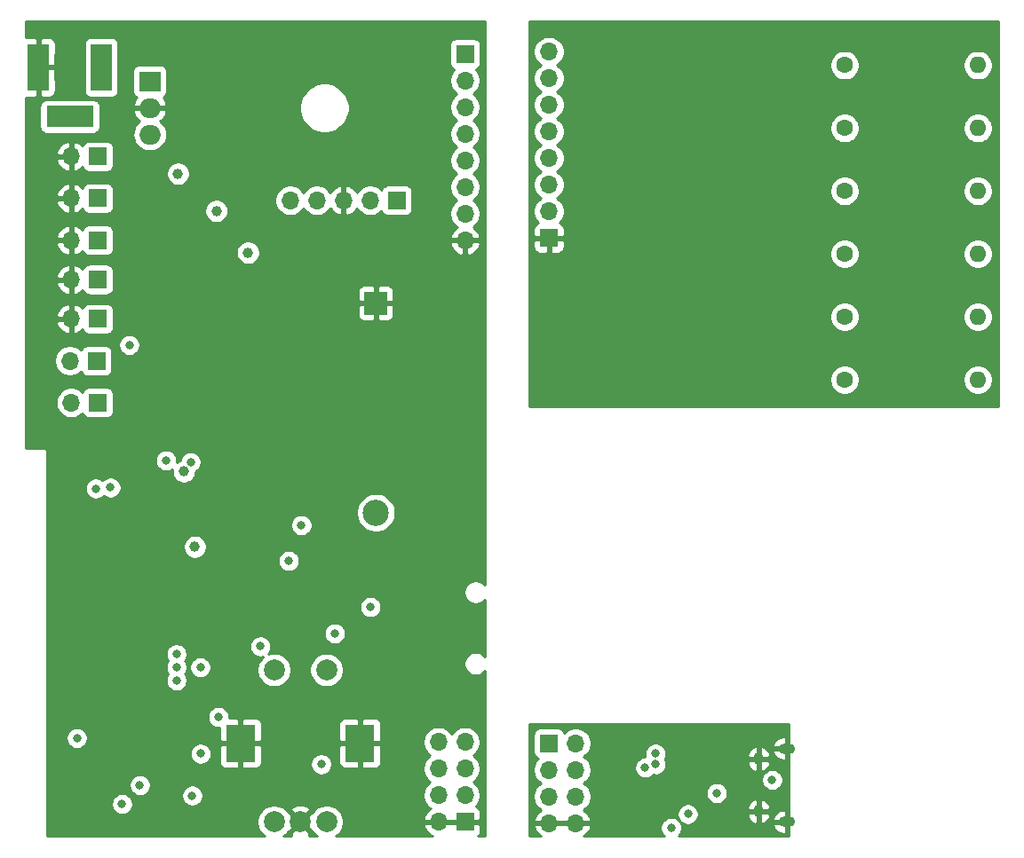
<source format=gbr>
%TF.GenerationSoftware,KiCad,Pcbnew,(5.1.8)-1*%
%TF.CreationDate,2020-12-09T14:15:50+00:00*%
%TF.ProjectId,Project,50726f6a-6563-4742-9e6b-696361645f70,rev?*%
%TF.SameCoordinates,Original*%
%TF.FileFunction,Copper,L3,Inr*%
%TF.FilePolarity,Positive*%
%FSLAX46Y46*%
G04 Gerber Fmt 4.6, Leading zero omitted, Abs format (unit mm)*
G04 Created by KiCad (PCBNEW (5.1.8)-1) date 2020-12-09 14:15:50*
%MOMM*%
%LPD*%
G01*
G04 APERTURE LIST*
%TA.AperFunction,ComponentPad*%
%ADD10R,1.700000X1.700000*%
%TD*%
%TA.AperFunction,ComponentPad*%
%ADD11O,1.700000X1.700000*%
%TD*%
%TA.AperFunction,ComponentPad*%
%ADD12O,0.950000X1.250000*%
%TD*%
%TA.AperFunction,ComponentPad*%
%ADD13O,1.550000X1.000000*%
%TD*%
%TA.AperFunction,ComponentPad*%
%ADD14R,2.800000X3.600000*%
%TD*%
%TA.AperFunction,ComponentPad*%
%ADD15C,2.000000*%
%TD*%
%TA.AperFunction,ComponentPad*%
%ADD16R,2.170000X2.170000*%
%TD*%
%TA.AperFunction,ComponentPad*%
%ADD17C,2.500000*%
%TD*%
%TA.AperFunction,ComponentPad*%
%ADD18R,4.500000X2.000000*%
%TD*%
%TA.AperFunction,ComponentPad*%
%ADD19R,2.000000X4.500000*%
%TD*%
%TA.AperFunction,ComponentPad*%
%ADD20R,2.000000X1.905000*%
%TD*%
%TA.AperFunction,ComponentPad*%
%ADD21O,2.000000X1.905000*%
%TD*%
%TA.AperFunction,ComponentPad*%
%ADD22O,1.600000X1.600000*%
%TD*%
%TA.AperFunction,ComponentPad*%
%ADD23C,1.600000*%
%TD*%
%TA.AperFunction,ViaPad*%
%ADD24C,0.800000*%
%TD*%
%TA.AperFunction,ViaPad*%
%ADD25C,1.000000*%
%TD*%
%TA.AperFunction,Conductor*%
%ADD26C,0.254000*%
%TD*%
%TA.AperFunction,Conductor*%
%ADD27C,0.100000*%
%TD*%
G04 APERTURE END LIST*
D10*
%TO.N,Earth*%
%TO.C,J14*%
X146000000Y-51780000D03*
D11*
%TO.N,/PWM1*%
X146000000Y-49240000D03*
%TO.N,/PWM2*%
X146000000Y-46700000D03*
%TO.N,/PWM3*%
X146000000Y-44160000D03*
%TO.N,/PWM4*%
X146000000Y-41620000D03*
%TO.N,/PWM5*%
X146000000Y-39080000D03*
%TO.N,/PWM6*%
X146000000Y-36540000D03*
%TO.N,+12V*%
X146000000Y-34000000D03*
%TD*%
D10*
%TO.N,+3V3*%
%TO.C,J4*%
X146000000Y-100000000D03*
D11*
X148540000Y-100000000D03*
%TO.N,/RESET*%
X146000000Y-102540000D03*
%TO.N,TXD*%
X148540000Y-102540000D03*
%TO.N,RXD*%
X146000000Y-105080000D03*
%TO.N,/IO0*%
X148540000Y-105080000D03*
%TO.N,Earth*%
X146000000Y-107620000D03*
X148540000Y-107620000D03*
%TD*%
D12*
%TO.N,Earth*%
%TO.C,J1*%
X166000000Y-101500000D03*
X166000000Y-106500000D03*
D13*
X168700000Y-107500000D03*
X168700000Y-100500000D03*
%TD*%
D14*
%TO.N,Earth*%
%TO.C,S1*%
X128000000Y-100000000D03*
X116600000Y-100000000D03*
D15*
%TO.N,+3V3*%
X124800000Y-93000000D03*
%TO.N,/Button*%
X119800000Y-93000000D03*
%TO.N,Net-(R10-Pad2)*%
X124800000Y-107500000D03*
%TO.N,Earth*%
X122300000Y-107500000D03*
%TO.N,Net-(R11-Pad2)*%
X119800000Y-107500000D03*
%TD*%
D16*
%TO.N,Earth*%
%TO.C,BT1*%
X129500000Y-58000000D03*
D17*
%TO.N,Net-(BT1-Pad1)*%
X129500000Y-78000000D03*
%TD*%
D18*
%TO.N,N/C*%
%TO.C,J2*%
X100330000Y-40200000D03*
D19*
%TO.N,LINE*%
X103330000Y-35500000D03*
%TO.N,Earth*%
X97330000Y-35500000D03*
%TD*%
D11*
%TO.N,Earth*%
%TO.C,J6*%
X100460000Y-44000000D03*
D10*
%TO.N,/OnOff*%
X103000000Y-44000000D03*
%TD*%
%TO.N,+12V*%
%TO.C,J7*%
X103000000Y-48000000D03*
D11*
%TO.N,Earth*%
X100460000Y-48000000D03*
%TD*%
D10*
%TO.N,+12V*%
%TO.C,J8*%
X103000000Y-52000000D03*
D11*
%TO.N,Earth*%
X100460000Y-52000000D03*
%TD*%
%TO.N,Earth*%
%TO.C,J9*%
X100460000Y-55750000D03*
D10*
%TO.N,+3V3*%
X103000000Y-55750000D03*
%TD*%
%TO.N,+3V3*%
%TO.C,J10*%
X103000000Y-59500000D03*
D11*
%TO.N,Earth*%
X100460000Y-59500000D03*
%TD*%
%TO.N,SCL*%
%TO.C,J11*%
X100330000Y-63500000D03*
D10*
%TO.N,SDA*%
X102870000Y-63500000D03*
%TD*%
%TO.N,SDA*%
%TO.C,J12*%
X103000000Y-67500000D03*
D11*
%TO.N,SCL*%
X100460000Y-67500000D03*
%TD*%
D20*
%TO.N,LINE*%
%TO.C,U2*%
X107950000Y-36830000D03*
D21*
%TO.N,Earth*%
X107950000Y-39370000D03*
%TO.N,+12V*%
X107950000Y-41910000D03*
%TD*%
D10*
%TO.N,+3V3*%
%TO.C,J13*%
X131500000Y-48200000D03*
D11*
X128960000Y-48200000D03*
%TO.N,Earth*%
X126420000Y-48200000D03*
%TO.N,SDA*%
X123880000Y-48200000D03*
%TO.N,SCL*%
X121340000Y-48200000D03*
%TD*%
D22*
%TO.N,+12V*%
%TO.C,R18*%
X186900000Y-65300000D03*
D23*
%TO.N,Net-(D3-Pad2)*%
X174200000Y-65300000D03*
%TD*%
%TO.N,Net-(D6-Pad2)*%
%TO.C,R19*%
X174200000Y-59300000D03*
D22*
%TO.N,+12V*%
X186900000Y-59300000D03*
%TD*%
D23*
%TO.N,Net-(D10-Pad2)*%
%TO.C,R20*%
X174200000Y-53300000D03*
D22*
%TO.N,+12V*%
X186900000Y-53300000D03*
%TD*%
%TO.N,+12V*%
%TO.C,R21*%
X186900000Y-47300000D03*
D23*
%TO.N,Net-(D12-Pad2)*%
X174200000Y-47300000D03*
%TD*%
%TO.N,Net-(D15-Pad2)*%
%TO.C,R22*%
X174200000Y-41300000D03*
D22*
%TO.N,+12V*%
X186900000Y-41300000D03*
%TD*%
%TO.N,+12V*%
%TO.C,R23*%
X186900000Y-35300000D03*
D23*
%TO.N,Net-(D18-Pad2)*%
X174200000Y-35300000D03*
%TD*%
D10*
%TO.N,+12V*%
%TO.C,J5*%
X138000000Y-34220000D03*
D11*
%TO.N,/PWM6*%
X138000000Y-36760000D03*
%TO.N,/PWM5*%
X138000000Y-39300000D03*
%TO.N,/PWM4*%
X138000000Y-41840000D03*
%TO.N,/PWM3*%
X138000000Y-44380000D03*
%TO.N,/PWM2*%
X138000000Y-46920000D03*
%TO.N,/PWM1*%
X138000000Y-49460000D03*
%TO.N,Earth*%
X138000000Y-52000000D03*
%TD*%
D10*
%TO.N,Earth*%
%TO.C,J15*%
X138000000Y-107500000D03*
D11*
X135460000Y-107500000D03*
%TO.N,/IO0*%
X138000000Y-104960000D03*
%TO.N,RXD*%
X135460000Y-104960000D03*
%TO.N,TXD*%
X138000000Y-102420000D03*
%TO.N,/RESET*%
X135460000Y-102420000D03*
%TO.N,+3V3*%
X138000000Y-99880000D03*
X135460000Y-99880000D03*
%TD*%
D24*
%TO.N,Earth*%
X101500000Y-73500000D03*
X99000000Y-80500000D03*
X99500000Y-99500000D03*
X107600000Y-47700000D03*
X107000000Y-31500000D03*
X110000000Y-88000000D03*
X118000000Y-58500000D03*
X115000000Y-70000000D03*
X129000000Y-92000000D03*
X119500000Y-51000000D03*
X121000000Y-39500000D03*
D25*
X116500000Y-44000000D03*
X118500000Y-46500000D03*
X116500000Y-48500000D03*
X156000000Y-35600000D03*
X156700000Y-39200000D03*
X156500000Y-42500000D03*
X156000000Y-46000000D03*
X155400000Y-50400000D03*
X154900000Y-54500000D03*
%TO.N,+3V3*%
X114300000Y-49200000D03*
X117315000Y-53185000D03*
D24*
X106000000Y-62000000D03*
X101000000Y-99500000D03*
X107000000Y-104000000D03*
X109500000Y-73000000D03*
X112000000Y-105000000D03*
X162000000Y-104750000D03*
X162000000Y-104750000D03*
%TO.N,Earth*%
X158000000Y-106000000D03*
X119800000Y-95500000D03*
D25*
X114400000Y-92100000D03*
D24*
X124400000Y-87400000D03*
X110000000Y-70300000D03*
%TO.N,+3V3*%
X125578000Y-89522000D03*
%TO.N,/RESET*%
X105300000Y-105800000D03*
D25*
%TO.N,+12V*%
X110650000Y-45650000D03*
D24*
%TO.N,Net-(J1-Pad3)*%
X167275002Y-103500000D03*
X159250000Y-106750000D03*
%TO.N,TXD*%
X155184000Y-102326000D03*
X102800000Y-75700000D03*
%TO.N,RXD*%
X156159000Y-102001000D03*
X112800000Y-101000000D03*
X104200000Y-75600000D03*
%TO.N,/IO0*%
X122400000Y-79200000D03*
X124300000Y-102000000D03*
D25*
%TO.N,/OnOff*%
X111201661Y-74067839D03*
D24*
%TO.N,Net-(Q1-Pad2)*%
X156161156Y-100997762D03*
X157659000Y-108076000D03*
%TO.N,/RTC-INTSQW*%
X111840000Y-73172000D03*
D25*
X112250000Y-81250000D03*
D24*
%TO.N,/!SD_SS*%
X129000000Y-87000000D03*
X121200000Y-82600000D03*
%TO.N,/PWM6*%
X110500000Y-91500000D03*
%TO.N,/PWM5*%
X110500000Y-92750000D03*
%TO.N,/PWM2*%
X118500000Y-90750000D03*
%TO.N,/PWM4*%
X110500000Y-94000000D03*
%TO.N,/PWM3*%
X112775306Y-92750000D03*
%TO.N,/PWM1*%
X114500000Y-97500000D03*
%TD*%
D26*
%TO.N,Earth*%
X139873000Y-84908590D02*
X139862193Y-84892416D01*
X139707584Y-84737807D01*
X139525782Y-84616331D01*
X139323775Y-84532657D01*
X139109325Y-84490000D01*
X138890675Y-84490000D01*
X138676225Y-84532657D01*
X138474218Y-84616331D01*
X138292416Y-84737807D01*
X138137807Y-84892416D01*
X138016331Y-85074218D01*
X137932657Y-85276225D01*
X137890000Y-85490675D01*
X137890000Y-85709325D01*
X137932657Y-85923775D01*
X138016331Y-86125782D01*
X138137807Y-86307584D01*
X138292416Y-86462193D01*
X138474218Y-86583669D01*
X138676225Y-86667343D01*
X138890675Y-86710000D01*
X139109325Y-86710000D01*
X139323775Y-86667343D01*
X139525782Y-86583669D01*
X139707584Y-86462193D01*
X139862193Y-86307584D01*
X139873000Y-86291410D01*
X139873000Y-91708590D01*
X139862193Y-91692416D01*
X139707584Y-91537807D01*
X139525782Y-91416331D01*
X139323775Y-91332657D01*
X139109325Y-91290000D01*
X138890675Y-91290000D01*
X138676225Y-91332657D01*
X138474218Y-91416331D01*
X138292416Y-91537807D01*
X138137807Y-91692416D01*
X138016331Y-91874218D01*
X137932657Y-92076225D01*
X137890000Y-92290675D01*
X137890000Y-92509325D01*
X137932657Y-92723775D01*
X138016331Y-92925782D01*
X138137807Y-93107584D01*
X138292416Y-93262193D01*
X138474218Y-93383669D01*
X138676225Y-93467343D01*
X138890675Y-93510000D01*
X139109325Y-93510000D01*
X139323775Y-93467343D01*
X139525782Y-93383669D01*
X139707584Y-93262193D01*
X139862193Y-93107584D01*
X139873000Y-93091410D01*
X139873000Y-108873000D01*
X139213678Y-108873000D01*
X139301185Y-108801185D01*
X139380537Y-108704494D01*
X139439502Y-108594180D01*
X139475812Y-108474482D01*
X139488072Y-108350000D01*
X139485000Y-107785750D01*
X139326250Y-107627000D01*
X138127000Y-107627000D01*
X138127000Y-107647000D01*
X137873000Y-107647000D01*
X137873000Y-107627000D01*
X135587000Y-107627000D01*
X135587000Y-107647000D01*
X135333000Y-107647000D01*
X135333000Y-107627000D01*
X134139845Y-107627000D01*
X134018524Y-107856890D01*
X134063175Y-108004099D01*
X134188359Y-108266920D01*
X134362412Y-108500269D01*
X134578645Y-108695178D01*
X134828748Y-108844157D01*
X134910058Y-108873000D01*
X125688082Y-108873000D01*
X125842252Y-108769987D01*
X126069987Y-108542252D01*
X126248918Y-108274463D01*
X126372168Y-107976912D01*
X126435000Y-107661033D01*
X126435000Y-107338967D01*
X126372168Y-107023088D01*
X126248918Y-106725537D01*
X126069987Y-106457748D01*
X125842252Y-106230013D01*
X125574463Y-106051082D01*
X125276912Y-105927832D01*
X124961033Y-105865000D01*
X124638967Y-105865000D01*
X124323088Y-105927832D01*
X124025537Y-106051082D01*
X123757748Y-106230013D01*
X123530013Y-106457748D01*
X123465075Y-106554935D01*
X123435413Y-106544192D01*
X122479605Y-107500000D01*
X123435413Y-108455808D01*
X123465075Y-108445065D01*
X123530013Y-108542252D01*
X123757748Y-108769987D01*
X123911918Y-108873000D01*
X123169756Y-108873000D01*
X123255808Y-108635413D01*
X122300000Y-107679605D01*
X121344192Y-108635413D01*
X121430244Y-108873000D01*
X120688082Y-108873000D01*
X120842252Y-108769987D01*
X121069987Y-108542252D01*
X121134925Y-108445065D01*
X121164587Y-108455808D01*
X122120395Y-107500000D01*
X121164587Y-106544192D01*
X121134925Y-106554935D01*
X121069987Y-106457748D01*
X120976826Y-106364587D01*
X121344192Y-106364587D01*
X122300000Y-107320395D01*
X123255808Y-106364587D01*
X123160044Y-106100186D01*
X122870429Y-105959296D01*
X122558892Y-105877616D01*
X122237405Y-105858282D01*
X121918325Y-105902039D01*
X121613912Y-106007205D01*
X121439956Y-106100186D01*
X121344192Y-106364587D01*
X120976826Y-106364587D01*
X120842252Y-106230013D01*
X120574463Y-106051082D01*
X120276912Y-105927832D01*
X119961033Y-105865000D01*
X119638967Y-105865000D01*
X119323088Y-105927832D01*
X119025537Y-106051082D01*
X118757748Y-106230013D01*
X118530013Y-106457748D01*
X118351082Y-106725537D01*
X118227832Y-107023088D01*
X118165000Y-107338967D01*
X118165000Y-107661033D01*
X118227832Y-107976912D01*
X118351082Y-108274463D01*
X118530013Y-108542252D01*
X118757748Y-108769987D01*
X118911918Y-108873000D01*
X98127000Y-108873000D01*
X98127000Y-105698061D01*
X104265000Y-105698061D01*
X104265000Y-105901939D01*
X104304774Y-106101898D01*
X104382795Y-106290256D01*
X104496063Y-106459774D01*
X104640226Y-106603937D01*
X104809744Y-106717205D01*
X104998102Y-106795226D01*
X105198061Y-106835000D01*
X105401939Y-106835000D01*
X105601898Y-106795226D01*
X105790256Y-106717205D01*
X105959774Y-106603937D01*
X106103937Y-106459774D01*
X106217205Y-106290256D01*
X106295226Y-106101898D01*
X106335000Y-105901939D01*
X106335000Y-105698061D01*
X106295226Y-105498102D01*
X106217205Y-105309744D01*
X106103937Y-105140226D01*
X105959774Y-104996063D01*
X105790256Y-104882795D01*
X105601898Y-104804774D01*
X105401939Y-104765000D01*
X105198061Y-104765000D01*
X104998102Y-104804774D01*
X104809744Y-104882795D01*
X104640226Y-104996063D01*
X104496063Y-105140226D01*
X104382795Y-105309744D01*
X104304774Y-105498102D01*
X104265000Y-105698061D01*
X98127000Y-105698061D01*
X98127000Y-103898061D01*
X105965000Y-103898061D01*
X105965000Y-104101939D01*
X106004774Y-104301898D01*
X106082795Y-104490256D01*
X106196063Y-104659774D01*
X106340226Y-104803937D01*
X106509744Y-104917205D01*
X106698102Y-104995226D01*
X106898061Y-105035000D01*
X107101939Y-105035000D01*
X107301898Y-104995226D01*
X107490256Y-104917205D01*
X107518907Y-104898061D01*
X110965000Y-104898061D01*
X110965000Y-105101939D01*
X111004774Y-105301898D01*
X111082795Y-105490256D01*
X111196063Y-105659774D01*
X111340226Y-105803937D01*
X111509744Y-105917205D01*
X111698102Y-105995226D01*
X111898061Y-106035000D01*
X112101939Y-106035000D01*
X112301898Y-105995226D01*
X112490256Y-105917205D01*
X112659774Y-105803937D01*
X112803937Y-105659774D01*
X112917205Y-105490256D01*
X112995226Y-105301898D01*
X113035000Y-105101939D01*
X113035000Y-104898061D01*
X112995226Y-104698102D01*
X112917205Y-104509744D01*
X112803937Y-104340226D01*
X112659774Y-104196063D01*
X112490256Y-104082795D01*
X112301898Y-104004774D01*
X112101939Y-103965000D01*
X111898061Y-103965000D01*
X111698102Y-104004774D01*
X111509744Y-104082795D01*
X111340226Y-104196063D01*
X111196063Y-104340226D01*
X111082795Y-104509744D01*
X111004774Y-104698102D01*
X110965000Y-104898061D01*
X107518907Y-104898061D01*
X107659774Y-104803937D01*
X107803937Y-104659774D01*
X107917205Y-104490256D01*
X107995226Y-104301898D01*
X108035000Y-104101939D01*
X108035000Y-103898061D01*
X107995226Y-103698102D01*
X107917205Y-103509744D01*
X107803937Y-103340226D01*
X107659774Y-103196063D01*
X107490256Y-103082795D01*
X107301898Y-103004774D01*
X107101939Y-102965000D01*
X106898061Y-102965000D01*
X106698102Y-103004774D01*
X106509744Y-103082795D01*
X106340226Y-103196063D01*
X106196063Y-103340226D01*
X106082795Y-103509744D01*
X106004774Y-103698102D01*
X105965000Y-103898061D01*
X98127000Y-103898061D01*
X98127000Y-100898061D01*
X111765000Y-100898061D01*
X111765000Y-101101939D01*
X111804774Y-101301898D01*
X111882795Y-101490256D01*
X111996063Y-101659774D01*
X112140226Y-101803937D01*
X112309744Y-101917205D01*
X112498102Y-101995226D01*
X112698061Y-102035000D01*
X112901939Y-102035000D01*
X113101898Y-101995226D01*
X113290256Y-101917205D01*
X113459774Y-101803937D01*
X113463711Y-101800000D01*
X114561928Y-101800000D01*
X114574188Y-101924482D01*
X114610498Y-102044180D01*
X114669463Y-102154494D01*
X114748815Y-102251185D01*
X114845506Y-102330537D01*
X114955820Y-102389502D01*
X115075518Y-102425812D01*
X115200000Y-102438072D01*
X116314250Y-102435000D01*
X116473000Y-102276250D01*
X116473000Y-100127000D01*
X116727000Y-100127000D01*
X116727000Y-102276250D01*
X116885750Y-102435000D01*
X118000000Y-102438072D01*
X118124482Y-102425812D01*
X118244180Y-102389502D01*
X118354494Y-102330537D01*
X118451185Y-102251185D01*
X118530537Y-102154494D01*
X118589502Y-102044180D01*
X118625812Y-101924482D01*
X118628414Y-101898061D01*
X123265000Y-101898061D01*
X123265000Y-102101939D01*
X123304774Y-102301898D01*
X123382795Y-102490256D01*
X123496063Y-102659774D01*
X123640226Y-102803937D01*
X123809744Y-102917205D01*
X123998102Y-102995226D01*
X124198061Y-103035000D01*
X124401939Y-103035000D01*
X124601898Y-102995226D01*
X124790256Y-102917205D01*
X124959774Y-102803937D01*
X125103937Y-102659774D01*
X125217205Y-102490256D01*
X125295226Y-102301898D01*
X125335000Y-102101939D01*
X125335000Y-101898061D01*
X125315495Y-101800000D01*
X125961928Y-101800000D01*
X125974188Y-101924482D01*
X126010498Y-102044180D01*
X126069463Y-102154494D01*
X126148815Y-102251185D01*
X126245506Y-102330537D01*
X126355820Y-102389502D01*
X126475518Y-102425812D01*
X126600000Y-102438072D01*
X127714250Y-102435000D01*
X127873000Y-102276250D01*
X127873000Y-100127000D01*
X128127000Y-100127000D01*
X128127000Y-102276250D01*
X128285750Y-102435000D01*
X129400000Y-102438072D01*
X129524482Y-102425812D01*
X129644180Y-102389502D01*
X129754494Y-102330537D01*
X129851185Y-102251185D01*
X129930537Y-102154494D01*
X129989502Y-102044180D01*
X130025812Y-101924482D01*
X130038072Y-101800000D01*
X130035000Y-100285750D01*
X129876250Y-100127000D01*
X128127000Y-100127000D01*
X127873000Y-100127000D01*
X126123750Y-100127000D01*
X125965000Y-100285750D01*
X125961928Y-101800000D01*
X125315495Y-101800000D01*
X125295226Y-101698102D01*
X125217205Y-101509744D01*
X125103937Y-101340226D01*
X124959774Y-101196063D01*
X124790256Y-101082795D01*
X124601898Y-101004774D01*
X124401939Y-100965000D01*
X124198061Y-100965000D01*
X123998102Y-101004774D01*
X123809744Y-101082795D01*
X123640226Y-101196063D01*
X123496063Y-101340226D01*
X123382795Y-101509744D01*
X123304774Y-101698102D01*
X123265000Y-101898061D01*
X118628414Y-101898061D01*
X118638072Y-101800000D01*
X118635000Y-100285750D01*
X118476250Y-100127000D01*
X116727000Y-100127000D01*
X116473000Y-100127000D01*
X114723750Y-100127000D01*
X114565000Y-100285750D01*
X114561928Y-101800000D01*
X113463711Y-101800000D01*
X113603937Y-101659774D01*
X113717205Y-101490256D01*
X113795226Y-101301898D01*
X113835000Y-101101939D01*
X113835000Y-100898061D01*
X113795226Y-100698102D01*
X113717205Y-100509744D01*
X113603937Y-100340226D01*
X113459774Y-100196063D01*
X113290256Y-100082795D01*
X113101898Y-100004774D01*
X112901939Y-99965000D01*
X112698061Y-99965000D01*
X112498102Y-100004774D01*
X112309744Y-100082795D01*
X112140226Y-100196063D01*
X111996063Y-100340226D01*
X111882795Y-100509744D01*
X111804774Y-100698102D01*
X111765000Y-100898061D01*
X98127000Y-100898061D01*
X98127000Y-99398061D01*
X99965000Y-99398061D01*
X99965000Y-99601939D01*
X100004774Y-99801898D01*
X100082795Y-99990256D01*
X100196063Y-100159774D01*
X100340226Y-100303937D01*
X100509744Y-100417205D01*
X100698102Y-100495226D01*
X100898061Y-100535000D01*
X101101939Y-100535000D01*
X101301898Y-100495226D01*
X101490256Y-100417205D01*
X101659774Y-100303937D01*
X101803937Y-100159774D01*
X101917205Y-99990256D01*
X101995226Y-99801898D01*
X102035000Y-99601939D01*
X102035000Y-99398061D01*
X101995226Y-99198102D01*
X101917205Y-99009744D01*
X101803937Y-98840226D01*
X101659774Y-98696063D01*
X101490256Y-98582795D01*
X101301898Y-98504774D01*
X101101939Y-98465000D01*
X100898061Y-98465000D01*
X100698102Y-98504774D01*
X100509744Y-98582795D01*
X100340226Y-98696063D01*
X100196063Y-98840226D01*
X100082795Y-99009744D01*
X100004774Y-99198102D01*
X99965000Y-99398061D01*
X98127000Y-99398061D01*
X98127000Y-97398061D01*
X113465000Y-97398061D01*
X113465000Y-97601939D01*
X113504774Y-97801898D01*
X113582795Y-97990256D01*
X113696063Y-98159774D01*
X113840226Y-98303937D01*
X114009744Y-98417205D01*
X114198102Y-98495226D01*
X114398061Y-98535000D01*
X114562608Y-98535000D01*
X114565000Y-99714250D01*
X114723750Y-99873000D01*
X116473000Y-99873000D01*
X116473000Y-97723750D01*
X116727000Y-97723750D01*
X116727000Y-99873000D01*
X118476250Y-99873000D01*
X118635000Y-99714250D01*
X118638072Y-98200000D01*
X125961928Y-98200000D01*
X125965000Y-99714250D01*
X126123750Y-99873000D01*
X127873000Y-99873000D01*
X127873000Y-97723750D01*
X128127000Y-97723750D01*
X128127000Y-99873000D01*
X129876250Y-99873000D01*
X130015510Y-99733740D01*
X133975000Y-99733740D01*
X133975000Y-100026260D01*
X134032068Y-100313158D01*
X134144010Y-100583411D01*
X134306525Y-100826632D01*
X134513368Y-101033475D01*
X134687760Y-101150000D01*
X134513368Y-101266525D01*
X134306525Y-101473368D01*
X134144010Y-101716589D01*
X134032068Y-101986842D01*
X133975000Y-102273740D01*
X133975000Y-102566260D01*
X134032068Y-102853158D01*
X134144010Y-103123411D01*
X134306525Y-103366632D01*
X134513368Y-103573475D01*
X134687760Y-103690000D01*
X134513368Y-103806525D01*
X134306525Y-104013368D01*
X134144010Y-104256589D01*
X134032068Y-104526842D01*
X133975000Y-104813740D01*
X133975000Y-105106260D01*
X134032068Y-105393158D01*
X134144010Y-105663411D01*
X134306525Y-105906632D01*
X134513368Y-106113475D01*
X134695534Y-106235195D01*
X134578645Y-106304822D01*
X134362412Y-106499731D01*
X134188359Y-106733080D01*
X134063175Y-106995901D01*
X134018524Y-107143110D01*
X134139845Y-107373000D01*
X135333000Y-107373000D01*
X135333000Y-107353000D01*
X135587000Y-107353000D01*
X135587000Y-107373000D01*
X137873000Y-107373000D01*
X137873000Y-107353000D01*
X138127000Y-107353000D01*
X138127000Y-107373000D01*
X139326250Y-107373000D01*
X139485000Y-107214250D01*
X139488072Y-106650000D01*
X139475812Y-106525518D01*
X139439502Y-106405820D01*
X139380537Y-106295506D01*
X139301185Y-106198815D01*
X139204494Y-106119463D01*
X139094180Y-106060498D01*
X139021620Y-106038487D01*
X139153475Y-105906632D01*
X139315990Y-105663411D01*
X139427932Y-105393158D01*
X139485000Y-105106260D01*
X139485000Y-104813740D01*
X139427932Y-104526842D01*
X139315990Y-104256589D01*
X139153475Y-104013368D01*
X138946632Y-103806525D01*
X138772240Y-103690000D01*
X138946632Y-103573475D01*
X139153475Y-103366632D01*
X139315990Y-103123411D01*
X139427932Y-102853158D01*
X139485000Y-102566260D01*
X139485000Y-102273740D01*
X139427932Y-101986842D01*
X139315990Y-101716589D01*
X139153475Y-101473368D01*
X138946632Y-101266525D01*
X138772240Y-101150000D01*
X138946632Y-101033475D01*
X139153475Y-100826632D01*
X139315990Y-100583411D01*
X139427932Y-100313158D01*
X139485000Y-100026260D01*
X139485000Y-99733740D01*
X139427932Y-99446842D01*
X139315990Y-99176589D01*
X139153475Y-98933368D01*
X138946632Y-98726525D01*
X138703411Y-98564010D01*
X138433158Y-98452068D01*
X138146260Y-98395000D01*
X137853740Y-98395000D01*
X137566842Y-98452068D01*
X137296589Y-98564010D01*
X137053368Y-98726525D01*
X136846525Y-98933368D01*
X136730000Y-99107760D01*
X136613475Y-98933368D01*
X136406632Y-98726525D01*
X136163411Y-98564010D01*
X135893158Y-98452068D01*
X135606260Y-98395000D01*
X135313740Y-98395000D01*
X135026842Y-98452068D01*
X134756589Y-98564010D01*
X134513368Y-98726525D01*
X134306525Y-98933368D01*
X134144010Y-99176589D01*
X134032068Y-99446842D01*
X133975000Y-99733740D01*
X130015510Y-99733740D01*
X130035000Y-99714250D01*
X130038072Y-98200000D01*
X130025812Y-98075518D01*
X129989502Y-97955820D01*
X129930537Y-97845506D01*
X129851185Y-97748815D01*
X129754494Y-97669463D01*
X129644180Y-97610498D01*
X129524482Y-97574188D01*
X129400000Y-97561928D01*
X128285750Y-97565000D01*
X128127000Y-97723750D01*
X127873000Y-97723750D01*
X127714250Y-97565000D01*
X126600000Y-97561928D01*
X126475518Y-97574188D01*
X126355820Y-97610498D01*
X126245506Y-97669463D01*
X126148815Y-97748815D01*
X126069463Y-97845506D01*
X126010498Y-97955820D01*
X125974188Y-98075518D01*
X125961928Y-98200000D01*
X118638072Y-98200000D01*
X118625812Y-98075518D01*
X118589502Y-97955820D01*
X118530537Y-97845506D01*
X118451185Y-97748815D01*
X118354494Y-97669463D01*
X118244180Y-97610498D01*
X118124482Y-97574188D01*
X118000000Y-97561928D01*
X116885750Y-97565000D01*
X116727000Y-97723750D01*
X116473000Y-97723750D01*
X116314250Y-97565000D01*
X115535000Y-97562852D01*
X115535000Y-97398061D01*
X115495226Y-97198102D01*
X115417205Y-97009744D01*
X115303937Y-96840226D01*
X115159774Y-96696063D01*
X114990256Y-96582795D01*
X114801898Y-96504774D01*
X114601939Y-96465000D01*
X114398061Y-96465000D01*
X114198102Y-96504774D01*
X114009744Y-96582795D01*
X113840226Y-96696063D01*
X113696063Y-96840226D01*
X113582795Y-97009744D01*
X113504774Y-97198102D01*
X113465000Y-97398061D01*
X98127000Y-97398061D01*
X98127000Y-91398061D01*
X109465000Y-91398061D01*
X109465000Y-91601939D01*
X109504774Y-91801898D01*
X109582795Y-91990256D01*
X109672828Y-92125000D01*
X109582795Y-92259744D01*
X109504774Y-92448102D01*
X109465000Y-92648061D01*
X109465000Y-92851939D01*
X109504774Y-93051898D01*
X109582795Y-93240256D01*
X109672828Y-93375000D01*
X109582795Y-93509744D01*
X109504774Y-93698102D01*
X109465000Y-93898061D01*
X109465000Y-94101939D01*
X109504774Y-94301898D01*
X109582795Y-94490256D01*
X109696063Y-94659774D01*
X109840226Y-94803937D01*
X110009744Y-94917205D01*
X110198102Y-94995226D01*
X110398061Y-95035000D01*
X110601939Y-95035000D01*
X110801898Y-94995226D01*
X110990256Y-94917205D01*
X111159774Y-94803937D01*
X111303937Y-94659774D01*
X111417205Y-94490256D01*
X111495226Y-94301898D01*
X111535000Y-94101939D01*
X111535000Y-93898061D01*
X111495226Y-93698102D01*
X111417205Y-93509744D01*
X111327172Y-93375000D01*
X111417205Y-93240256D01*
X111495226Y-93051898D01*
X111535000Y-92851939D01*
X111535000Y-92648061D01*
X111740306Y-92648061D01*
X111740306Y-92851939D01*
X111780080Y-93051898D01*
X111858101Y-93240256D01*
X111971369Y-93409774D01*
X112115532Y-93553937D01*
X112285050Y-93667205D01*
X112473408Y-93745226D01*
X112673367Y-93785000D01*
X112877245Y-93785000D01*
X113077204Y-93745226D01*
X113265562Y-93667205D01*
X113435080Y-93553937D01*
X113579243Y-93409774D01*
X113692511Y-93240256D01*
X113770532Y-93051898D01*
X113810306Y-92851939D01*
X113810306Y-92648061D01*
X113770532Y-92448102D01*
X113692511Y-92259744D01*
X113579243Y-92090226D01*
X113435080Y-91946063D01*
X113265562Y-91832795D01*
X113077204Y-91754774D01*
X112877245Y-91715000D01*
X112673367Y-91715000D01*
X112473408Y-91754774D01*
X112285050Y-91832795D01*
X112115532Y-91946063D01*
X111971369Y-92090226D01*
X111858101Y-92259744D01*
X111780080Y-92448102D01*
X111740306Y-92648061D01*
X111535000Y-92648061D01*
X111495226Y-92448102D01*
X111417205Y-92259744D01*
X111327172Y-92125000D01*
X111417205Y-91990256D01*
X111495226Y-91801898D01*
X111535000Y-91601939D01*
X111535000Y-91398061D01*
X111495226Y-91198102D01*
X111417205Y-91009744D01*
X111303937Y-90840226D01*
X111159774Y-90696063D01*
X111087934Y-90648061D01*
X117465000Y-90648061D01*
X117465000Y-90851939D01*
X117504774Y-91051898D01*
X117582795Y-91240256D01*
X117696063Y-91409774D01*
X117840226Y-91553937D01*
X118009744Y-91667205D01*
X118198102Y-91745226D01*
X118398061Y-91785000D01*
X118601939Y-91785000D01*
X118727795Y-91759966D01*
X118530013Y-91957748D01*
X118351082Y-92225537D01*
X118227832Y-92523088D01*
X118165000Y-92838967D01*
X118165000Y-93161033D01*
X118227832Y-93476912D01*
X118351082Y-93774463D01*
X118530013Y-94042252D01*
X118757748Y-94269987D01*
X119025537Y-94448918D01*
X119323088Y-94572168D01*
X119638967Y-94635000D01*
X119961033Y-94635000D01*
X120276912Y-94572168D01*
X120574463Y-94448918D01*
X120842252Y-94269987D01*
X121069987Y-94042252D01*
X121248918Y-93774463D01*
X121372168Y-93476912D01*
X121435000Y-93161033D01*
X121435000Y-92838967D01*
X123165000Y-92838967D01*
X123165000Y-93161033D01*
X123227832Y-93476912D01*
X123351082Y-93774463D01*
X123530013Y-94042252D01*
X123757748Y-94269987D01*
X124025537Y-94448918D01*
X124323088Y-94572168D01*
X124638967Y-94635000D01*
X124961033Y-94635000D01*
X125276912Y-94572168D01*
X125574463Y-94448918D01*
X125842252Y-94269987D01*
X126069987Y-94042252D01*
X126248918Y-93774463D01*
X126372168Y-93476912D01*
X126435000Y-93161033D01*
X126435000Y-92838967D01*
X126372168Y-92523088D01*
X126248918Y-92225537D01*
X126069987Y-91957748D01*
X125842252Y-91730013D01*
X125574463Y-91551082D01*
X125276912Y-91427832D01*
X124961033Y-91365000D01*
X124638967Y-91365000D01*
X124323088Y-91427832D01*
X124025537Y-91551082D01*
X123757748Y-91730013D01*
X123530013Y-91957748D01*
X123351082Y-92225537D01*
X123227832Y-92523088D01*
X123165000Y-92838967D01*
X121435000Y-92838967D01*
X121372168Y-92523088D01*
X121248918Y-92225537D01*
X121069987Y-91957748D01*
X120842252Y-91730013D01*
X120574463Y-91551082D01*
X120276912Y-91427832D01*
X119961033Y-91365000D01*
X119638967Y-91365000D01*
X119323088Y-91427832D01*
X119259568Y-91454143D01*
X119303937Y-91409774D01*
X119417205Y-91240256D01*
X119495226Y-91051898D01*
X119535000Y-90851939D01*
X119535000Y-90648061D01*
X119495226Y-90448102D01*
X119417205Y-90259744D01*
X119303937Y-90090226D01*
X119159774Y-89946063D01*
X118990256Y-89832795D01*
X118801898Y-89754774D01*
X118601939Y-89715000D01*
X118398061Y-89715000D01*
X118198102Y-89754774D01*
X118009744Y-89832795D01*
X117840226Y-89946063D01*
X117696063Y-90090226D01*
X117582795Y-90259744D01*
X117504774Y-90448102D01*
X117465000Y-90648061D01*
X111087934Y-90648061D01*
X110990256Y-90582795D01*
X110801898Y-90504774D01*
X110601939Y-90465000D01*
X110398061Y-90465000D01*
X110198102Y-90504774D01*
X110009744Y-90582795D01*
X109840226Y-90696063D01*
X109696063Y-90840226D01*
X109582795Y-91009744D01*
X109504774Y-91198102D01*
X109465000Y-91398061D01*
X98127000Y-91398061D01*
X98127000Y-89420061D01*
X124543000Y-89420061D01*
X124543000Y-89623939D01*
X124582774Y-89823898D01*
X124660795Y-90012256D01*
X124774063Y-90181774D01*
X124918226Y-90325937D01*
X125087744Y-90439205D01*
X125276102Y-90517226D01*
X125476061Y-90557000D01*
X125679939Y-90557000D01*
X125879898Y-90517226D01*
X126068256Y-90439205D01*
X126237774Y-90325937D01*
X126381937Y-90181774D01*
X126495205Y-90012256D01*
X126573226Y-89823898D01*
X126613000Y-89623939D01*
X126613000Y-89420061D01*
X126573226Y-89220102D01*
X126495205Y-89031744D01*
X126381937Y-88862226D01*
X126237774Y-88718063D01*
X126068256Y-88604795D01*
X125879898Y-88526774D01*
X125679939Y-88487000D01*
X125476061Y-88487000D01*
X125276102Y-88526774D01*
X125087744Y-88604795D01*
X124918226Y-88718063D01*
X124774063Y-88862226D01*
X124660795Y-89031744D01*
X124582774Y-89220102D01*
X124543000Y-89420061D01*
X98127000Y-89420061D01*
X98127000Y-86898061D01*
X127965000Y-86898061D01*
X127965000Y-87101939D01*
X128004774Y-87301898D01*
X128082795Y-87490256D01*
X128196063Y-87659774D01*
X128340226Y-87803937D01*
X128509744Y-87917205D01*
X128698102Y-87995226D01*
X128898061Y-88035000D01*
X129101939Y-88035000D01*
X129301898Y-87995226D01*
X129490256Y-87917205D01*
X129659774Y-87803937D01*
X129803937Y-87659774D01*
X129917205Y-87490256D01*
X129995226Y-87301898D01*
X130035000Y-87101939D01*
X130035000Y-86898061D01*
X129995226Y-86698102D01*
X129917205Y-86509744D01*
X129803937Y-86340226D01*
X129659774Y-86196063D01*
X129490256Y-86082795D01*
X129301898Y-86004774D01*
X129101939Y-85965000D01*
X128898061Y-85965000D01*
X128698102Y-86004774D01*
X128509744Y-86082795D01*
X128340226Y-86196063D01*
X128196063Y-86340226D01*
X128082795Y-86509744D01*
X128004774Y-86698102D01*
X127965000Y-86898061D01*
X98127000Y-86898061D01*
X98127000Y-82498061D01*
X120165000Y-82498061D01*
X120165000Y-82701939D01*
X120204774Y-82901898D01*
X120282795Y-83090256D01*
X120396063Y-83259774D01*
X120540226Y-83403937D01*
X120709744Y-83517205D01*
X120898102Y-83595226D01*
X121098061Y-83635000D01*
X121301939Y-83635000D01*
X121501898Y-83595226D01*
X121690256Y-83517205D01*
X121859774Y-83403937D01*
X122003937Y-83259774D01*
X122117205Y-83090256D01*
X122195226Y-82901898D01*
X122235000Y-82701939D01*
X122235000Y-82498061D01*
X122195226Y-82298102D01*
X122117205Y-82109744D01*
X122003937Y-81940226D01*
X121859774Y-81796063D01*
X121690256Y-81682795D01*
X121501898Y-81604774D01*
X121301939Y-81565000D01*
X121098061Y-81565000D01*
X120898102Y-81604774D01*
X120709744Y-81682795D01*
X120540226Y-81796063D01*
X120396063Y-81940226D01*
X120282795Y-82109744D01*
X120204774Y-82298102D01*
X120165000Y-82498061D01*
X98127000Y-82498061D01*
X98127000Y-81138212D01*
X111115000Y-81138212D01*
X111115000Y-81361788D01*
X111158617Y-81581067D01*
X111244176Y-81787624D01*
X111368388Y-81973520D01*
X111526480Y-82131612D01*
X111712376Y-82255824D01*
X111918933Y-82341383D01*
X112138212Y-82385000D01*
X112361788Y-82385000D01*
X112581067Y-82341383D01*
X112787624Y-82255824D01*
X112973520Y-82131612D01*
X113131612Y-81973520D01*
X113255824Y-81787624D01*
X113341383Y-81581067D01*
X113385000Y-81361788D01*
X113385000Y-81138212D01*
X113341383Y-80918933D01*
X113255824Y-80712376D01*
X113131612Y-80526480D01*
X112973520Y-80368388D01*
X112787624Y-80244176D01*
X112581067Y-80158617D01*
X112361788Y-80115000D01*
X112138212Y-80115000D01*
X111918933Y-80158617D01*
X111712376Y-80244176D01*
X111526480Y-80368388D01*
X111368388Y-80526480D01*
X111244176Y-80712376D01*
X111158617Y-80918933D01*
X111115000Y-81138212D01*
X98127000Y-81138212D01*
X98127000Y-79098061D01*
X121365000Y-79098061D01*
X121365000Y-79301939D01*
X121404774Y-79501898D01*
X121482795Y-79690256D01*
X121596063Y-79859774D01*
X121740226Y-80003937D01*
X121909744Y-80117205D01*
X122098102Y-80195226D01*
X122298061Y-80235000D01*
X122501939Y-80235000D01*
X122701898Y-80195226D01*
X122890256Y-80117205D01*
X123059774Y-80003937D01*
X123203937Y-79859774D01*
X123317205Y-79690256D01*
X123395226Y-79501898D01*
X123435000Y-79301939D01*
X123435000Y-79098061D01*
X123395226Y-78898102D01*
X123317205Y-78709744D01*
X123203937Y-78540226D01*
X123059774Y-78396063D01*
X122890256Y-78282795D01*
X122701898Y-78204774D01*
X122501939Y-78165000D01*
X122298061Y-78165000D01*
X122098102Y-78204774D01*
X121909744Y-78282795D01*
X121740226Y-78396063D01*
X121596063Y-78540226D01*
X121482795Y-78709744D01*
X121404774Y-78898102D01*
X121365000Y-79098061D01*
X98127000Y-79098061D01*
X98127000Y-77814344D01*
X127615000Y-77814344D01*
X127615000Y-78185656D01*
X127687439Y-78549834D01*
X127829534Y-78892882D01*
X128035825Y-79201618D01*
X128298382Y-79464175D01*
X128607118Y-79670466D01*
X128950166Y-79812561D01*
X129314344Y-79885000D01*
X129685656Y-79885000D01*
X130049834Y-79812561D01*
X130392882Y-79670466D01*
X130701618Y-79464175D01*
X130964175Y-79201618D01*
X131170466Y-78892882D01*
X131312561Y-78549834D01*
X131385000Y-78185656D01*
X131385000Y-77814344D01*
X131312561Y-77450166D01*
X131170466Y-77107118D01*
X130964175Y-76798382D01*
X130701618Y-76535825D01*
X130392882Y-76329534D01*
X130049834Y-76187439D01*
X129685656Y-76115000D01*
X129314344Y-76115000D01*
X128950166Y-76187439D01*
X128607118Y-76329534D01*
X128298382Y-76535825D01*
X128035825Y-76798382D01*
X127829534Y-77107118D01*
X127687439Y-77450166D01*
X127615000Y-77814344D01*
X98127000Y-77814344D01*
X98127000Y-75598061D01*
X101765000Y-75598061D01*
X101765000Y-75801939D01*
X101804774Y-76001898D01*
X101882795Y-76190256D01*
X101996063Y-76359774D01*
X102140226Y-76503937D01*
X102309744Y-76617205D01*
X102498102Y-76695226D01*
X102698061Y-76735000D01*
X102901939Y-76735000D01*
X103101898Y-76695226D01*
X103290256Y-76617205D01*
X103459774Y-76503937D01*
X103551944Y-76411767D01*
X103709744Y-76517205D01*
X103898102Y-76595226D01*
X104098061Y-76635000D01*
X104301939Y-76635000D01*
X104501898Y-76595226D01*
X104690256Y-76517205D01*
X104859774Y-76403937D01*
X105003937Y-76259774D01*
X105117205Y-76090256D01*
X105195226Y-75901898D01*
X105235000Y-75701939D01*
X105235000Y-75498061D01*
X105195226Y-75298102D01*
X105117205Y-75109744D01*
X105003937Y-74940226D01*
X104859774Y-74796063D01*
X104690256Y-74682795D01*
X104501898Y-74604774D01*
X104301939Y-74565000D01*
X104098061Y-74565000D01*
X103898102Y-74604774D01*
X103709744Y-74682795D01*
X103540226Y-74796063D01*
X103448056Y-74888233D01*
X103290256Y-74782795D01*
X103101898Y-74704774D01*
X102901939Y-74665000D01*
X102698061Y-74665000D01*
X102498102Y-74704774D01*
X102309744Y-74782795D01*
X102140226Y-74896063D01*
X101996063Y-75040226D01*
X101882795Y-75209744D01*
X101804774Y-75398102D01*
X101765000Y-75598061D01*
X98127000Y-75598061D01*
X98127000Y-72898061D01*
X108465000Y-72898061D01*
X108465000Y-73101939D01*
X108504774Y-73301898D01*
X108582795Y-73490256D01*
X108696063Y-73659774D01*
X108840226Y-73803937D01*
X109009744Y-73917205D01*
X109198102Y-73995226D01*
X109398061Y-74035000D01*
X109601939Y-74035000D01*
X109801898Y-73995226D01*
X109990256Y-73917205D01*
X110087284Y-73852373D01*
X110066661Y-73956051D01*
X110066661Y-74179627D01*
X110110278Y-74398906D01*
X110195837Y-74605463D01*
X110320049Y-74791359D01*
X110478141Y-74949451D01*
X110664037Y-75073663D01*
X110870594Y-75159222D01*
X111089873Y-75202839D01*
X111313449Y-75202839D01*
X111532728Y-75159222D01*
X111739285Y-75073663D01*
X111925181Y-74949451D01*
X112083273Y-74791359D01*
X112207485Y-74605463D01*
X112293044Y-74398906D01*
X112336661Y-74179627D01*
X112336661Y-74084925D01*
X112499774Y-73975937D01*
X112643937Y-73831774D01*
X112757205Y-73662256D01*
X112835226Y-73473898D01*
X112875000Y-73273939D01*
X112875000Y-73070061D01*
X112835226Y-72870102D01*
X112757205Y-72681744D01*
X112643937Y-72512226D01*
X112499774Y-72368063D01*
X112330256Y-72254795D01*
X112141898Y-72176774D01*
X111941939Y-72137000D01*
X111738061Y-72137000D01*
X111538102Y-72176774D01*
X111349744Y-72254795D01*
X111180226Y-72368063D01*
X111036063Y-72512226D01*
X110922795Y-72681744D01*
X110844774Y-72870102D01*
X110819401Y-72997661D01*
X110664037Y-73062015D01*
X110524380Y-73155331D01*
X110535000Y-73101939D01*
X110535000Y-72898061D01*
X110495226Y-72698102D01*
X110417205Y-72509744D01*
X110303937Y-72340226D01*
X110159774Y-72196063D01*
X109990256Y-72082795D01*
X109801898Y-72004774D01*
X109601939Y-71965000D01*
X109398061Y-71965000D01*
X109198102Y-72004774D01*
X109009744Y-72082795D01*
X108840226Y-72196063D01*
X108696063Y-72340226D01*
X108582795Y-72509744D01*
X108504774Y-72698102D01*
X108465000Y-72898061D01*
X98127000Y-72898061D01*
X98127000Y-72000000D01*
X98124560Y-71975224D01*
X98117333Y-71951399D01*
X98105597Y-71929443D01*
X98089803Y-71910197D01*
X98070557Y-71894403D01*
X98048601Y-71882667D01*
X98024776Y-71875440D01*
X98000000Y-71873000D01*
X96127000Y-71873000D01*
X96127000Y-67353740D01*
X98975000Y-67353740D01*
X98975000Y-67646260D01*
X99032068Y-67933158D01*
X99144010Y-68203411D01*
X99306525Y-68446632D01*
X99513368Y-68653475D01*
X99756589Y-68815990D01*
X100026842Y-68927932D01*
X100313740Y-68985000D01*
X100606260Y-68985000D01*
X100893158Y-68927932D01*
X101163411Y-68815990D01*
X101406632Y-68653475D01*
X101538487Y-68521620D01*
X101560498Y-68594180D01*
X101619463Y-68704494D01*
X101698815Y-68801185D01*
X101795506Y-68880537D01*
X101905820Y-68939502D01*
X102025518Y-68975812D01*
X102150000Y-68988072D01*
X103850000Y-68988072D01*
X103974482Y-68975812D01*
X104094180Y-68939502D01*
X104204494Y-68880537D01*
X104301185Y-68801185D01*
X104380537Y-68704494D01*
X104439502Y-68594180D01*
X104475812Y-68474482D01*
X104488072Y-68350000D01*
X104488072Y-66650000D01*
X104475812Y-66525518D01*
X104439502Y-66405820D01*
X104380537Y-66295506D01*
X104301185Y-66198815D01*
X104204494Y-66119463D01*
X104094180Y-66060498D01*
X103974482Y-66024188D01*
X103850000Y-66011928D01*
X102150000Y-66011928D01*
X102025518Y-66024188D01*
X101905820Y-66060498D01*
X101795506Y-66119463D01*
X101698815Y-66198815D01*
X101619463Y-66295506D01*
X101560498Y-66405820D01*
X101538487Y-66478380D01*
X101406632Y-66346525D01*
X101163411Y-66184010D01*
X100893158Y-66072068D01*
X100606260Y-66015000D01*
X100313740Y-66015000D01*
X100026842Y-66072068D01*
X99756589Y-66184010D01*
X99513368Y-66346525D01*
X99306525Y-66553368D01*
X99144010Y-66796589D01*
X99032068Y-67066842D01*
X98975000Y-67353740D01*
X96127000Y-67353740D01*
X96127000Y-63353740D01*
X98845000Y-63353740D01*
X98845000Y-63646260D01*
X98902068Y-63933158D01*
X99014010Y-64203411D01*
X99176525Y-64446632D01*
X99383368Y-64653475D01*
X99626589Y-64815990D01*
X99896842Y-64927932D01*
X100183740Y-64985000D01*
X100476260Y-64985000D01*
X100763158Y-64927932D01*
X101033411Y-64815990D01*
X101276632Y-64653475D01*
X101408487Y-64521620D01*
X101430498Y-64594180D01*
X101489463Y-64704494D01*
X101568815Y-64801185D01*
X101665506Y-64880537D01*
X101775820Y-64939502D01*
X101895518Y-64975812D01*
X102020000Y-64988072D01*
X103720000Y-64988072D01*
X103844482Y-64975812D01*
X103964180Y-64939502D01*
X104074494Y-64880537D01*
X104171185Y-64801185D01*
X104250537Y-64704494D01*
X104309502Y-64594180D01*
X104345812Y-64474482D01*
X104358072Y-64350000D01*
X104358072Y-62650000D01*
X104345812Y-62525518D01*
X104309502Y-62405820D01*
X104250537Y-62295506D01*
X104171185Y-62198815D01*
X104074494Y-62119463D01*
X103964180Y-62060498D01*
X103844482Y-62024188D01*
X103720000Y-62011928D01*
X102020000Y-62011928D01*
X101895518Y-62024188D01*
X101775820Y-62060498D01*
X101665506Y-62119463D01*
X101568815Y-62198815D01*
X101489463Y-62295506D01*
X101430498Y-62405820D01*
X101408487Y-62478380D01*
X101276632Y-62346525D01*
X101033411Y-62184010D01*
X100763158Y-62072068D01*
X100476260Y-62015000D01*
X100183740Y-62015000D01*
X99896842Y-62072068D01*
X99626589Y-62184010D01*
X99383368Y-62346525D01*
X99176525Y-62553368D01*
X99014010Y-62796589D01*
X98902068Y-63066842D01*
X98845000Y-63353740D01*
X96127000Y-63353740D01*
X96127000Y-61898061D01*
X104965000Y-61898061D01*
X104965000Y-62101939D01*
X105004774Y-62301898D01*
X105082795Y-62490256D01*
X105196063Y-62659774D01*
X105340226Y-62803937D01*
X105509744Y-62917205D01*
X105698102Y-62995226D01*
X105898061Y-63035000D01*
X106101939Y-63035000D01*
X106301898Y-62995226D01*
X106490256Y-62917205D01*
X106659774Y-62803937D01*
X106803937Y-62659774D01*
X106917205Y-62490256D01*
X106995226Y-62301898D01*
X107035000Y-62101939D01*
X107035000Y-61898061D01*
X106995226Y-61698102D01*
X106917205Y-61509744D01*
X106803937Y-61340226D01*
X106659774Y-61196063D01*
X106490256Y-61082795D01*
X106301898Y-61004774D01*
X106101939Y-60965000D01*
X105898061Y-60965000D01*
X105698102Y-61004774D01*
X105509744Y-61082795D01*
X105340226Y-61196063D01*
X105196063Y-61340226D01*
X105082795Y-61509744D01*
X105004774Y-61698102D01*
X104965000Y-61898061D01*
X96127000Y-61898061D01*
X96127000Y-59856891D01*
X99018519Y-59856891D01*
X99115843Y-60131252D01*
X99264822Y-60381355D01*
X99459731Y-60597588D01*
X99693080Y-60771641D01*
X99955901Y-60896825D01*
X100103110Y-60941476D01*
X100333000Y-60820155D01*
X100333000Y-59627000D01*
X99139186Y-59627000D01*
X99018519Y-59856891D01*
X96127000Y-59856891D01*
X96127000Y-59143109D01*
X99018519Y-59143109D01*
X99139186Y-59373000D01*
X100333000Y-59373000D01*
X100333000Y-58179845D01*
X100587000Y-58179845D01*
X100587000Y-59373000D01*
X100607000Y-59373000D01*
X100607000Y-59627000D01*
X100587000Y-59627000D01*
X100587000Y-60820155D01*
X100816890Y-60941476D01*
X100964099Y-60896825D01*
X101226920Y-60771641D01*
X101460269Y-60597588D01*
X101536034Y-60513534D01*
X101560498Y-60594180D01*
X101619463Y-60704494D01*
X101698815Y-60801185D01*
X101795506Y-60880537D01*
X101905820Y-60939502D01*
X102025518Y-60975812D01*
X102150000Y-60988072D01*
X103850000Y-60988072D01*
X103974482Y-60975812D01*
X104094180Y-60939502D01*
X104204494Y-60880537D01*
X104301185Y-60801185D01*
X104380537Y-60704494D01*
X104439502Y-60594180D01*
X104475812Y-60474482D01*
X104488072Y-60350000D01*
X104488072Y-59085000D01*
X127776928Y-59085000D01*
X127789188Y-59209482D01*
X127825498Y-59329180D01*
X127884463Y-59439494D01*
X127963815Y-59536185D01*
X128060506Y-59615537D01*
X128170820Y-59674502D01*
X128290518Y-59710812D01*
X128415000Y-59723072D01*
X129214250Y-59720000D01*
X129373000Y-59561250D01*
X129373000Y-58127000D01*
X129627000Y-58127000D01*
X129627000Y-59561250D01*
X129785750Y-59720000D01*
X130585000Y-59723072D01*
X130709482Y-59710812D01*
X130829180Y-59674502D01*
X130939494Y-59615537D01*
X131036185Y-59536185D01*
X131115537Y-59439494D01*
X131174502Y-59329180D01*
X131210812Y-59209482D01*
X131223072Y-59085000D01*
X131220000Y-58285750D01*
X131061250Y-58127000D01*
X129627000Y-58127000D01*
X129373000Y-58127000D01*
X127938750Y-58127000D01*
X127780000Y-58285750D01*
X127776928Y-59085000D01*
X104488072Y-59085000D01*
X104488072Y-58650000D01*
X104475812Y-58525518D01*
X104439502Y-58405820D01*
X104380537Y-58295506D01*
X104301185Y-58198815D01*
X104204494Y-58119463D01*
X104094180Y-58060498D01*
X103974482Y-58024188D01*
X103850000Y-58011928D01*
X102150000Y-58011928D01*
X102025518Y-58024188D01*
X101905820Y-58060498D01*
X101795506Y-58119463D01*
X101698815Y-58198815D01*
X101619463Y-58295506D01*
X101560498Y-58405820D01*
X101536034Y-58486466D01*
X101460269Y-58402412D01*
X101226920Y-58228359D01*
X100964099Y-58103175D01*
X100816890Y-58058524D01*
X100587000Y-58179845D01*
X100333000Y-58179845D01*
X100103110Y-58058524D01*
X99955901Y-58103175D01*
X99693080Y-58228359D01*
X99459731Y-58402412D01*
X99264822Y-58618645D01*
X99115843Y-58868748D01*
X99018519Y-59143109D01*
X96127000Y-59143109D01*
X96127000Y-56106891D01*
X99018519Y-56106891D01*
X99115843Y-56381252D01*
X99264822Y-56631355D01*
X99459731Y-56847588D01*
X99693080Y-57021641D01*
X99955901Y-57146825D01*
X100103110Y-57191476D01*
X100333000Y-57070155D01*
X100333000Y-55877000D01*
X99139186Y-55877000D01*
X99018519Y-56106891D01*
X96127000Y-56106891D01*
X96127000Y-55393109D01*
X99018519Y-55393109D01*
X99139186Y-55623000D01*
X100333000Y-55623000D01*
X100333000Y-54429845D01*
X100587000Y-54429845D01*
X100587000Y-55623000D01*
X100607000Y-55623000D01*
X100607000Y-55877000D01*
X100587000Y-55877000D01*
X100587000Y-57070155D01*
X100816890Y-57191476D01*
X100964099Y-57146825D01*
X101226920Y-57021641D01*
X101460269Y-56847588D01*
X101536034Y-56763534D01*
X101560498Y-56844180D01*
X101619463Y-56954494D01*
X101698815Y-57051185D01*
X101795506Y-57130537D01*
X101905820Y-57189502D01*
X102025518Y-57225812D01*
X102150000Y-57238072D01*
X103850000Y-57238072D01*
X103974482Y-57225812D01*
X104094180Y-57189502D01*
X104204494Y-57130537D01*
X104301185Y-57051185D01*
X104380537Y-56954494D01*
X104401647Y-56915000D01*
X127776928Y-56915000D01*
X127780000Y-57714250D01*
X127938750Y-57873000D01*
X129373000Y-57873000D01*
X129373000Y-56438750D01*
X129627000Y-56438750D01*
X129627000Y-57873000D01*
X131061250Y-57873000D01*
X131220000Y-57714250D01*
X131223072Y-56915000D01*
X131210812Y-56790518D01*
X131174502Y-56670820D01*
X131115537Y-56560506D01*
X131036185Y-56463815D01*
X130939494Y-56384463D01*
X130829180Y-56325498D01*
X130709482Y-56289188D01*
X130585000Y-56276928D01*
X129785750Y-56280000D01*
X129627000Y-56438750D01*
X129373000Y-56438750D01*
X129214250Y-56280000D01*
X128415000Y-56276928D01*
X128290518Y-56289188D01*
X128170820Y-56325498D01*
X128060506Y-56384463D01*
X127963815Y-56463815D01*
X127884463Y-56560506D01*
X127825498Y-56670820D01*
X127789188Y-56790518D01*
X127776928Y-56915000D01*
X104401647Y-56915000D01*
X104439502Y-56844180D01*
X104475812Y-56724482D01*
X104488072Y-56600000D01*
X104488072Y-54900000D01*
X104475812Y-54775518D01*
X104439502Y-54655820D01*
X104380537Y-54545506D01*
X104301185Y-54448815D01*
X104204494Y-54369463D01*
X104094180Y-54310498D01*
X103974482Y-54274188D01*
X103850000Y-54261928D01*
X102150000Y-54261928D01*
X102025518Y-54274188D01*
X101905820Y-54310498D01*
X101795506Y-54369463D01*
X101698815Y-54448815D01*
X101619463Y-54545506D01*
X101560498Y-54655820D01*
X101536034Y-54736466D01*
X101460269Y-54652412D01*
X101226920Y-54478359D01*
X100964099Y-54353175D01*
X100816890Y-54308524D01*
X100587000Y-54429845D01*
X100333000Y-54429845D01*
X100103110Y-54308524D01*
X99955901Y-54353175D01*
X99693080Y-54478359D01*
X99459731Y-54652412D01*
X99264822Y-54868645D01*
X99115843Y-55118748D01*
X99018519Y-55393109D01*
X96127000Y-55393109D01*
X96127000Y-52356891D01*
X99018519Y-52356891D01*
X99115843Y-52631252D01*
X99264822Y-52881355D01*
X99459731Y-53097588D01*
X99693080Y-53271641D01*
X99955901Y-53396825D01*
X100103110Y-53441476D01*
X100333000Y-53320155D01*
X100333000Y-52127000D01*
X99139186Y-52127000D01*
X99018519Y-52356891D01*
X96127000Y-52356891D01*
X96127000Y-51643109D01*
X99018519Y-51643109D01*
X99139186Y-51873000D01*
X100333000Y-51873000D01*
X100333000Y-50679845D01*
X100587000Y-50679845D01*
X100587000Y-51873000D01*
X100607000Y-51873000D01*
X100607000Y-52127000D01*
X100587000Y-52127000D01*
X100587000Y-53320155D01*
X100816890Y-53441476D01*
X100964099Y-53396825D01*
X101226920Y-53271641D01*
X101460269Y-53097588D01*
X101536034Y-53013534D01*
X101560498Y-53094180D01*
X101619463Y-53204494D01*
X101698815Y-53301185D01*
X101795506Y-53380537D01*
X101905820Y-53439502D01*
X102025518Y-53475812D01*
X102150000Y-53488072D01*
X103850000Y-53488072D01*
X103974482Y-53475812D01*
X104094180Y-53439502D01*
X104204494Y-53380537D01*
X104301185Y-53301185D01*
X104380537Y-53204494D01*
X104439502Y-53094180D01*
X104445862Y-53073212D01*
X116180000Y-53073212D01*
X116180000Y-53296788D01*
X116223617Y-53516067D01*
X116309176Y-53722624D01*
X116433388Y-53908520D01*
X116591480Y-54066612D01*
X116777376Y-54190824D01*
X116983933Y-54276383D01*
X117203212Y-54320000D01*
X117426788Y-54320000D01*
X117646067Y-54276383D01*
X117852624Y-54190824D01*
X118038520Y-54066612D01*
X118196612Y-53908520D01*
X118320824Y-53722624D01*
X118406383Y-53516067D01*
X118450000Y-53296788D01*
X118450000Y-53073212D01*
X118406383Y-52853933D01*
X118320824Y-52647376D01*
X118196612Y-52461480D01*
X118092022Y-52356890D01*
X136558524Y-52356890D01*
X136603175Y-52504099D01*
X136728359Y-52766920D01*
X136902412Y-53000269D01*
X137118645Y-53195178D01*
X137368748Y-53344157D01*
X137643109Y-53441481D01*
X137873000Y-53320814D01*
X137873000Y-52127000D01*
X138127000Y-52127000D01*
X138127000Y-53320814D01*
X138356891Y-53441481D01*
X138631252Y-53344157D01*
X138881355Y-53195178D01*
X139097588Y-53000269D01*
X139271641Y-52766920D01*
X139396825Y-52504099D01*
X139441476Y-52356890D01*
X139320155Y-52127000D01*
X138127000Y-52127000D01*
X137873000Y-52127000D01*
X136679845Y-52127000D01*
X136558524Y-52356890D01*
X118092022Y-52356890D01*
X118038520Y-52303388D01*
X117852624Y-52179176D01*
X117646067Y-52093617D01*
X117426788Y-52050000D01*
X117203212Y-52050000D01*
X116983933Y-52093617D01*
X116777376Y-52179176D01*
X116591480Y-52303388D01*
X116433388Y-52461480D01*
X116309176Y-52647376D01*
X116223617Y-52853933D01*
X116180000Y-53073212D01*
X104445862Y-53073212D01*
X104475812Y-52974482D01*
X104488072Y-52850000D01*
X104488072Y-51150000D01*
X104475812Y-51025518D01*
X104439502Y-50905820D01*
X104380537Y-50795506D01*
X104301185Y-50698815D01*
X104204494Y-50619463D01*
X104094180Y-50560498D01*
X103974482Y-50524188D01*
X103850000Y-50511928D01*
X102150000Y-50511928D01*
X102025518Y-50524188D01*
X101905820Y-50560498D01*
X101795506Y-50619463D01*
X101698815Y-50698815D01*
X101619463Y-50795506D01*
X101560498Y-50905820D01*
X101536034Y-50986466D01*
X101460269Y-50902412D01*
X101226920Y-50728359D01*
X100964099Y-50603175D01*
X100816890Y-50558524D01*
X100587000Y-50679845D01*
X100333000Y-50679845D01*
X100103110Y-50558524D01*
X99955901Y-50603175D01*
X99693080Y-50728359D01*
X99459731Y-50902412D01*
X99264822Y-51118645D01*
X99115843Y-51368748D01*
X99018519Y-51643109D01*
X96127000Y-51643109D01*
X96127000Y-48356891D01*
X99018519Y-48356891D01*
X99115843Y-48631252D01*
X99264822Y-48881355D01*
X99459731Y-49097588D01*
X99693080Y-49271641D01*
X99955901Y-49396825D01*
X100103110Y-49441476D01*
X100333000Y-49320155D01*
X100333000Y-48127000D01*
X99139186Y-48127000D01*
X99018519Y-48356891D01*
X96127000Y-48356891D01*
X96127000Y-47643109D01*
X99018519Y-47643109D01*
X99139186Y-47873000D01*
X100333000Y-47873000D01*
X100333000Y-46679845D01*
X100587000Y-46679845D01*
X100587000Y-47873000D01*
X100607000Y-47873000D01*
X100607000Y-48127000D01*
X100587000Y-48127000D01*
X100587000Y-49320155D01*
X100816890Y-49441476D01*
X100964099Y-49396825D01*
X101226920Y-49271641D01*
X101460269Y-49097588D01*
X101536034Y-49013534D01*
X101560498Y-49094180D01*
X101619463Y-49204494D01*
X101698815Y-49301185D01*
X101795506Y-49380537D01*
X101905820Y-49439502D01*
X102025518Y-49475812D01*
X102150000Y-49488072D01*
X103850000Y-49488072D01*
X103974482Y-49475812D01*
X104094180Y-49439502D01*
X104204494Y-49380537D01*
X104301185Y-49301185D01*
X104380537Y-49204494D01*
X104439502Y-49094180D01*
X104441312Y-49088212D01*
X113165000Y-49088212D01*
X113165000Y-49311788D01*
X113208617Y-49531067D01*
X113294176Y-49737624D01*
X113418388Y-49923520D01*
X113576480Y-50081612D01*
X113762376Y-50205824D01*
X113968933Y-50291383D01*
X114188212Y-50335000D01*
X114411788Y-50335000D01*
X114631067Y-50291383D01*
X114837624Y-50205824D01*
X115023520Y-50081612D01*
X115181612Y-49923520D01*
X115305824Y-49737624D01*
X115391383Y-49531067D01*
X115435000Y-49311788D01*
X115435000Y-49088212D01*
X115391383Y-48868933D01*
X115305824Y-48662376D01*
X115181612Y-48476480D01*
X115023520Y-48318388D01*
X114837624Y-48194176D01*
X114631067Y-48108617D01*
X114411788Y-48065000D01*
X114188212Y-48065000D01*
X113968933Y-48108617D01*
X113762376Y-48194176D01*
X113576480Y-48318388D01*
X113418388Y-48476480D01*
X113294176Y-48662376D01*
X113208617Y-48868933D01*
X113165000Y-49088212D01*
X104441312Y-49088212D01*
X104475812Y-48974482D01*
X104488072Y-48850000D01*
X104488072Y-48053740D01*
X119855000Y-48053740D01*
X119855000Y-48346260D01*
X119912068Y-48633158D01*
X120024010Y-48903411D01*
X120186525Y-49146632D01*
X120393368Y-49353475D01*
X120636589Y-49515990D01*
X120906842Y-49627932D01*
X121193740Y-49685000D01*
X121486260Y-49685000D01*
X121773158Y-49627932D01*
X122043411Y-49515990D01*
X122286632Y-49353475D01*
X122493475Y-49146632D01*
X122610000Y-48972240D01*
X122726525Y-49146632D01*
X122933368Y-49353475D01*
X123176589Y-49515990D01*
X123446842Y-49627932D01*
X123733740Y-49685000D01*
X124026260Y-49685000D01*
X124313158Y-49627932D01*
X124583411Y-49515990D01*
X124826632Y-49353475D01*
X125033475Y-49146632D01*
X125155195Y-48964466D01*
X125224822Y-49081355D01*
X125419731Y-49297588D01*
X125653080Y-49471641D01*
X125915901Y-49596825D01*
X126063110Y-49641476D01*
X126293000Y-49520155D01*
X126293000Y-48327000D01*
X126273000Y-48327000D01*
X126273000Y-48073000D01*
X126293000Y-48073000D01*
X126293000Y-46879845D01*
X126547000Y-46879845D01*
X126547000Y-48073000D01*
X126567000Y-48073000D01*
X126567000Y-48327000D01*
X126547000Y-48327000D01*
X126547000Y-49520155D01*
X126776890Y-49641476D01*
X126924099Y-49596825D01*
X127186920Y-49471641D01*
X127420269Y-49297588D01*
X127615178Y-49081355D01*
X127684805Y-48964466D01*
X127806525Y-49146632D01*
X128013368Y-49353475D01*
X128256589Y-49515990D01*
X128526842Y-49627932D01*
X128813740Y-49685000D01*
X129106260Y-49685000D01*
X129393158Y-49627932D01*
X129663411Y-49515990D01*
X129906632Y-49353475D01*
X130038487Y-49221620D01*
X130060498Y-49294180D01*
X130119463Y-49404494D01*
X130198815Y-49501185D01*
X130295506Y-49580537D01*
X130405820Y-49639502D01*
X130525518Y-49675812D01*
X130650000Y-49688072D01*
X132350000Y-49688072D01*
X132474482Y-49675812D01*
X132594180Y-49639502D01*
X132704494Y-49580537D01*
X132801185Y-49501185D01*
X132880537Y-49404494D01*
X132939502Y-49294180D01*
X132975812Y-49174482D01*
X132988072Y-49050000D01*
X132988072Y-47350000D01*
X132975812Y-47225518D01*
X132939502Y-47105820D01*
X132880537Y-46995506D01*
X132801185Y-46898815D01*
X132704494Y-46819463D01*
X132594180Y-46760498D01*
X132474482Y-46724188D01*
X132350000Y-46711928D01*
X130650000Y-46711928D01*
X130525518Y-46724188D01*
X130405820Y-46760498D01*
X130295506Y-46819463D01*
X130198815Y-46898815D01*
X130119463Y-46995506D01*
X130060498Y-47105820D01*
X130038487Y-47178380D01*
X129906632Y-47046525D01*
X129663411Y-46884010D01*
X129393158Y-46772068D01*
X129106260Y-46715000D01*
X128813740Y-46715000D01*
X128526842Y-46772068D01*
X128256589Y-46884010D01*
X128013368Y-47046525D01*
X127806525Y-47253368D01*
X127684805Y-47435534D01*
X127615178Y-47318645D01*
X127420269Y-47102412D01*
X127186920Y-46928359D01*
X126924099Y-46803175D01*
X126776890Y-46758524D01*
X126547000Y-46879845D01*
X126293000Y-46879845D01*
X126063110Y-46758524D01*
X125915901Y-46803175D01*
X125653080Y-46928359D01*
X125419731Y-47102412D01*
X125224822Y-47318645D01*
X125155195Y-47435534D01*
X125033475Y-47253368D01*
X124826632Y-47046525D01*
X124583411Y-46884010D01*
X124313158Y-46772068D01*
X124026260Y-46715000D01*
X123733740Y-46715000D01*
X123446842Y-46772068D01*
X123176589Y-46884010D01*
X122933368Y-47046525D01*
X122726525Y-47253368D01*
X122610000Y-47427760D01*
X122493475Y-47253368D01*
X122286632Y-47046525D01*
X122043411Y-46884010D01*
X121773158Y-46772068D01*
X121486260Y-46715000D01*
X121193740Y-46715000D01*
X120906842Y-46772068D01*
X120636589Y-46884010D01*
X120393368Y-47046525D01*
X120186525Y-47253368D01*
X120024010Y-47496589D01*
X119912068Y-47766842D01*
X119855000Y-48053740D01*
X104488072Y-48053740D01*
X104488072Y-47150000D01*
X104475812Y-47025518D01*
X104439502Y-46905820D01*
X104380537Y-46795506D01*
X104301185Y-46698815D01*
X104204494Y-46619463D01*
X104094180Y-46560498D01*
X103974482Y-46524188D01*
X103850000Y-46511928D01*
X102150000Y-46511928D01*
X102025518Y-46524188D01*
X101905820Y-46560498D01*
X101795506Y-46619463D01*
X101698815Y-46698815D01*
X101619463Y-46795506D01*
X101560498Y-46905820D01*
X101536034Y-46986466D01*
X101460269Y-46902412D01*
X101226920Y-46728359D01*
X100964099Y-46603175D01*
X100816890Y-46558524D01*
X100587000Y-46679845D01*
X100333000Y-46679845D01*
X100103110Y-46558524D01*
X99955901Y-46603175D01*
X99693080Y-46728359D01*
X99459731Y-46902412D01*
X99264822Y-47118645D01*
X99115843Y-47368748D01*
X99018519Y-47643109D01*
X96127000Y-47643109D01*
X96127000Y-45538212D01*
X109515000Y-45538212D01*
X109515000Y-45761788D01*
X109558617Y-45981067D01*
X109644176Y-46187624D01*
X109768388Y-46373520D01*
X109926480Y-46531612D01*
X110112376Y-46655824D01*
X110318933Y-46741383D01*
X110538212Y-46785000D01*
X110761788Y-46785000D01*
X110981067Y-46741383D01*
X111187624Y-46655824D01*
X111373520Y-46531612D01*
X111531612Y-46373520D01*
X111655824Y-46187624D01*
X111741383Y-45981067D01*
X111785000Y-45761788D01*
X111785000Y-45538212D01*
X111741383Y-45318933D01*
X111655824Y-45112376D01*
X111531612Y-44926480D01*
X111373520Y-44768388D01*
X111187624Y-44644176D01*
X110981067Y-44558617D01*
X110761788Y-44515000D01*
X110538212Y-44515000D01*
X110318933Y-44558617D01*
X110112376Y-44644176D01*
X109926480Y-44768388D01*
X109768388Y-44926480D01*
X109644176Y-45112376D01*
X109558617Y-45318933D01*
X109515000Y-45538212D01*
X96127000Y-45538212D01*
X96127000Y-44356891D01*
X99018519Y-44356891D01*
X99115843Y-44631252D01*
X99264822Y-44881355D01*
X99459731Y-45097588D01*
X99693080Y-45271641D01*
X99955901Y-45396825D01*
X100103110Y-45441476D01*
X100333000Y-45320155D01*
X100333000Y-44127000D01*
X99139186Y-44127000D01*
X99018519Y-44356891D01*
X96127000Y-44356891D01*
X96127000Y-43643109D01*
X99018519Y-43643109D01*
X99139186Y-43873000D01*
X100333000Y-43873000D01*
X100333000Y-42679845D01*
X100587000Y-42679845D01*
X100587000Y-43873000D01*
X100607000Y-43873000D01*
X100607000Y-44127000D01*
X100587000Y-44127000D01*
X100587000Y-45320155D01*
X100816890Y-45441476D01*
X100964099Y-45396825D01*
X101226920Y-45271641D01*
X101460269Y-45097588D01*
X101536034Y-45013534D01*
X101560498Y-45094180D01*
X101619463Y-45204494D01*
X101698815Y-45301185D01*
X101795506Y-45380537D01*
X101905820Y-45439502D01*
X102025518Y-45475812D01*
X102150000Y-45488072D01*
X103850000Y-45488072D01*
X103974482Y-45475812D01*
X104094180Y-45439502D01*
X104204494Y-45380537D01*
X104301185Y-45301185D01*
X104380537Y-45204494D01*
X104439502Y-45094180D01*
X104475812Y-44974482D01*
X104488072Y-44850000D01*
X104488072Y-43150000D01*
X104475812Y-43025518D01*
X104439502Y-42905820D01*
X104380537Y-42795506D01*
X104301185Y-42698815D01*
X104204494Y-42619463D01*
X104094180Y-42560498D01*
X103974482Y-42524188D01*
X103850000Y-42511928D01*
X102150000Y-42511928D01*
X102025518Y-42524188D01*
X101905820Y-42560498D01*
X101795506Y-42619463D01*
X101698815Y-42698815D01*
X101619463Y-42795506D01*
X101560498Y-42905820D01*
X101536034Y-42986466D01*
X101460269Y-42902412D01*
X101226920Y-42728359D01*
X100964099Y-42603175D01*
X100816890Y-42558524D01*
X100587000Y-42679845D01*
X100333000Y-42679845D01*
X100103110Y-42558524D01*
X99955901Y-42603175D01*
X99693080Y-42728359D01*
X99459731Y-42902412D01*
X99264822Y-43118645D01*
X99115843Y-43368748D01*
X99018519Y-43643109D01*
X96127000Y-43643109D01*
X96127000Y-41910000D01*
X106307319Y-41910000D01*
X106337970Y-42221204D01*
X106428745Y-42520449D01*
X106576155Y-42796235D01*
X106774537Y-43037963D01*
X107016265Y-43236345D01*
X107292051Y-43383755D01*
X107591296Y-43474530D01*
X107824514Y-43497500D01*
X108075486Y-43497500D01*
X108308704Y-43474530D01*
X108607949Y-43383755D01*
X108883735Y-43236345D01*
X109125463Y-43037963D01*
X109323845Y-42796235D01*
X109471255Y-42520449D01*
X109562030Y-42221204D01*
X109592681Y-41910000D01*
X109562030Y-41598796D01*
X109471255Y-41299551D01*
X109323845Y-41023765D01*
X109125463Y-40782037D01*
X108946101Y-40634837D01*
X109131315Y-40479437D01*
X109325969Y-40236923D01*
X109469571Y-39961094D01*
X109540563Y-39742980D01*
X109420594Y-39497000D01*
X108077000Y-39497000D01*
X108077000Y-39517000D01*
X107823000Y-39517000D01*
X107823000Y-39497000D01*
X106479406Y-39497000D01*
X106359437Y-39742980D01*
X106430429Y-39961094D01*
X106574031Y-40236923D01*
X106768685Y-40479437D01*
X106953899Y-40634837D01*
X106774537Y-40782037D01*
X106576155Y-41023765D01*
X106428745Y-41299551D01*
X106337970Y-41598796D01*
X106307319Y-41910000D01*
X96127000Y-41910000D01*
X96127000Y-39200000D01*
X97441928Y-39200000D01*
X97441928Y-41200000D01*
X97454188Y-41324482D01*
X97490498Y-41444180D01*
X97549463Y-41554494D01*
X97628815Y-41651185D01*
X97725506Y-41730537D01*
X97835820Y-41789502D01*
X97955518Y-41825812D01*
X98080000Y-41838072D01*
X102580000Y-41838072D01*
X102704482Y-41825812D01*
X102824180Y-41789502D01*
X102934494Y-41730537D01*
X103031185Y-41651185D01*
X103110537Y-41554494D01*
X103169502Y-41444180D01*
X103205812Y-41324482D01*
X103218072Y-41200000D01*
X103218072Y-39200000D01*
X103205812Y-39075518D01*
X103169502Y-38955820D01*
X103110537Y-38845506D01*
X103031185Y-38748815D01*
X102934494Y-38669463D01*
X102824180Y-38610498D01*
X102704482Y-38574188D01*
X102580000Y-38561928D01*
X98080000Y-38561928D01*
X97955518Y-38574188D01*
X97835820Y-38610498D01*
X97725506Y-38669463D01*
X97628815Y-38748815D01*
X97549463Y-38845506D01*
X97490498Y-38955820D01*
X97454188Y-39075518D01*
X97441928Y-39200000D01*
X96127000Y-39200000D01*
X96127000Y-38351994D01*
X96205518Y-38375812D01*
X96330000Y-38388072D01*
X97044250Y-38385000D01*
X97203000Y-38226250D01*
X97203000Y-35627000D01*
X97457000Y-35627000D01*
X97457000Y-38226250D01*
X97615750Y-38385000D01*
X98330000Y-38388072D01*
X98454482Y-38375812D01*
X98574180Y-38339502D01*
X98684494Y-38280537D01*
X98781185Y-38201185D01*
X98860537Y-38104494D01*
X98919502Y-37994180D01*
X98955812Y-37874482D01*
X98968072Y-37750000D01*
X98965000Y-35785750D01*
X98806250Y-35627000D01*
X97457000Y-35627000D01*
X97203000Y-35627000D01*
X97183000Y-35627000D01*
X97183000Y-35373000D01*
X97203000Y-35373000D01*
X97203000Y-32773750D01*
X97457000Y-32773750D01*
X97457000Y-35373000D01*
X98806250Y-35373000D01*
X98965000Y-35214250D01*
X98968072Y-33250000D01*
X101691928Y-33250000D01*
X101691928Y-37750000D01*
X101704188Y-37874482D01*
X101740498Y-37994180D01*
X101799463Y-38104494D01*
X101878815Y-38201185D01*
X101975506Y-38280537D01*
X102085820Y-38339502D01*
X102205518Y-38375812D01*
X102330000Y-38388072D01*
X104330000Y-38388072D01*
X104454482Y-38375812D01*
X104574180Y-38339502D01*
X104684494Y-38280537D01*
X104781185Y-38201185D01*
X104860537Y-38104494D01*
X104919502Y-37994180D01*
X104955812Y-37874482D01*
X104968072Y-37750000D01*
X104968072Y-35877500D01*
X106311928Y-35877500D01*
X106311928Y-37782500D01*
X106324188Y-37906982D01*
X106360498Y-38026680D01*
X106419463Y-38136994D01*
X106498815Y-38233685D01*
X106595506Y-38313037D01*
X106687219Y-38362059D01*
X106574031Y-38503077D01*
X106430429Y-38778906D01*
X106359437Y-38997020D01*
X106479406Y-39243000D01*
X107823000Y-39243000D01*
X107823000Y-39223000D01*
X108077000Y-39223000D01*
X108077000Y-39243000D01*
X109420594Y-39243000D01*
X109473219Y-39135098D01*
X122225000Y-39135098D01*
X122225000Y-39604902D01*
X122316654Y-40065679D01*
X122496440Y-40499721D01*
X122757450Y-40890349D01*
X123089651Y-41222550D01*
X123480279Y-41483560D01*
X123914321Y-41663346D01*
X124375098Y-41755000D01*
X124844902Y-41755000D01*
X125305679Y-41663346D01*
X125739721Y-41483560D01*
X126130349Y-41222550D01*
X126462550Y-40890349D01*
X126723560Y-40499721D01*
X126903346Y-40065679D01*
X126995000Y-39604902D01*
X126995000Y-39135098D01*
X126903346Y-38674321D01*
X126723560Y-38240279D01*
X126462550Y-37849651D01*
X126130349Y-37517450D01*
X125739721Y-37256440D01*
X125305679Y-37076654D01*
X124844902Y-36985000D01*
X124375098Y-36985000D01*
X123914321Y-37076654D01*
X123480279Y-37256440D01*
X123089651Y-37517450D01*
X122757450Y-37849651D01*
X122496440Y-38240279D01*
X122316654Y-38674321D01*
X122225000Y-39135098D01*
X109473219Y-39135098D01*
X109540563Y-38997020D01*
X109469571Y-38778906D01*
X109325969Y-38503077D01*
X109212781Y-38362059D01*
X109304494Y-38313037D01*
X109401185Y-38233685D01*
X109480537Y-38136994D01*
X109539502Y-38026680D01*
X109575812Y-37906982D01*
X109588072Y-37782500D01*
X109588072Y-35877500D01*
X109575812Y-35753018D01*
X109539502Y-35633320D01*
X109480537Y-35523006D01*
X109401185Y-35426315D01*
X109304494Y-35346963D01*
X109194180Y-35287998D01*
X109074482Y-35251688D01*
X108950000Y-35239428D01*
X106950000Y-35239428D01*
X106825518Y-35251688D01*
X106705820Y-35287998D01*
X106595506Y-35346963D01*
X106498815Y-35426315D01*
X106419463Y-35523006D01*
X106360498Y-35633320D01*
X106324188Y-35753018D01*
X106311928Y-35877500D01*
X104968072Y-35877500D01*
X104968072Y-33370000D01*
X136511928Y-33370000D01*
X136511928Y-35070000D01*
X136524188Y-35194482D01*
X136560498Y-35314180D01*
X136619463Y-35424494D01*
X136698815Y-35521185D01*
X136795506Y-35600537D01*
X136905820Y-35659502D01*
X136978380Y-35681513D01*
X136846525Y-35813368D01*
X136684010Y-36056589D01*
X136572068Y-36326842D01*
X136515000Y-36613740D01*
X136515000Y-36906260D01*
X136572068Y-37193158D01*
X136684010Y-37463411D01*
X136846525Y-37706632D01*
X137053368Y-37913475D01*
X137227760Y-38030000D01*
X137053368Y-38146525D01*
X136846525Y-38353368D01*
X136684010Y-38596589D01*
X136572068Y-38866842D01*
X136515000Y-39153740D01*
X136515000Y-39446260D01*
X136572068Y-39733158D01*
X136684010Y-40003411D01*
X136846525Y-40246632D01*
X137053368Y-40453475D01*
X137227760Y-40570000D01*
X137053368Y-40686525D01*
X136846525Y-40893368D01*
X136684010Y-41136589D01*
X136572068Y-41406842D01*
X136515000Y-41693740D01*
X136515000Y-41986260D01*
X136572068Y-42273158D01*
X136684010Y-42543411D01*
X136846525Y-42786632D01*
X137053368Y-42993475D01*
X137227760Y-43110000D01*
X137053368Y-43226525D01*
X136846525Y-43433368D01*
X136684010Y-43676589D01*
X136572068Y-43946842D01*
X136515000Y-44233740D01*
X136515000Y-44526260D01*
X136572068Y-44813158D01*
X136684010Y-45083411D01*
X136846525Y-45326632D01*
X137053368Y-45533475D01*
X137227760Y-45650000D01*
X137053368Y-45766525D01*
X136846525Y-45973368D01*
X136684010Y-46216589D01*
X136572068Y-46486842D01*
X136515000Y-46773740D01*
X136515000Y-47066260D01*
X136572068Y-47353158D01*
X136684010Y-47623411D01*
X136846525Y-47866632D01*
X137053368Y-48073475D01*
X137227760Y-48190000D01*
X137053368Y-48306525D01*
X136846525Y-48513368D01*
X136684010Y-48756589D01*
X136572068Y-49026842D01*
X136515000Y-49313740D01*
X136515000Y-49606260D01*
X136572068Y-49893158D01*
X136684010Y-50163411D01*
X136846525Y-50406632D01*
X137053368Y-50613475D01*
X137235534Y-50735195D01*
X137118645Y-50804822D01*
X136902412Y-50999731D01*
X136728359Y-51233080D01*
X136603175Y-51495901D01*
X136558524Y-51643110D01*
X136679845Y-51873000D01*
X137873000Y-51873000D01*
X137873000Y-51853000D01*
X138127000Y-51853000D01*
X138127000Y-51873000D01*
X139320155Y-51873000D01*
X139441476Y-51643110D01*
X139396825Y-51495901D01*
X139271641Y-51233080D01*
X139097588Y-50999731D01*
X138881355Y-50804822D01*
X138764466Y-50735195D01*
X138946632Y-50613475D01*
X139153475Y-50406632D01*
X139315990Y-50163411D01*
X139427932Y-49893158D01*
X139485000Y-49606260D01*
X139485000Y-49313740D01*
X139427932Y-49026842D01*
X139315990Y-48756589D01*
X139153475Y-48513368D01*
X138946632Y-48306525D01*
X138772240Y-48190000D01*
X138946632Y-48073475D01*
X139153475Y-47866632D01*
X139315990Y-47623411D01*
X139427932Y-47353158D01*
X139485000Y-47066260D01*
X139485000Y-46773740D01*
X139427932Y-46486842D01*
X139315990Y-46216589D01*
X139153475Y-45973368D01*
X138946632Y-45766525D01*
X138772240Y-45650000D01*
X138946632Y-45533475D01*
X139153475Y-45326632D01*
X139315990Y-45083411D01*
X139427932Y-44813158D01*
X139485000Y-44526260D01*
X139485000Y-44233740D01*
X139427932Y-43946842D01*
X139315990Y-43676589D01*
X139153475Y-43433368D01*
X138946632Y-43226525D01*
X138772240Y-43110000D01*
X138946632Y-42993475D01*
X139153475Y-42786632D01*
X139315990Y-42543411D01*
X139427932Y-42273158D01*
X139485000Y-41986260D01*
X139485000Y-41693740D01*
X139427932Y-41406842D01*
X139315990Y-41136589D01*
X139153475Y-40893368D01*
X138946632Y-40686525D01*
X138772240Y-40570000D01*
X138946632Y-40453475D01*
X139153475Y-40246632D01*
X139315990Y-40003411D01*
X139427932Y-39733158D01*
X139485000Y-39446260D01*
X139485000Y-39153740D01*
X139427932Y-38866842D01*
X139315990Y-38596589D01*
X139153475Y-38353368D01*
X138946632Y-38146525D01*
X138772240Y-38030000D01*
X138946632Y-37913475D01*
X139153475Y-37706632D01*
X139315990Y-37463411D01*
X139427932Y-37193158D01*
X139485000Y-36906260D01*
X139485000Y-36613740D01*
X139427932Y-36326842D01*
X139315990Y-36056589D01*
X139153475Y-35813368D01*
X139021620Y-35681513D01*
X139094180Y-35659502D01*
X139204494Y-35600537D01*
X139301185Y-35521185D01*
X139380537Y-35424494D01*
X139439502Y-35314180D01*
X139475812Y-35194482D01*
X139488072Y-35070000D01*
X139488072Y-33370000D01*
X139475812Y-33245518D01*
X139439502Y-33125820D01*
X139380537Y-33015506D01*
X139301185Y-32918815D01*
X139204494Y-32839463D01*
X139094180Y-32780498D01*
X138974482Y-32744188D01*
X138850000Y-32731928D01*
X137150000Y-32731928D01*
X137025518Y-32744188D01*
X136905820Y-32780498D01*
X136795506Y-32839463D01*
X136698815Y-32918815D01*
X136619463Y-33015506D01*
X136560498Y-33125820D01*
X136524188Y-33245518D01*
X136511928Y-33370000D01*
X104968072Y-33370000D01*
X104968072Y-33250000D01*
X104955812Y-33125518D01*
X104919502Y-33005820D01*
X104860537Y-32895506D01*
X104781185Y-32798815D01*
X104684494Y-32719463D01*
X104574180Y-32660498D01*
X104454482Y-32624188D01*
X104330000Y-32611928D01*
X102330000Y-32611928D01*
X102205518Y-32624188D01*
X102085820Y-32660498D01*
X101975506Y-32719463D01*
X101878815Y-32798815D01*
X101799463Y-32895506D01*
X101740498Y-33005820D01*
X101704188Y-33125518D01*
X101691928Y-33250000D01*
X98968072Y-33250000D01*
X98955812Y-33125518D01*
X98919502Y-33005820D01*
X98860537Y-32895506D01*
X98781185Y-32798815D01*
X98684494Y-32719463D01*
X98574180Y-32660498D01*
X98454482Y-32624188D01*
X98330000Y-32611928D01*
X97615750Y-32615000D01*
X97457000Y-32773750D01*
X97203000Y-32773750D01*
X97044250Y-32615000D01*
X96330000Y-32611928D01*
X96205518Y-32624188D01*
X96127000Y-32648006D01*
X96127000Y-31127000D01*
X139873000Y-31127000D01*
X139873000Y-84908590D01*
%TA.AperFunction,Conductor*%
D27*
G36*
X139873000Y-84908590D02*
G01*
X139862193Y-84892416D01*
X139707584Y-84737807D01*
X139525782Y-84616331D01*
X139323775Y-84532657D01*
X139109325Y-84490000D01*
X138890675Y-84490000D01*
X138676225Y-84532657D01*
X138474218Y-84616331D01*
X138292416Y-84737807D01*
X138137807Y-84892416D01*
X138016331Y-85074218D01*
X137932657Y-85276225D01*
X137890000Y-85490675D01*
X137890000Y-85709325D01*
X137932657Y-85923775D01*
X138016331Y-86125782D01*
X138137807Y-86307584D01*
X138292416Y-86462193D01*
X138474218Y-86583669D01*
X138676225Y-86667343D01*
X138890675Y-86710000D01*
X139109325Y-86710000D01*
X139323775Y-86667343D01*
X139525782Y-86583669D01*
X139707584Y-86462193D01*
X139862193Y-86307584D01*
X139873000Y-86291410D01*
X139873000Y-91708590D01*
X139862193Y-91692416D01*
X139707584Y-91537807D01*
X139525782Y-91416331D01*
X139323775Y-91332657D01*
X139109325Y-91290000D01*
X138890675Y-91290000D01*
X138676225Y-91332657D01*
X138474218Y-91416331D01*
X138292416Y-91537807D01*
X138137807Y-91692416D01*
X138016331Y-91874218D01*
X137932657Y-92076225D01*
X137890000Y-92290675D01*
X137890000Y-92509325D01*
X137932657Y-92723775D01*
X138016331Y-92925782D01*
X138137807Y-93107584D01*
X138292416Y-93262193D01*
X138474218Y-93383669D01*
X138676225Y-93467343D01*
X138890675Y-93510000D01*
X139109325Y-93510000D01*
X139323775Y-93467343D01*
X139525782Y-93383669D01*
X139707584Y-93262193D01*
X139862193Y-93107584D01*
X139873000Y-93091410D01*
X139873000Y-108873000D01*
X139213678Y-108873000D01*
X139301185Y-108801185D01*
X139380537Y-108704494D01*
X139439502Y-108594180D01*
X139475812Y-108474482D01*
X139488072Y-108350000D01*
X139485000Y-107785750D01*
X139326250Y-107627000D01*
X138127000Y-107627000D01*
X138127000Y-107647000D01*
X137873000Y-107647000D01*
X137873000Y-107627000D01*
X135587000Y-107627000D01*
X135587000Y-107647000D01*
X135333000Y-107647000D01*
X135333000Y-107627000D01*
X134139845Y-107627000D01*
X134018524Y-107856890D01*
X134063175Y-108004099D01*
X134188359Y-108266920D01*
X134362412Y-108500269D01*
X134578645Y-108695178D01*
X134828748Y-108844157D01*
X134910058Y-108873000D01*
X125688082Y-108873000D01*
X125842252Y-108769987D01*
X126069987Y-108542252D01*
X126248918Y-108274463D01*
X126372168Y-107976912D01*
X126435000Y-107661033D01*
X126435000Y-107338967D01*
X126372168Y-107023088D01*
X126248918Y-106725537D01*
X126069987Y-106457748D01*
X125842252Y-106230013D01*
X125574463Y-106051082D01*
X125276912Y-105927832D01*
X124961033Y-105865000D01*
X124638967Y-105865000D01*
X124323088Y-105927832D01*
X124025537Y-106051082D01*
X123757748Y-106230013D01*
X123530013Y-106457748D01*
X123465075Y-106554935D01*
X123435413Y-106544192D01*
X122479605Y-107500000D01*
X123435413Y-108455808D01*
X123465075Y-108445065D01*
X123530013Y-108542252D01*
X123757748Y-108769987D01*
X123911918Y-108873000D01*
X123169756Y-108873000D01*
X123255808Y-108635413D01*
X122300000Y-107679605D01*
X121344192Y-108635413D01*
X121430244Y-108873000D01*
X120688082Y-108873000D01*
X120842252Y-108769987D01*
X121069987Y-108542252D01*
X121134925Y-108445065D01*
X121164587Y-108455808D01*
X122120395Y-107500000D01*
X121164587Y-106544192D01*
X121134925Y-106554935D01*
X121069987Y-106457748D01*
X120976826Y-106364587D01*
X121344192Y-106364587D01*
X122300000Y-107320395D01*
X123255808Y-106364587D01*
X123160044Y-106100186D01*
X122870429Y-105959296D01*
X122558892Y-105877616D01*
X122237405Y-105858282D01*
X121918325Y-105902039D01*
X121613912Y-106007205D01*
X121439956Y-106100186D01*
X121344192Y-106364587D01*
X120976826Y-106364587D01*
X120842252Y-106230013D01*
X120574463Y-106051082D01*
X120276912Y-105927832D01*
X119961033Y-105865000D01*
X119638967Y-105865000D01*
X119323088Y-105927832D01*
X119025537Y-106051082D01*
X118757748Y-106230013D01*
X118530013Y-106457748D01*
X118351082Y-106725537D01*
X118227832Y-107023088D01*
X118165000Y-107338967D01*
X118165000Y-107661033D01*
X118227832Y-107976912D01*
X118351082Y-108274463D01*
X118530013Y-108542252D01*
X118757748Y-108769987D01*
X118911918Y-108873000D01*
X98127000Y-108873000D01*
X98127000Y-105698061D01*
X104265000Y-105698061D01*
X104265000Y-105901939D01*
X104304774Y-106101898D01*
X104382795Y-106290256D01*
X104496063Y-106459774D01*
X104640226Y-106603937D01*
X104809744Y-106717205D01*
X104998102Y-106795226D01*
X105198061Y-106835000D01*
X105401939Y-106835000D01*
X105601898Y-106795226D01*
X105790256Y-106717205D01*
X105959774Y-106603937D01*
X106103937Y-106459774D01*
X106217205Y-106290256D01*
X106295226Y-106101898D01*
X106335000Y-105901939D01*
X106335000Y-105698061D01*
X106295226Y-105498102D01*
X106217205Y-105309744D01*
X106103937Y-105140226D01*
X105959774Y-104996063D01*
X105790256Y-104882795D01*
X105601898Y-104804774D01*
X105401939Y-104765000D01*
X105198061Y-104765000D01*
X104998102Y-104804774D01*
X104809744Y-104882795D01*
X104640226Y-104996063D01*
X104496063Y-105140226D01*
X104382795Y-105309744D01*
X104304774Y-105498102D01*
X104265000Y-105698061D01*
X98127000Y-105698061D01*
X98127000Y-103898061D01*
X105965000Y-103898061D01*
X105965000Y-104101939D01*
X106004774Y-104301898D01*
X106082795Y-104490256D01*
X106196063Y-104659774D01*
X106340226Y-104803937D01*
X106509744Y-104917205D01*
X106698102Y-104995226D01*
X106898061Y-105035000D01*
X107101939Y-105035000D01*
X107301898Y-104995226D01*
X107490256Y-104917205D01*
X107518907Y-104898061D01*
X110965000Y-104898061D01*
X110965000Y-105101939D01*
X111004774Y-105301898D01*
X111082795Y-105490256D01*
X111196063Y-105659774D01*
X111340226Y-105803937D01*
X111509744Y-105917205D01*
X111698102Y-105995226D01*
X111898061Y-106035000D01*
X112101939Y-106035000D01*
X112301898Y-105995226D01*
X112490256Y-105917205D01*
X112659774Y-105803937D01*
X112803937Y-105659774D01*
X112917205Y-105490256D01*
X112995226Y-105301898D01*
X113035000Y-105101939D01*
X113035000Y-104898061D01*
X112995226Y-104698102D01*
X112917205Y-104509744D01*
X112803937Y-104340226D01*
X112659774Y-104196063D01*
X112490256Y-104082795D01*
X112301898Y-104004774D01*
X112101939Y-103965000D01*
X111898061Y-103965000D01*
X111698102Y-104004774D01*
X111509744Y-104082795D01*
X111340226Y-104196063D01*
X111196063Y-104340226D01*
X111082795Y-104509744D01*
X111004774Y-104698102D01*
X110965000Y-104898061D01*
X107518907Y-104898061D01*
X107659774Y-104803937D01*
X107803937Y-104659774D01*
X107917205Y-104490256D01*
X107995226Y-104301898D01*
X108035000Y-104101939D01*
X108035000Y-103898061D01*
X107995226Y-103698102D01*
X107917205Y-103509744D01*
X107803937Y-103340226D01*
X107659774Y-103196063D01*
X107490256Y-103082795D01*
X107301898Y-103004774D01*
X107101939Y-102965000D01*
X106898061Y-102965000D01*
X106698102Y-103004774D01*
X106509744Y-103082795D01*
X106340226Y-103196063D01*
X106196063Y-103340226D01*
X106082795Y-103509744D01*
X106004774Y-103698102D01*
X105965000Y-103898061D01*
X98127000Y-103898061D01*
X98127000Y-100898061D01*
X111765000Y-100898061D01*
X111765000Y-101101939D01*
X111804774Y-101301898D01*
X111882795Y-101490256D01*
X111996063Y-101659774D01*
X112140226Y-101803937D01*
X112309744Y-101917205D01*
X112498102Y-101995226D01*
X112698061Y-102035000D01*
X112901939Y-102035000D01*
X113101898Y-101995226D01*
X113290256Y-101917205D01*
X113459774Y-101803937D01*
X113463711Y-101800000D01*
X114561928Y-101800000D01*
X114574188Y-101924482D01*
X114610498Y-102044180D01*
X114669463Y-102154494D01*
X114748815Y-102251185D01*
X114845506Y-102330537D01*
X114955820Y-102389502D01*
X115075518Y-102425812D01*
X115200000Y-102438072D01*
X116314250Y-102435000D01*
X116473000Y-102276250D01*
X116473000Y-100127000D01*
X116727000Y-100127000D01*
X116727000Y-102276250D01*
X116885750Y-102435000D01*
X118000000Y-102438072D01*
X118124482Y-102425812D01*
X118244180Y-102389502D01*
X118354494Y-102330537D01*
X118451185Y-102251185D01*
X118530537Y-102154494D01*
X118589502Y-102044180D01*
X118625812Y-101924482D01*
X118628414Y-101898061D01*
X123265000Y-101898061D01*
X123265000Y-102101939D01*
X123304774Y-102301898D01*
X123382795Y-102490256D01*
X123496063Y-102659774D01*
X123640226Y-102803937D01*
X123809744Y-102917205D01*
X123998102Y-102995226D01*
X124198061Y-103035000D01*
X124401939Y-103035000D01*
X124601898Y-102995226D01*
X124790256Y-102917205D01*
X124959774Y-102803937D01*
X125103937Y-102659774D01*
X125217205Y-102490256D01*
X125295226Y-102301898D01*
X125335000Y-102101939D01*
X125335000Y-101898061D01*
X125315495Y-101800000D01*
X125961928Y-101800000D01*
X125974188Y-101924482D01*
X126010498Y-102044180D01*
X126069463Y-102154494D01*
X126148815Y-102251185D01*
X126245506Y-102330537D01*
X126355820Y-102389502D01*
X126475518Y-102425812D01*
X126600000Y-102438072D01*
X127714250Y-102435000D01*
X127873000Y-102276250D01*
X127873000Y-100127000D01*
X128127000Y-100127000D01*
X128127000Y-102276250D01*
X128285750Y-102435000D01*
X129400000Y-102438072D01*
X129524482Y-102425812D01*
X129644180Y-102389502D01*
X129754494Y-102330537D01*
X129851185Y-102251185D01*
X129930537Y-102154494D01*
X129989502Y-102044180D01*
X130025812Y-101924482D01*
X130038072Y-101800000D01*
X130035000Y-100285750D01*
X129876250Y-100127000D01*
X128127000Y-100127000D01*
X127873000Y-100127000D01*
X126123750Y-100127000D01*
X125965000Y-100285750D01*
X125961928Y-101800000D01*
X125315495Y-101800000D01*
X125295226Y-101698102D01*
X125217205Y-101509744D01*
X125103937Y-101340226D01*
X124959774Y-101196063D01*
X124790256Y-101082795D01*
X124601898Y-101004774D01*
X124401939Y-100965000D01*
X124198061Y-100965000D01*
X123998102Y-101004774D01*
X123809744Y-101082795D01*
X123640226Y-101196063D01*
X123496063Y-101340226D01*
X123382795Y-101509744D01*
X123304774Y-101698102D01*
X123265000Y-101898061D01*
X118628414Y-101898061D01*
X118638072Y-101800000D01*
X118635000Y-100285750D01*
X118476250Y-100127000D01*
X116727000Y-100127000D01*
X116473000Y-100127000D01*
X114723750Y-100127000D01*
X114565000Y-100285750D01*
X114561928Y-101800000D01*
X113463711Y-101800000D01*
X113603937Y-101659774D01*
X113717205Y-101490256D01*
X113795226Y-101301898D01*
X113835000Y-101101939D01*
X113835000Y-100898061D01*
X113795226Y-100698102D01*
X113717205Y-100509744D01*
X113603937Y-100340226D01*
X113459774Y-100196063D01*
X113290256Y-100082795D01*
X113101898Y-100004774D01*
X112901939Y-99965000D01*
X112698061Y-99965000D01*
X112498102Y-100004774D01*
X112309744Y-100082795D01*
X112140226Y-100196063D01*
X111996063Y-100340226D01*
X111882795Y-100509744D01*
X111804774Y-100698102D01*
X111765000Y-100898061D01*
X98127000Y-100898061D01*
X98127000Y-99398061D01*
X99965000Y-99398061D01*
X99965000Y-99601939D01*
X100004774Y-99801898D01*
X100082795Y-99990256D01*
X100196063Y-100159774D01*
X100340226Y-100303937D01*
X100509744Y-100417205D01*
X100698102Y-100495226D01*
X100898061Y-100535000D01*
X101101939Y-100535000D01*
X101301898Y-100495226D01*
X101490256Y-100417205D01*
X101659774Y-100303937D01*
X101803937Y-100159774D01*
X101917205Y-99990256D01*
X101995226Y-99801898D01*
X102035000Y-99601939D01*
X102035000Y-99398061D01*
X101995226Y-99198102D01*
X101917205Y-99009744D01*
X101803937Y-98840226D01*
X101659774Y-98696063D01*
X101490256Y-98582795D01*
X101301898Y-98504774D01*
X101101939Y-98465000D01*
X100898061Y-98465000D01*
X100698102Y-98504774D01*
X100509744Y-98582795D01*
X100340226Y-98696063D01*
X100196063Y-98840226D01*
X100082795Y-99009744D01*
X100004774Y-99198102D01*
X99965000Y-99398061D01*
X98127000Y-99398061D01*
X98127000Y-97398061D01*
X113465000Y-97398061D01*
X113465000Y-97601939D01*
X113504774Y-97801898D01*
X113582795Y-97990256D01*
X113696063Y-98159774D01*
X113840226Y-98303937D01*
X114009744Y-98417205D01*
X114198102Y-98495226D01*
X114398061Y-98535000D01*
X114562608Y-98535000D01*
X114565000Y-99714250D01*
X114723750Y-99873000D01*
X116473000Y-99873000D01*
X116473000Y-97723750D01*
X116727000Y-97723750D01*
X116727000Y-99873000D01*
X118476250Y-99873000D01*
X118635000Y-99714250D01*
X118638072Y-98200000D01*
X125961928Y-98200000D01*
X125965000Y-99714250D01*
X126123750Y-99873000D01*
X127873000Y-99873000D01*
X127873000Y-97723750D01*
X128127000Y-97723750D01*
X128127000Y-99873000D01*
X129876250Y-99873000D01*
X130015510Y-99733740D01*
X133975000Y-99733740D01*
X133975000Y-100026260D01*
X134032068Y-100313158D01*
X134144010Y-100583411D01*
X134306525Y-100826632D01*
X134513368Y-101033475D01*
X134687760Y-101150000D01*
X134513368Y-101266525D01*
X134306525Y-101473368D01*
X134144010Y-101716589D01*
X134032068Y-101986842D01*
X133975000Y-102273740D01*
X133975000Y-102566260D01*
X134032068Y-102853158D01*
X134144010Y-103123411D01*
X134306525Y-103366632D01*
X134513368Y-103573475D01*
X134687760Y-103690000D01*
X134513368Y-103806525D01*
X134306525Y-104013368D01*
X134144010Y-104256589D01*
X134032068Y-104526842D01*
X133975000Y-104813740D01*
X133975000Y-105106260D01*
X134032068Y-105393158D01*
X134144010Y-105663411D01*
X134306525Y-105906632D01*
X134513368Y-106113475D01*
X134695534Y-106235195D01*
X134578645Y-106304822D01*
X134362412Y-106499731D01*
X134188359Y-106733080D01*
X134063175Y-106995901D01*
X134018524Y-107143110D01*
X134139845Y-107373000D01*
X135333000Y-107373000D01*
X135333000Y-107353000D01*
X135587000Y-107353000D01*
X135587000Y-107373000D01*
X137873000Y-107373000D01*
X137873000Y-107353000D01*
X138127000Y-107353000D01*
X138127000Y-107373000D01*
X139326250Y-107373000D01*
X139485000Y-107214250D01*
X139488072Y-106650000D01*
X139475812Y-106525518D01*
X139439502Y-106405820D01*
X139380537Y-106295506D01*
X139301185Y-106198815D01*
X139204494Y-106119463D01*
X139094180Y-106060498D01*
X139021620Y-106038487D01*
X139153475Y-105906632D01*
X139315990Y-105663411D01*
X139427932Y-105393158D01*
X139485000Y-105106260D01*
X139485000Y-104813740D01*
X139427932Y-104526842D01*
X139315990Y-104256589D01*
X139153475Y-104013368D01*
X138946632Y-103806525D01*
X138772240Y-103690000D01*
X138946632Y-103573475D01*
X139153475Y-103366632D01*
X139315990Y-103123411D01*
X139427932Y-102853158D01*
X139485000Y-102566260D01*
X139485000Y-102273740D01*
X139427932Y-101986842D01*
X139315990Y-101716589D01*
X139153475Y-101473368D01*
X138946632Y-101266525D01*
X138772240Y-101150000D01*
X138946632Y-101033475D01*
X139153475Y-100826632D01*
X139315990Y-100583411D01*
X139427932Y-100313158D01*
X139485000Y-100026260D01*
X139485000Y-99733740D01*
X139427932Y-99446842D01*
X139315990Y-99176589D01*
X139153475Y-98933368D01*
X138946632Y-98726525D01*
X138703411Y-98564010D01*
X138433158Y-98452068D01*
X138146260Y-98395000D01*
X137853740Y-98395000D01*
X137566842Y-98452068D01*
X137296589Y-98564010D01*
X137053368Y-98726525D01*
X136846525Y-98933368D01*
X136730000Y-99107760D01*
X136613475Y-98933368D01*
X136406632Y-98726525D01*
X136163411Y-98564010D01*
X135893158Y-98452068D01*
X135606260Y-98395000D01*
X135313740Y-98395000D01*
X135026842Y-98452068D01*
X134756589Y-98564010D01*
X134513368Y-98726525D01*
X134306525Y-98933368D01*
X134144010Y-99176589D01*
X134032068Y-99446842D01*
X133975000Y-99733740D01*
X130015510Y-99733740D01*
X130035000Y-99714250D01*
X130038072Y-98200000D01*
X130025812Y-98075518D01*
X129989502Y-97955820D01*
X129930537Y-97845506D01*
X129851185Y-97748815D01*
X129754494Y-97669463D01*
X129644180Y-97610498D01*
X129524482Y-97574188D01*
X129400000Y-97561928D01*
X128285750Y-97565000D01*
X128127000Y-97723750D01*
X127873000Y-97723750D01*
X127714250Y-97565000D01*
X126600000Y-97561928D01*
X126475518Y-97574188D01*
X126355820Y-97610498D01*
X126245506Y-97669463D01*
X126148815Y-97748815D01*
X126069463Y-97845506D01*
X126010498Y-97955820D01*
X125974188Y-98075518D01*
X125961928Y-98200000D01*
X118638072Y-98200000D01*
X118625812Y-98075518D01*
X118589502Y-97955820D01*
X118530537Y-97845506D01*
X118451185Y-97748815D01*
X118354494Y-97669463D01*
X118244180Y-97610498D01*
X118124482Y-97574188D01*
X118000000Y-97561928D01*
X116885750Y-97565000D01*
X116727000Y-97723750D01*
X116473000Y-97723750D01*
X116314250Y-97565000D01*
X115535000Y-97562852D01*
X115535000Y-97398061D01*
X115495226Y-97198102D01*
X115417205Y-97009744D01*
X115303937Y-96840226D01*
X115159774Y-96696063D01*
X114990256Y-96582795D01*
X114801898Y-96504774D01*
X114601939Y-96465000D01*
X114398061Y-96465000D01*
X114198102Y-96504774D01*
X114009744Y-96582795D01*
X113840226Y-96696063D01*
X113696063Y-96840226D01*
X113582795Y-97009744D01*
X113504774Y-97198102D01*
X113465000Y-97398061D01*
X98127000Y-97398061D01*
X98127000Y-91398061D01*
X109465000Y-91398061D01*
X109465000Y-91601939D01*
X109504774Y-91801898D01*
X109582795Y-91990256D01*
X109672828Y-92125000D01*
X109582795Y-92259744D01*
X109504774Y-92448102D01*
X109465000Y-92648061D01*
X109465000Y-92851939D01*
X109504774Y-93051898D01*
X109582795Y-93240256D01*
X109672828Y-93375000D01*
X109582795Y-93509744D01*
X109504774Y-93698102D01*
X109465000Y-93898061D01*
X109465000Y-94101939D01*
X109504774Y-94301898D01*
X109582795Y-94490256D01*
X109696063Y-94659774D01*
X109840226Y-94803937D01*
X110009744Y-94917205D01*
X110198102Y-94995226D01*
X110398061Y-95035000D01*
X110601939Y-95035000D01*
X110801898Y-94995226D01*
X110990256Y-94917205D01*
X111159774Y-94803937D01*
X111303937Y-94659774D01*
X111417205Y-94490256D01*
X111495226Y-94301898D01*
X111535000Y-94101939D01*
X111535000Y-93898061D01*
X111495226Y-93698102D01*
X111417205Y-93509744D01*
X111327172Y-93375000D01*
X111417205Y-93240256D01*
X111495226Y-93051898D01*
X111535000Y-92851939D01*
X111535000Y-92648061D01*
X111740306Y-92648061D01*
X111740306Y-92851939D01*
X111780080Y-93051898D01*
X111858101Y-93240256D01*
X111971369Y-93409774D01*
X112115532Y-93553937D01*
X112285050Y-93667205D01*
X112473408Y-93745226D01*
X112673367Y-93785000D01*
X112877245Y-93785000D01*
X113077204Y-93745226D01*
X113265562Y-93667205D01*
X113435080Y-93553937D01*
X113579243Y-93409774D01*
X113692511Y-93240256D01*
X113770532Y-93051898D01*
X113810306Y-92851939D01*
X113810306Y-92648061D01*
X113770532Y-92448102D01*
X113692511Y-92259744D01*
X113579243Y-92090226D01*
X113435080Y-91946063D01*
X113265562Y-91832795D01*
X113077204Y-91754774D01*
X112877245Y-91715000D01*
X112673367Y-91715000D01*
X112473408Y-91754774D01*
X112285050Y-91832795D01*
X112115532Y-91946063D01*
X111971369Y-92090226D01*
X111858101Y-92259744D01*
X111780080Y-92448102D01*
X111740306Y-92648061D01*
X111535000Y-92648061D01*
X111495226Y-92448102D01*
X111417205Y-92259744D01*
X111327172Y-92125000D01*
X111417205Y-91990256D01*
X111495226Y-91801898D01*
X111535000Y-91601939D01*
X111535000Y-91398061D01*
X111495226Y-91198102D01*
X111417205Y-91009744D01*
X111303937Y-90840226D01*
X111159774Y-90696063D01*
X111087934Y-90648061D01*
X117465000Y-90648061D01*
X117465000Y-90851939D01*
X117504774Y-91051898D01*
X117582795Y-91240256D01*
X117696063Y-91409774D01*
X117840226Y-91553937D01*
X118009744Y-91667205D01*
X118198102Y-91745226D01*
X118398061Y-91785000D01*
X118601939Y-91785000D01*
X118727795Y-91759966D01*
X118530013Y-91957748D01*
X118351082Y-92225537D01*
X118227832Y-92523088D01*
X118165000Y-92838967D01*
X118165000Y-93161033D01*
X118227832Y-93476912D01*
X118351082Y-93774463D01*
X118530013Y-94042252D01*
X118757748Y-94269987D01*
X119025537Y-94448918D01*
X119323088Y-94572168D01*
X119638967Y-94635000D01*
X119961033Y-94635000D01*
X120276912Y-94572168D01*
X120574463Y-94448918D01*
X120842252Y-94269987D01*
X121069987Y-94042252D01*
X121248918Y-93774463D01*
X121372168Y-93476912D01*
X121435000Y-93161033D01*
X121435000Y-92838967D01*
X123165000Y-92838967D01*
X123165000Y-93161033D01*
X123227832Y-93476912D01*
X123351082Y-93774463D01*
X123530013Y-94042252D01*
X123757748Y-94269987D01*
X124025537Y-94448918D01*
X124323088Y-94572168D01*
X124638967Y-94635000D01*
X124961033Y-94635000D01*
X125276912Y-94572168D01*
X125574463Y-94448918D01*
X125842252Y-94269987D01*
X126069987Y-94042252D01*
X126248918Y-93774463D01*
X126372168Y-93476912D01*
X126435000Y-93161033D01*
X126435000Y-92838967D01*
X126372168Y-92523088D01*
X126248918Y-92225537D01*
X126069987Y-91957748D01*
X125842252Y-91730013D01*
X125574463Y-91551082D01*
X125276912Y-91427832D01*
X124961033Y-91365000D01*
X124638967Y-91365000D01*
X124323088Y-91427832D01*
X124025537Y-91551082D01*
X123757748Y-91730013D01*
X123530013Y-91957748D01*
X123351082Y-92225537D01*
X123227832Y-92523088D01*
X123165000Y-92838967D01*
X121435000Y-92838967D01*
X121372168Y-92523088D01*
X121248918Y-92225537D01*
X121069987Y-91957748D01*
X120842252Y-91730013D01*
X120574463Y-91551082D01*
X120276912Y-91427832D01*
X119961033Y-91365000D01*
X119638967Y-91365000D01*
X119323088Y-91427832D01*
X119259568Y-91454143D01*
X119303937Y-91409774D01*
X119417205Y-91240256D01*
X119495226Y-91051898D01*
X119535000Y-90851939D01*
X119535000Y-90648061D01*
X119495226Y-90448102D01*
X119417205Y-90259744D01*
X119303937Y-90090226D01*
X119159774Y-89946063D01*
X118990256Y-89832795D01*
X118801898Y-89754774D01*
X118601939Y-89715000D01*
X118398061Y-89715000D01*
X118198102Y-89754774D01*
X118009744Y-89832795D01*
X117840226Y-89946063D01*
X117696063Y-90090226D01*
X117582795Y-90259744D01*
X117504774Y-90448102D01*
X117465000Y-90648061D01*
X111087934Y-90648061D01*
X110990256Y-90582795D01*
X110801898Y-90504774D01*
X110601939Y-90465000D01*
X110398061Y-90465000D01*
X110198102Y-90504774D01*
X110009744Y-90582795D01*
X109840226Y-90696063D01*
X109696063Y-90840226D01*
X109582795Y-91009744D01*
X109504774Y-91198102D01*
X109465000Y-91398061D01*
X98127000Y-91398061D01*
X98127000Y-89420061D01*
X124543000Y-89420061D01*
X124543000Y-89623939D01*
X124582774Y-89823898D01*
X124660795Y-90012256D01*
X124774063Y-90181774D01*
X124918226Y-90325937D01*
X125087744Y-90439205D01*
X125276102Y-90517226D01*
X125476061Y-90557000D01*
X125679939Y-90557000D01*
X125879898Y-90517226D01*
X126068256Y-90439205D01*
X126237774Y-90325937D01*
X126381937Y-90181774D01*
X126495205Y-90012256D01*
X126573226Y-89823898D01*
X126613000Y-89623939D01*
X126613000Y-89420061D01*
X126573226Y-89220102D01*
X126495205Y-89031744D01*
X126381937Y-88862226D01*
X126237774Y-88718063D01*
X126068256Y-88604795D01*
X125879898Y-88526774D01*
X125679939Y-88487000D01*
X125476061Y-88487000D01*
X125276102Y-88526774D01*
X125087744Y-88604795D01*
X124918226Y-88718063D01*
X124774063Y-88862226D01*
X124660795Y-89031744D01*
X124582774Y-89220102D01*
X124543000Y-89420061D01*
X98127000Y-89420061D01*
X98127000Y-86898061D01*
X127965000Y-86898061D01*
X127965000Y-87101939D01*
X128004774Y-87301898D01*
X128082795Y-87490256D01*
X128196063Y-87659774D01*
X128340226Y-87803937D01*
X128509744Y-87917205D01*
X128698102Y-87995226D01*
X128898061Y-88035000D01*
X129101939Y-88035000D01*
X129301898Y-87995226D01*
X129490256Y-87917205D01*
X129659774Y-87803937D01*
X129803937Y-87659774D01*
X129917205Y-87490256D01*
X129995226Y-87301898D01*
X130035000Y-87101939D01*
X130035000Y-86898061D01*
X129995226Y-86698102D01*
X129917205Y-86509744D01*
X129803937Y-86340226D01*
X129659774Y-86196063D01*
X129490256Y-86082795D01*
X129301898Y-86004774D01*
X129101939Y-85965000D01*
X128898061Y-85965000D01*
X128698102Y-86004774D01*
X128509744Y-86082795D01*
X128340226Y-86196063D01*
X128196063Y-86340226D01*
X128082795Y-86509744D01*
X128004774Y-86698102D01*
X127965000Y-86898061D01*
X98127000Y-86898061D01*
X98127000Y-82498061D01*
X120165000Y-82498061D01*
X120165000Y-82701939D01*
X120204774Y-82901898D01*
X120282795Y-83090256D01*
X120396063Y-83259774D01*
X120540226Y-83403937D01*
X120709744Y-83517205D01*
X120898102Y-83595226D01*
X121098061Y-83635000D01*
X121301939Y-83635000D01*
X121501898Y-83595226D01*
X121690256Y-83517205D01*
X121859774Y-83403937D01*
X122003937Y-83259774D01*
X122117205Y-83090256D01*
X122195226Y-82901898D01*
X122235000Y-82701939D01*
X122235000Y-82498061D01*
X122195226Y-82298102D01*
X122117205Y-82109744D01*
X122003937Y-81940226D01*
X121859774Y-81796063D01*
X121690256Y-81682795D01*
X121501898Y-81604774D01*
X121301939Y-81565000D01*
X121098061Y-81565000D01*
X120898102Y-81604774D01*
X120709744Y-81682795D01*
X120540226Y-81796063D01*
X120396063Y-81940226D01*
X120282795Y-82109744D01*
X120204774Y-82298102D01*
X120165000Y-82498061D01*
X98127000Y-82498061D01*
X98127000Y-81138212D01*
X111115000Y-81138212D01*
X111115000Y-81361788D01*
X111158617Y-81581067D01*
X111244176Y-81787624D01*
X111368388Y-81973520D01*
X111526480Y-82131612D01*
X111712376Y-82255824D01*
X111918933Y-82341383D01*
X112138212Y-82385000D01*
X112361788Y-82385000D01*
X112581067Y-82341383D01*
X112787624Y-82255824D01*
X112973520Y-82131612D01*
X113131612Y-81973520D01*
X113255824Y-81787624D01*
X113341383Y-81581067D01*
X113385000Y-81361788D01*
X113385000Y-81138212D01*
X113341383Y-80918933D01*
X113255824Y-80712376D01*
X113131612Y-80526480D01*
X112973520Y-80368388D01*
X112787624Y-80244176D01*
X112581067Y-80158617D01*
X112361788Y-80115000D01*
X112138212Y-80115000D01*
X111918933Y-80158617D01*
X111712376Y-80244176D01*
X111526480Y-80368388D01*
X111368388Y-80526480D01*
X111244176Y-80712376D01*
X111158617Y-80918933D01*
X111115000Y-81138212D01*
X98127000Y-81138212D01*
X98127000Y-79098061D01*
X121365000Y-79098061D01*
X121365000Y-79301939D01*
X121404774Y-79501898D01*
X121482795Y-79690256D01*
X121596063Y-79859774D01*
X121740226Y-80003937D01*
X121909744Y-80117205D01*
X122098102Y-80195226D01*
X122298061Y-80235000D01*
X122501939Y-80235000D01*
X122701898Y-80195226D01*
X122890256Y-80117205D01*
X123059774Y-80003937D01*
X123203937Y-79859774D01*
X123317205Y-79690256D01*
X123395226Y-79501898D01*
X123435000Y-79301939D01*
X123435000Y-79098061D01*
X123395226Y-78898102D01*
X123317205Y-78709744D01*
X123203937Y-78540226D01*
X123059774Y-78396063D01*
X122890256Y-78282795D01*
X122701898Y-78204774D01*
X122501939Y-78165000D01*
X122298061Y-78165000D01*
X122098102Y-78204774D01*
X121909744Y-78282795D01*
X121740226Y-78396063D01*
X121596063Y-78540226D01*
X121482795Y-78709744D01*
X121404774Y-78898102D01*
X121365000Y-79098061D01*
X98127000Y-79098061D01*
X98127000Y-77814344D01*
X127615000Y-77814344D01*
X127615000Y-78185656D01*
X127687439Y-78549834D01*
X127829534Y-78892882D01*
X128035825Y-79201618D01*
X128298382Y-79464175D01*
X128607118Y-79670466D01*
X128950166Y-79812561D01*
X129314344Y-79885000D01*
X129685656Y-79885000D01*
X130049834Y-79812561D01*
X130392882Y-79670466D01*
X130701618Y-79464175D01*
X130964175Y-79201618D01*
X131170466Y-78892882D01*
X131312561Y-78549834D01*
X131385000Y-78185656D01*
X131385000Y-77814344D01*
X131312561Y-77450166D01*
X131170466Y-77107118D01*
X130964175Y-76798382D01*
X130701618Y-76535825D01*
X130392882Y-76329534D01*
X130049834Y-76187439D01*
X129685656Y-76115000D01*
X129314344Y-76115000D01*
X128950166Y-76187439D01*
X128607118Y-76329534D01*
X128298382Y-76535825D01*
X128035825Y-76798382D01*
X127829534Y-77107118D01*
X127687439Y-77450166D01*
X127615000Y-77814344D01*
X98127000Y-77814344D01*
X98127000Y-75598061D01*
X101765000Y-75598061D01*
X101765000Y-75801939D01*
X101804774Y-76001898D01*
X101882795Y-76190256D01*
X101996063Y-76359774D01*
X102140226Y-76503937D01*
X102309744Y-76617205D01*
X102498102Y-76695226D01*
X102698061Y-76735000D01*
X102901939Y-76735000D01*
X103101898Y-76695226D01*
X103290256Y-76617205D01*
X103459774Y-76503937D01*
X103551944Y-76411767D01*
X103709744Y-76517205D01*
X103898102Y-76595226D01*
X104098061Y-76635000D01*
X104301939Y-76635000D01*
X104501898Y-76595226D01*
X104690256Y-76517205D01*
X104859774Y-76403937D01*
X105003937Y-76259774D01*
X105117205Y-76090256D01*
X105195226Y-75901898D01*
X105235000Y-75701939D01*
X105235000Y-75498061D01*
X105195226Y-75298102D01*
X105117205Y-75109744D01*
X105003937Y-74940226D01*
X104859774Y-74796063D01*
X104690256Y-74682795D01*
X104501898Y-74604774D01*
X104301939Y-74565000D01*
X104098061Y-74565000D01*
X103898102Y-74604774D01*
X103709744Y-74682795D01*
X103540226Y-74796063D01*
X103448056Y-74888233D01*
X103290256Y-74782795D01*
X103101898Y-74704774D01*
X102901939Y-74665000D01*
X102698061Y-74665000D01*
X102498102Y-74704774D01*
X102309744Y-74782795D01*
X102140226Y-74896063D01*
X101996063Y-75040226D01*
X101882795Y-75209744D01*
X101804774Y-75398102D01*
X101765000Y-75598061D01*
X98127000Y-75598061D01*
X98127000Y-72898061D01*
X108465000Y-72898061D01*
X108465000Y-73101939D01*
X108504774Y-73301898D01*
X108582795Y-73490256D01*
X108696063Y-73659774D01*
X108840226Y-73803937D01*
X109009744Y-73917205D01*
X109198102Y-73995226D01*
X109398061Y-74035000D01*
X109601939Y-74035000D01*
X109801898Y-73995226D01*
X109990256Y-73917205D01*
X110087284Y-73852373D01*
X110066661Y-73956051D01*
X110066661Y-74179627D01*
X110110278Y-74398906D01*
X110195837Y-74605463D01*
X110320049Y-74791359D01*
X110478141Y-74949451D01*
X110664037Y-75073663D01*
X110870594Y-75159222D01*
X111089873Y-75202839D01*
X111313449Y-75202839D01*
X111532728Y-75159222D01*
X111739285Y-75073663D01*
X111925181Y-74949451D01*
X112083273Y-74791359D01*
X112207485Y-74605463D01*
X112293044Y-74398906D01*
X112336661Y-74179627D01*
X112336661Y-74084925D01*
X112499774Y-73975937D01*
X112643937Y-73831774D01*
X112757205Y-73662256D01*
X112835226Y-73473898D01*
X112875000Y-73273939D01*
X112875000Y-73070061D01*
X112835226Y-72870102D01*
X112757205Y-72681744D01*
X112643937Y-72512226D01*
X112499774Y-72368063D01*
X112330256Y-72254795D01*
X112141898Y-72176774D01*
X111941939Y-72137000D01*
X111738061Y-72137000D01*
X111538102Y-72176774D01*
X111349744Y-72254795D01*
X111180226Y-72368063D01*
X111036063Y-72512226D01*
X110922795Y-72681744D01*
X110844774Y-72870102D01*
X110819401Y-72997661D01*
X110664037Y-73062015D01*
X110524380Y-73155331D01*
X110535000Y-73101939D01*
X110535000Y-72898061D01*
X110495226Y-72698102D01*
X110417205Y-72509744D01*
X110303937Y-72340226D01*
X110159774Y-72196063D01*
X109990256Y-72082795D01*
X109801898Y-72004774D01*
X109601939Y-71965000D01*
X109398061Y-71965000D01*
X109198102Y-72004774D01*
X109009744Y-72082795D01*
X108840226Y-72196063D01*
X108696063Y-72340226D01*
X108582795Y-72509744D01*
X108504774Y-72698102D01*
X108465000Y-72898061D01*
X98127000Y-72898061D01*
X98127000Y-72000000D01*
X98124560Y-71975224D01*
X98117333Y-71951399D01*
X98105597Y-71929443D01*
X98089803Y-71910197D01*
X98070557Y-71894403D01*
X98048601Y-71882667D01*
X98024776Y-71875440D01*
X98000000Y-71873000D01*
X96127000Y-71873000D01*
X96127000Y-67353740D01*
X98975000Y-67353740D01*
X98975000Y-67646260D01*
X99032068Y-67933158D01*
X99144010Y-68203411D01*
X99306525Y-68446632D01*
X99513368Y-68653475D01*
X99756589Y-68815990D01*
X100026842Y-68927932D01*
X100313740Y-68985000D01*
X100606260Y-68985000D01*
X100893158Y-68927932D01*
X101163411Y-68815990D01*
X101406632Y-68653475D01*
X101538487Y-68521620D01*
X101560498Y-68594180D01*
X101619463Y-68704494D01*
X101698815Y-68801185D01*
X101795506Y-68880537D01*
X101905820Y-68939502D01*
X102025518Y-68975812D01*
X102150000Y-68988072D01*
X103850000Y-68988072D01*
X103974482Y-68975812D01*
X104094180Y-68939502D01*
X104204494Y-68880537D01*
X104301185Y-68801185D01*
X104380537Y-68704494D01*
X104439502Y-68594180D01*
X104475812Y-68474482D01*
X104488072Y-68350000D01*
X104488072Y-66650000D01*
X104475812Y-66525518D01*
X104439502Y-66405820D01*
X104380537Y-66295506D01*
X104301185Y-66198815D01*
X104204494Y-66119463D01*
X104094180Y-66060498D01*
X103974482Y-66024188D01*
X103850000Y-66011928D01*
X102150000Y-66011928D01*
X102025518Y-66024188D01*
X101905820Y-66060498D01*
X101795506Y-66119463D01*
X101698815Y-66198815D01*
X101619463Y-66295506D01*
X101560498Y-66405820D01*
X101538487Y-66478380D01*
X101406632Y-66346525D01*
X101163411Y-66184010D01*
X100893158Y-66072068D01*
X100606260Y-66015000D01*
X100313740Y-66015000D01*
X100026842Y-66072068D01*
X99756589Y-66184010D01*
X99513368Y-66346525D01*
X99306525Y-66553368D01*
X99144010Y-66796589D01*
X99032068Y-67066842D01*
X98975000Y-67353740D01*
X96127000Y-67353740D01*
X96127000Y-63353740D01*
X98845000Y-63353740D01*
X98845000Y-63646260D01*
X98902068Y-63933158D01*
X99014010Y-64203411D01*
X99176525Y-64446632D01*
X99383368Y-64653475D01*
X99626589Y-64815990D01*
X99896842Y-64927932D01*
X100183740Y-64985000D01*
X100476260Y-64985000D01*
X100763158Y-64927932D01*
X101033411Y-64815990D01*
X101276632Y-64653475D01*
X101408487Y-64521620D01*
X101430498Y-64594180D01*
X101489463Y-64704494D01*
X101568815Y-64801185D01*
X101665506Y-64880537D01*
X101775820Y-64939502D01*
X101895518Y-64975812D01*
X102020000Y-64988072D01*
X103720000Y-64988072D01*
X103844482Y-64975812D01*
X103964180Y-64939502D01*
X104074494Y-64880537D01*
X104171185Y-64801185D01*
X104250537Y-64704494D01*
X104309502Y-64594180D01*
X104345812Y-64474482D01*
X104358072Y-64350000D01*
X104358072Y-62650000D01*
X104345812Y-62525518D01*
X104309502Y-62405820D01*
X104250537Y-62295506D01*
X104171185Y-62198815D01*
X104074494Y-62119463D01*
X103964180Y-62060498D01*
X103844482Y-62024188D01*
X103720000Y-62011928D01*
X102020000Y-62011928D01*
X101895518Y-62024188D01*
X101775820Y-62060498D01*
X101665506Y-62119463D01*
X101568815Y-62198815D01*
X101489463Y-62295506D01*
X101430498Y-62405820D01*
X101408487Y-62478380D01*
X101276632Y-62346525D01*
X101033411Y-62184010D01*
X100763158Y-62072068D01*
X100476260Y-62015000D01*
X100183740Y-62015000D01*
X99896842Y-62072068D01*
X99626589Y-62184010D01*
X99383368Y-62346525D01*
X99176525Y-62553368D01*
X99014010Y-62796589D01*
X98902068Y-63066842D01*
X98845000Y-63353740D01*
X96127000Y-63353740D01*
X96127000Y-61898061D01*
X104965000Y-61898061D01*
X104965000Y-62101939D01*
X105004774Y-62301898D01*
X105082795Y-62490256D01*
X105196063Y-62659774D01*
X105340226Y-62803937D01*
X105509744Y-62917205D01*
X105698102Y-62995226D01*
X105898061Y-63035000D01*
X106101939Y-63035000D01*
X106301898Y-62995226D01*
X106490256Y-62917205D01*
X106659774Y-62803937D01*
X106803937Y-62659774D01*
X106917205Y-62490256D01*
X106995226Y-62301898D01*
X107035000Y-62101939D01*
X107035000Y-61898061D01*
X106995226Y-61698102D01*
X106917205Y-61509744D01*
X106803937Y-61340226D01*
X106659774Y-61196063D01*
X106490256Y-61082795D01*
X106301898Y-61004774D01*
X106101939Y-60965000D01*
X105898061Y-60965000D01*
X105698102Y-61004774D01*
X105509744Y-61082795D01*
X105340226Y-61196063D01*
X105196063Y-61340226D01*
X105082795Y-61509744D01*
X105004774Y-61698102D01*
X104965000Y-61898061D01*
X96127000Y-61898061D01*
X96127000Y-59856891D01*
X99018519Y-59856891D01*
X99115843Y-60131252D01*
X99264822Y-60381355D01*
X99459731Y-60597588D01*
X99693080Y-60771641D01*
X99955901Y-60896825D01*
X100103110Y-60941476D01*
X100333000Y-60820155D01*
X100333000Y-59627000D01*
X99139186Y-59627000D01*
X99018519Y-59856891D01*
X96127000Y-59856891D01*
X96127000Y-59143109D01*
X99018519Y-59143109D01*
X99139186Y-59373000D01*
X100333000Y-59373000D01*
X100333000Y-58179845D01*
X100587000Y-58179845D01*
X100587000Y-59373000D01*
X100607000Y-59373000D01*
X100607000Y-59627000D01*
X100587000Y-59627000D01*
X100587000Y-60820155D01*
X100816890Y-60941476D01*
X100964099Y-60896825D01*
X101226920Y-60771641D01*
X101460269Y-60597588D01*
X101536034Y-60513534D01*
X101560498Y-60594180D01*
X101619463Y-60704494D01*
X101698815Y-60801185D01*
X101795506Y-60880537D01*
X101905820Y-60939502D01*
X102025518Y-60975812D01*
X102150000Y-60988072D01*
X103850000Y-60988072D01*
X103974482Y-60975812D01*
X104094180Y-60939502D01*
X104204494Y-60880537D01*
X104301185Y-60801185D01*
X104380537Y-60704494D01*
X104439502Y-60594180D01*
X104475812Y-60474482D01*
X104488072Y-60350000D01*
X104488072Y-59085000D01*
X127776928Y-59085000D01*
X127789188Y-59209482D01*
X127825498Y-59329180D01*
X127884463Y-59439494D01*
X127963815Y-59536185D01*
X128060506Y-59615537D01*
X128170820Y-59674502D01*
X128290518Y-59710812D01*
X128415000Y-59723072D01*
X129214250Y-59720000D01*
X129373000Y-59561250D01*
X129373000Y-58127000D01*
X129627000Y-58127000D01*
X129627000Y-59561250D01*
X129785750Y-59720000D01*
X130585000Y-59723072D01*
X130709482Y-59710812D01*
X130829180Y-59674502D01*
X130939494Y-59615537D01*
X131036185Y-59536185D01*
X131115537Y-59439494D01*
X131174502Y-59329180D01*
X131210812Y-59209482D01*
X131223072Y-59085000D01*
X131220000Y-58285750D01*
X131061250Y-58127000D01*
X129627000Y-58127000D01*
X129373000Y-58127000D01*
X127938750Y-58127000D01*
X127780000Y-58285750D01*
X127776928Y-59085000D01*
X104488072Y-59085000D01*
X104488072Y-58650000D01*
X104475812Y-58525518D01*
X104439502Y-58405820D01*
X104380537Y-58295506D01*
X104301185Y-58198815D01*
X104204494Y-58119463D01*
X104094180Y-58060498D01*
X103974482Y-58024188D01*
X103850000Y-58011928D01*
X102150000Y-58011928D01*
X102025518Y-58024188D01*
X101905820Y-58060498D01*
X101795506Y-58119463D01*
X101698815Y-58198815D01*
X101619463Y-58295506D01*
X101560498Y-58405820D01*
X101536034Y-58486466D01*
X101460269Y-58402412D01*
X101226920Y-58228359D01*
X100964099Y-58103175D01*
X100816890Y-58058524D01*
X100587000Y-58179845D01*
X100333000Y-58179845D01*
X100103110Y-58058524D01*
X99955901Y-58103175D01*
X99693080Y-58228359D01*
X99459731Y-58402412D01*
X99264822Y-58618645D01*
X99115843Y-58868748D01*
X99018519Y-59143109D01*
X96127000Y-59143109D01*
X96127000Y-56106891D01*
X99018519Y-56106891D01*
X99115843Y-56381252D01*
X99264822Y-56631355D01*
X99459731Y-56847588D01*
X99693080Y-57021641D01*
X99955901Y-57146825D01*
X100103110Y-57191476D01*
X100333000Y-57070155D01*
X100333000Y-55877000D01*
X99139186Y-55877000D01*
X99018519Y-56106891D01*
X96127000Y-56106891D01*
X96127000Y-55393109D01*
X99018519Y-55393109D01*
X99139186Y-55623000D01*
X100333000Y-55623000D01*
X100333000Y-54429845D01*
X100587000Y-54429845D01*
X100587000Y-55623000D01*
X100607000Y-55623000D01*
X100607000Y-55877000D01*
X100587000Y-55877000D01*
X100587000Y-57070155D01*
X100816890Y-57191476D01*
X100964099Y-57146825D01*
X101226920Y-57021641D01*
X101460269Y-56847588D01*
X101536034Y-56763534D01*
X101560498Y-56844180D01*
X101619463Y-56954494D01*
X101698815Y-57051185D01*
X101795506Y-57130537D01*
X101905820Y-57189502D01*
X102025518Y-57225812D01*
X102150000Y-57238072D01*
X103850000Y-57238072D01*
X103974482Y-57225812D01*
X104094180Y-57189502D01*
X104204494Y-57130537D01*
X104301185Y-57051185D01*
X104380537Y-56954494D01*
X104401647Y-56915000D01*
X127776928Y-56915000D01*
X127780000Y-57714250D01*
X127938750Y-57873000D01*
X129373000Y-57873000D01*
X129373000Y-56438750D01*
X129627000Y-56438750D01*
X129627000Y-57873000D01*
X131061250Y-57873000D01*
X131220000Y-57714250D01*
X131223072Y-56915000D01*
X131210812Y-56790518D01*
X131174502Y-56670820D01*
X131115537Y-56560506D01*
X131036185Y-56463815D01*
X130939494Y-56384463D01*
X130829180Y-56325498D01*
X130709482Y-56289188D01*
X130585000Y-56276928D01*
X129785750Y-56280000D01*
X129627000Y-56438750D01*
X129373000Y-56438750D01*
X129214250Y-56280000D01*
X128415000Y-56276928D01*
X128290518Y-56289188D01*
X128170820Y-56325498D01*
X128060506Y-56384463D01*
X127963815Y-56463815D01*
X127884463Y-56560506D01*
X127825498Y-56670820D01*
X127789188Y-56790518D01*
X127776928Y-56915000D01*
X104401647Y-56915000D01*
X104439502Y-56844180D01*
X104475812Y-56724482D01*
X104488072Y-56600000D01*
X104488072Y-54900000D01*
X104475812Y-54775518D01*
X104439502Y-54655820D01*
X104380537Y-54545506D01*
X104301185Y-54448815D01*
X104204494Y-54369463D01*
X104094180Y-54310498D01*
X103974482Y-54274188D01*
X103850000Y-54261928D01*
X102150000Y-54261928D01*
X102025518Y-54274188D01*
X101905820Y-54310498D01*
X101795506Y-54369463D01*
X101698815Y-54448815D01*
X101619463Y-54545506D01*
X101560498Y-54655820D01*
X101536034Y-54736466D01*
X101460269Y-54652412D01*
X101226920Y-54478359D01*
X100964099Y-54353175D01*
X100816890Y-54308524D01*
X100587000Y-54429845D01*
X100333000Y-54429845D01*
X100103110Y-54308524D01*
X99955901Y-54353175D01*
X99693080Y-54478359D01*
X99459731Y-54652412D01*
X99264822Y-54868645D01*
X99115843Y-55118748D01*
X99018519Y-55393109D01*
X96127000Y-55393109D01*
X96127000Y-52356891D01*
X99018519Y-52356891D01*
X99115843Y-52631252D01*
X99264822Y-52881355D01*
X99459731Y-53097588D01*
X99693080Y-53271641D01*
X99955901Y-53396825D01*
X100103110Y-53441476D01*
X100333000Y-53320155D01*
X100333000Y-52127000D01*
X99139186Y-52127000D01*
X99018519Y-52356891D01*
X96127000Y-52356891D01*
X96127000Y-51643109D01*
X99018519Y-51643109D01*
X99139186Y-51873000D01*
X100333000Y-51873000D01*
X100333000Y-50679845D01*
X100587000Y-50679845D01*
X100587000Y-51873000D01*
X100607000Y-51873000D01*
X100607000Y-52127000D01*
X100587000Y-52127000D01*
X100587000Y-53320155D01*
X100816890Y-53441476D01*
X100964099Y-53396825D01*
X101226920Y-53271641D01*
X101460269Y-53097588D01*
X101536034Y-53013534D01*
X101560498Y-53094180D01*
X101619463Y-53204494D01*
X101698815Y-53301185D01*
X101795506Y-53380537D01*
X101905820Y-53439502D01*
X102025518Y-53475812D01*
X102150000Y-53488072D01*
X103850000Y-53488072D01*
X103974482Y-53475812D01*
X104094180Y-53439502D01*
X104204494Y-53380537D01*
X104301185Y-53301185D01*
X104380537Y-53204494D01*
X104439502Y-53094180D01*
X104445862Y-53073212D01*
X116180000Y-53073212D01*
X116180000Y-53296788D01*
X116223617Y-53516067D01*
X116309176Y-53722624D01*
X116433388Y-53908520D01*
X116591480Y-54066612D01*
X116777376Y-54190824D01*
X116983933Y-54276383D01*
X117203212Y-54320000D01*
X117426788Y-54320000D01*
X117646067Y-54276383D01*
X117852624Y-54190824D01*
X118038520Y-54066612D01*
X118196612Y-53908520D01*
X118320824Y-53722624D01*
X118406383Y-53516067D01*
X118450000Y-53296788D01*
X118450000Y-53073212D01*
X118406383Y-52853933D01*
X118320824Y-52647376D01*
X118196612Y-52461480D01*
X118092022Y-52356890D01*
X136558524Y-52356890D01*
X136603175Y-52504099D01*
X136728359Y-52766920D01*
X136902412Y-53000269D01*
X137118645Y-53195178D01*
X137368748Y-53344157D01*
X137643109Y-53441481D01*
X137873000Y-53320814D01*
X137873000Y-52127000D01*
X138127000Y-52127000D01*
X138127000Y-53320814D01*
X138356891Y-53441481D01*
X138631252Y-53344157D01*
X138881355Y-53195178D01*
X139097588Y-53000269D01*
X139271641Y-52766920D01*
X139396825Y-52504099D01*
X139441476Y-52356890D01*
X139320155Y-52127000D01*
X138127000Y-52127000D01*
X137873000Y-52127000D01*
X136679845Y-52127000D01*
X136558524Y-52356890D01*
X118092022Y-52356890D01*
X118038520Y-52303388D01*
X117852624Y-52179176D01*
X117646067Y-52093617D01*
X117426788Y-52050000D01*
X117203212Y-52050000D01*
X116983933Y-52093617D01*
X116777376Y-52179176D01*
X116591480Y-52303388D01*
X116433388Y-52461480D01*
X116309176Y-52647376D01*
X116223617Y-52853933D01*
X116180000Y-53073212D01*
X104445862Y-53073212D01*
X104475812Y-52974482D01*
X104488072Y-52850000D01*
X104488072Y-51150000D01*
X104475812Y-51025518D01*
X104439502Y-50905820D01*
X104380537Y-50795506D01*
X104301185Y-50698815D01*
X104204494Y-50619463D01*
X104094180Y-50560498D01*
X103974482Y-50524188D01*
X103850000Y-50511928D01*
X102150000Y-50511928D01*
X102025518Y-50524188D01*
X101905820Y-50560498D01*
X101795506Y-50619463D01*
X101698815Y-50698815D01*
X101619463Y-50795506D01*
X101560498Y-50905820D01*
X101536034Y-50986466D01*
X101460269Y-50902412D01*
X101226920Y-50728359D01*
X100964099Y-50603175D01*
X100816890Y-50558524D01*
X100587000Y-50679845D01*
X100333000Y-50679845D01*
X100103110Y-50558524D01*
X99955901Y-50603175D01*
X99693080Y-50728359D01*
X99459731Y-50902412D01*
X99264822Y-51118645D01*
X99115843Y-51368748D01*
X99018519Y-51643109D01*
X96127000Y-51643109D01*
X96127000Y-48356891D01*
X99018519Y-48356891D01*
X99115843Y-48631252D01*
X99264822Y-48881355D01*
X99459731Y-49097588D01*
X99693080Y-49271641D01*
X99955901Y-49396825D01*
X100103110Y-49441476D01*
X100333000Y-49320155D01*
X100333000Y-48127000D01*
X99139186Y-48127000D01*
X99018519Y-48356891D01*
X96127000Y-48356891D01*
X96127000Y-47643109D01*
X99018519Y-47643109D01*
X99139186Y-47873000D01*
X100333000Y-47873000D01*
X100333000Y-46679845D01*
X100587000Y-46679845D01*
X100587000Y-47873000D01*
X100607000Y-47873000D01*
X100607000Y-48127000D01*
X100587000Y-48127000D01*
X100587000Y-49320155D01*
X100816890Y-49441476D01*
X100964099Y-49396825D01*
X101226920Y-49271641D01*
X101460269Y-49097588D01*
X101536034Y-49013534D01*
X101560498Y-49094180D01*
X101619463Y-49204494D01*
X101698815Y-49301185D01*
X101795506Y-49380537D01*
X101905820Y-49439502D01*
X102025518Y-49475812D01*
X102150000Y-49488072D01*
X103850000Y-49488072D01*
X103974482Y-49475812D01*
X104094180Y-49439502D01*
X104204494Y-49380537D01*
X104301185Y-49301185D01*
X104380537Y-49204494D01*
X104439502Y-49094180D01*
X104441312Y-49088212D01*
X113165000Y-49088212D01*
X113165000Y-49311788D01*
X113208617Y-49531067D01*
X113294176Y-49737624D01*
X113418388Y-49923520D01*
X113576480Y-50081612D01*
X113762376Y-50205824D01*
X113968933Y-50291383D01*
X114188212Y-50335000D01*
X114411788Y-50335000D01*
X114631067Y-50291383D01*
X114837624Y-50205824D01*
X115023520Y-50081612D01*
X115181612Y-49923520D01*
X115305824Y-49737624D01*
X115391383Y-49531067D01*
X115435000Y-49311788D01*
X115435000Y-49088212D01*
X115391383Y-48868933D01*
X115305824Y-48662376D01*
X115181612Y-48476480D01*
X115023520Y-48318388D01*
X114837624Y-48194176D01*
X114631067Y-48108617D01*
X114411788Y-48065000D01*
X114188212Y-48065000D01*
X113968933Y-48108617D01*
X113762376Y-48194176D01*
X113576480Y-48318388D01*
X113418388Y-48476480D01*
X113294176Y-48662376D01*
X113208617Y-48868933D01*
X113165000Y-49088212D01*
X104441312Y-49088212D01*
X104475812Y-48974482D01*
X104488072Y-48850000D01*
X104488072Y-48053740D01*
X119855000Y-48053740D01*
X119855000Y-48346260D01*
X119912068Y-48633158D01*
X120024010Y-48903411D01*
X120186525Y-49146632D01*
X120393368Y-49353475D01*
X120636589Y-49515990D01*
X120906842Y-49627932D01*
X121193740Y-49685000D01*
X121486260Y-49685000D01*
X121773158Y-49627932D01*
X122043411Y-49515990D01*
X122286632Y-49353475D01*
X122493475Y-49146632D01*
X122610000Y-48972240D01*
X122726525Y-49146632D01*
X122933368Y-49353475D01*
X123176589Y-49515990D01*
X123446842Y-49627932D01*
X123733740Y-49685000D01*
X124026260Y-49685000D01*
X124313158Y-49627932D01*
X124583411Y-49515990D01*
X124826632Y-49353475D01*
X125033475Y-49146632D01*
X125155195Y-48964466D01*
X125224822Y-49081355D01*
X125419731Y-49297588D01*
X125653080Y-49471641D01*
X125915901Y-49596825D01*
X126063110Y-49641476D01*
X126293000Y-49520155D01*
X126293000Y-48327000D01*
X126273000Y-48327000D01*
X126273000Y-48073000D01*
X126293000Y-48073000D01*
X126293000Y-46879845D01*
X126547000Y-46879845D01*
X126547000Y-48073000D01*
X126567000Y-48073000D01*
X126567000Y-48327000D01*
X126547000Y-48327000D01*
X126547000Y-49520155D01*
X126776890Y-49641476D01*
X126924099Y-49596825D01*
X127186920Y-49471641D01*
X127420269Y-49297588D01*
X127615178Y-49081355D01*
X127684805Y-48964466D01*
X127806525Y-49146632D01*
X128013368Y-49353475D01*
X128256589Y-49515990D01*
X128526842Y-49627932D01*
X128813740Y-49685000D01*
X129106260Y-49685000D01*
X129393158Y-49627932D01*
X129663411Y-49515990D01*
X129906632Y-49353475D01*
X130038487Y-49221620D01*
X130060498Y-49294180D01*
X130119463Y-49404494D01*
X130198815Y-49501185D01*
X130295506Y-49580537D01*
X130405820Y-49639502D01*
X130525518Y-49675812D01*
X130650000Y-49688072D01*
X132350000Y-49688072D01*
X132474482Y-49675812D01*
X132594180Y-49639502D01*
X132704494Y-49580537D01*
X132801185Y-49501185D01*
X132880537Y-49404494D01*
X132939502Y-49294180D01*
X132975812Y-49174482D01*
X132988072Y-49050000D01*
X132988072Y-47350000D01*
X132975812Y-47225518D01*
X132939502Y-47105820D01*
X132880537Y-46995506D01*
X132801185Y-46898815D01*
X132704494Y-46819463D01*
X132594180Y-46760498D01*
X132474482Y-46724188D01*
X132350000Y-46711928D01*
X130650000Y-46711928D01*
X130525518Y-46724188D01*
X130405820Y-46760498D01*
X130295506Y-46819463D01*
X130198815Y-46898815D01*
X130119463Y-46995506D01*
X130060498Y-47105820D01*
X130038487Y-47178380D01*
X129906632Y-47046525D01*
X129663411Y-46884010D01*
X129393158Y-46772068D01*
X129106260Y-46715000D01*
X128813740Y-46715000D01*
X128526842Y-46772068D01*
X128256589Y-46884010D01*
X128013368Y-47046525D01*
X127806525Y-47253368D01*
X127684805Y-47435534D01*
X127615178Y-47318645D01*
X127420269Y-47102412D01*
X127186920Y-46928359D01*
X126924099Y-46803175D01*
X126776890Y-46758524D01*
X126547000Y-46879845D01*
X126293000Y-46879845D01*
X126063110Y-46758524D01*
X125915901Y-46803175D01*
X125653080Y-46928359D01*
X125419731Y-47102412D01*
X125224822Y-47318645D01*
X125155195Y-47435534D01*
X125033475Y-47253368D01*
X124826632Y-47046525D01*
X124583411Y-46884010D01*
X124313158Y-46772068D01*
X124026260Y-46715000D01*
X123733740Y-46715000D01*
X123446842Y-46772068D01*
X123176589Y-46884010D01*
X122933368Y-47046525D01*
X122726525Y-47253368D01*
X122610000Y-47427760D01*
X122493475Y-47253368D01*
X122286632Y-47046525D01*
X122043411Y-46884010D01*
X121773158Y-46772068D01*
X121486260Y-46715000D01*
X121193740Y-46715000D01*
X120906842Y-46772068D01*
X120636589Y-46884010D01*
X120393368Y-47046525D01*
X120186525Y-47253368D01*
X120024010Y-47496589D01*
X119912068Y-47766842D01*
X119855000Y-48053740D01*
X104488072Y-48053740D01*
X104488072Y-47150000D01*
X104475812Y-47025518D01*
X104439502Y-46905820D01*
X104380537Y-46795506D01*
X104301185Y-46698815D01*
X104204494Y-46619463D01*
X104094180Y-46560498D01*
X103974482Y-46524188D01*
X103850000Y-46511928D01*
X102150000Y-46511928D01*
X102025518Y-46524188D01*
X101905820Y-46560498D01*
X101795506Y-46619463D01*
X101698815Y-46698815D01*
X101619463Y-46795506D01*
X101560498Y-46905820D01*
X101536034Y-46986466D01*
X101460269Y-46902412D01*
X101226920Y-46728359D01*
X100964099Y-46603175D01*
X100816890Y-46558524D01*
X100587000Y-46679845D01*
X100333000Y-46679845D01*
X100103110Y-46558524D01*
X99955901Y-46603175D01*
X99693080Y-46728359D01*
X99459731Y-46902412D01*
X99264822Y-47118645D01*
X99115843Y-47368748D01*
X99018519Y-47643109D01*
X96127000Y-47643109D01*
X96127000Y-45538212D01*
X109515000Y-45538212D01*
X109515000Y-45761788D01*
X109558617Y-45981067D01*
X109644176Y-46187624D01*
X109768388Y-46373520D01*
X109926480Y-46531612D01*
X110112376Y-46655824D01*
X110318933Y-46741383D01*
X110538212Y-46785000D01*
X110761788Y-46785000D01*
X110981067Y-46741383D01*
X111187624Y-46655824D01*
X111373520Y-46531612D01*
X111531612Y-46373520D01*
X111655824Y-46187624D01*
X111741383Y-45981067D01*
X111785000Y-45761788D01*
X111785000Y-45538212D01*
X111741383Y-45318933D01*
X111655824Y-45112376D01*
X111531612Y-44926480D01*
X111373520Y-44768388D01*
X111187624Y-44644176D01*
X110981067Y-44558617D01*
X110761788Y-44515000D01*
X110538212Y-44515000D01*
X110318933Y-44558617D01*
X110112376Y-44644176D01*
X109926480Y-44768388D01*
X109768388Y-44926480D01*
X109644176Y-45112376D01*
X109558617Y-45318933D01*
X109515000Y-45538212D01*
X96127000Y-45538212D01*
X96127000Y-44356891D01*
X99018519Y-44356891D01*
X99115843Y-44631252D01*
X99264822Y-44881355D01*
X99459731Y-45097588D01*
X99693080Y-45271641D01*
X99955901Y-45396825D01*
X100103110Y-45441476D01*
X100333000Y-45320155D01*
X100333000Y-44127000D01*
X99139186Y-44127000D01*
X99018519Y-44356891D01*
X96127000Y-44356891D01*
X96127000Y-43643109D01*
X99018519Y-43643109D01*
X99139186Y-43873000D01*
X100333000Y-43873000D01*
X100333000Y-42679845D01*
X100587000Y-42679845D01*
X100587000Y-43873000D01*
X100607000Y-43873000D01*
X100607000Y-44127000D01*
X100587000Y-44127000D01*
X100587000Y-45320155D01*
X100816890Y-45441476D01*
X100964099Y-45396825D01*
X101226920Y-45271641D01*
X101460269Y-45097588D01*
X101536034Y-45013534D01*
X101560498Y-45094180D01*
X101619463Y-45204494D01*
X101698815Y-45301185D01*
X101795506Y-45380537D01*
X101905820Y-45439502D01*
X102025518Y-45475812D01*
X102150000Y-45488072D01*
X103850000Y-45488072D01*
X103974482Y-45475812D01*
X104094180Y-45439502D01*
X104204494Y-45380537D01*
X104301185Y-45301185D01*
X104380537Y-45204494D01*
X104439502Y-45094180D01*
X104475812Y-44974482D01*
X104488072Y-44850000D01*
X104488072Y-43150000D01*
X104475812Y-43025518D01*
X104439502Y-42905820D01*
X104380537Y-42795506D01*
X104301185Y-42698815D01*
X104204494Y-42619463D01*
X104094180Y-42560498D01*
X103974482Y-42524188D01*
X103850000Y-42511928D01*
X102150000Y-42511928D01*
X102025518Y-42524188D01*
X101905820Y-42560498D01*
X101795506Y-42619463D01*
X101698815Y-42698815D01*
X101619463Y-42795506D01*
X101560498Y-42905820D01*
X101536034Y-42986466D01*
X101460269Y-42902412D01*
X101226920Y-42728359D01*
X100964099Y-42603175D01*
X100816890Y-42558524D01*
X100587000Y-42679845D01*
X100333000Y-42679845D01*
X100103110Y-42558524D01*
X99955901Y-42603175D01*
X99693080Y-42728359D01*
X99459731Y-42902412D01*
X99264822Y-43118645D01*
X99115843Y-43368748D01*
X99018519Y-43643109D01*
X96127000Y-43643109D01*
X96127000Y-41910000D01*
X106307319Y-41910000D01*
X106337970Y-42221204D01*
X106428745Y-42520449D01*
X106576155Y-42796235D01*
X106774537Y-43037963D01*
X107016265Y-43236345D01*
X107292051Y-43383755D01*
X107591296Y-43474530D01*
X107824514Y-43497500D01*
X108075486Y-43497500D01*
X108308704Y-43474530D01*
X108607949Y-43383755D01*
X108883735Y-43236345D01*
X109125463Y-43037963D01*
X109323845Y-42796235D01*
X109471255Y-42520449D01*
X109562030Y-42221204D01*
X109592681Y-41910000D01*
X109562030Y-41598796D01*
X109471255Y-41299551D01*
X109323845Y-41023765D01*
X109125463Y-40782037D01*
X108946101Y-40634837D01*
X109131315Y-40479437D01*
X109325969Y-40236923D01*
X109469571Y-39961094D01*
X109540563Y-39742980D01*
X109420594Y-39497000D01*
X108077000Y-39497000D01*
X108077000Y-39517000D01*
X107823000Y-39517000D01*
X107823000Y-39497000D01*
X106479406Y-39497000D01*
X106359437Y-39742980D01*
X106430429Y-39961094D01*
X106574031Y-40236923D01*
X106768685Y-40479437D01*
X106953899Y-40634837D01*
X106774537Y-40782037D01*
X106576155Y-41023765D01*
X106428745Y-41299551D01*
X106337970Y-41598796D01*
X106307319Y-41910000D01*
X96127000Y-41910000D01*
X96127000Y-39200000D01*
X97441928Y-39200000D01*
X97441928Y-41200000D01*
X97454188Y-41324482D01*
X97490498Y-41444180D01*
X97549463Y-41554494D01*
X97628815Y-41651185D01*
X97725506Y-41730537D01*
X97835820Y-41789502D01*
X97955518Y-41825812D01*
X98080000Y-41838072D01*
X102580000Y-41838072D01*
X102704482Y-41825812D01*
X102824180Y-41789502D01*
X102934494Y-41730537D01*
X103031185Y-41651185D01*
X103110537Y-41554494D01*
X103169502Y-41444180D01*
X103205812Y-41324482D01*
X103218072Y-41200000D01*
X103218072Y-39200000D01*
X103205812Y-39075518D01*
X103169502Y-38955820D01*
X103110537Y-38845506D01*
X103031185Y-38748815D01*
X102934494Y-38669463D01*
X102824180Y-38610498D01*
X102704482Y-38574188D01*
X102580000Y-38561928D01*
X98080000Y-38561928D01*
X97955518Y-38574188D01*
X97835820Y-38610498D01*
X97725506Y-38669463D01*
X97628815Y-38748815D01*
X97549463Y-38845506D01*
X97490498Y-38955820D01*
X97454188Y-39075518D01*
X97441928Y-39200000D01*
X96127000Y-39200000D01*
X96127000Y-38351994D01*
X96205518Y-38375812D01*
X96330000Y-38388072D01*
X97044250Y-38385000D01*
X97203000Y-38226250D01*
X97203000Y-35627000D01*
X97457000Y-35627000D01*
X97457000Y-38226250D01*
X97615750Y-38385000D01*
X98330000Y-38388072D01*
X98454482Y-38375812D01*
X98574180Y-38339502D01*
X98684494Y-38280537D01*
X98781185Y-38201185D01*
X98860537Y-38104494D01*
X98919502Y-37994180D01*
X98955812Y-37874482D01*
X98968072Y-37750000D01*
X98965000Y-35785750D01*
X98806250Y-35627000D01*
X97457000Y-35627000D01*
X97203000Y-35627000D01*
X97183000Y-35627000D01*
X97183000Y-35373000D01*
X97203000Y-35373000D01*
X97203000Y-32773750D01*
X97457000Y-32773750D01*
X97457000Y-35373000D01*
X98806250Y-35373000D01*
X98965000Y-35214250D01*
X98968072Y-33250000D01*
X101691928Y-33250000D01*
X101691928Y-37750000D01*
X101704188Y-37874482D01*
X101740498Y-37994180D01*
X101799463Y-38104494D01*
X101878815Y-38201185D01*
X101975506Y-38280537D01*
X102085820Y-38339502D01*
X102205518Y-38375812D01*
X102330000Y-38388072D01*
X104330000Y-38388072D01*
X104454482Y-38375812D01*
X104574180Y-38339502D01*
X104684494Y-38280537D01*
X104781185Y-38201185D01*
X104860537Y-38104494D01*
X104919502Y-37994180D01*
X104955812Y-37874482D01*
X104968072Y-37750000D01*
X104968072Y-35877500D01*
X106311928Y-35877500D01*
X106311928Y-37782500D01*
X106324188Y-37906982D01*
X106360498Y-38026680D01*
X106419463Y-38136994D01*
X106498815Y-38233685D01*
X106595506Y-38313037D01*
X106687219Y-38362059D01*
X106574031Y-38503077D01*
X106430429Y-38778906D01*
X106359437Y-38997020D01*
X106479406Y-39243000D01*
X107823000Y-39243000D01*
X107823000Y-39223000D01*
X108077000Y-39223000D01*
X108077000Y-39243000D01*
X109420594Y-39243000D01*
X109473219Y-39135098D01*
X122225000Y-39135098D01*
X122225000Y-39604902D01*
X122316654Y-40065679D01*
X122496440Y-40499721D01*
X122757450Y-40890349D01*
X123089651Y-41222550D01*
X123480279Y-41483560D01*
X123914321Y-41663346D01*
X124375098Y-41755000D01*
X124844902Y-41755000D01*
X125305679Y-41663346D01*
X125739721Y-41483560D01*
X126130349Y-41222550D01*
X126462550Y-40890349D01*
X126723560Y-40499721D01*
X126903346Y-40065679D01*
X126995000Y-39604902D01*
X126995000Y-39135098D01*
X126903346Y-38674321D01*
X126723560Y-38240279D01*
X126462550Y-37849651D01*
X126130349Y-37517450D01*
X125739721Y-37256440D01*
X125305679Y-37076654D01*
X124844902Y-36985000D01*
X124375098Y-36985000D01*
X123914321Y-37076654D01*
X123480279Y-37256440D01*
X123089651Y-37517450D01*
X122757450Y-37849651D01*
X122496440Y-38240279D01*
X122316654Y-38674321D01*
X122225000Y-39135098D01*
X109473219Y-39135098D01*
X109540563Y-38997020D01*
X109469571Y-38778906D01*
X109325969Y-38503077D01*
X109212781Y-38362059D01*
X109304494Y-38313037D01*
X109401185Y-38233685D01*
X109480537Y-38136994D01*
X109539502Y-38026680D01*
X109575812Y-37906982D01*
X109588072Y-37782500D01*
X109588072Y-35877500D01*
X109575812Y-35753018D01*
X109539502Y-35633320D01*
X109480537Y-35523006D01*
X109401185Y-35426315D01*
X109304494Y-35346963D01*
X109194180Y-35287998D01*
X109074482Y-35251688D01*
X108950000Y-35239428D01*
X106950000Y-35239428D01*
X106825518Y-35251688D01*
X106705820Y-35287998D01*
X106595506Y-35346963D01*
X106498815Y-35426315D01*
X106419463Y-35523006D01*
X106360498Y-35633320D01*
X106324188Y-35753018D01*
X106311928Y-35877500D01*
X104968072Y-35877500D01*
X104968072Y-33370000D01*
X136511928Y-33370000D01*
X136511928Y-35070000D01*
X136524188Y-35194482D01*
X136560498Y-35314180D01*
X136619463Y-35424494D01*
X136698815Y-35521185D01*
X136795506Y-35600537D01*
X136905820Y-35659502D01*
X136978380Y-35681513D01*
X136846525Y-35813368D01*
X136684010Y-36056589D01*
X136572068Y-36326842D01*
X136515000Y-36613740D01*
X136515000Y-36906260D01*
X136572068Y-37193158D01*
X136684010Y-37463411D01*
X136846525Y-37706632D01*
X137053368Y-37913475D01*
X137227760Y-38030000D01*
X137053368Y-38146525D01*
X136846525Y-38353368D01*
X136684010Y-38596589D01*
X136572068Y-38866842D01*
X136515000Y-39153740D01*
X136515000Y-39446260D01*
X136572068Y-39733158D01*
X136684010Y-40003411D01*
X136846525Y-40246632D01*
X137053368Y-40453475D01*
X137227760Y-40570000D01*
X137053368Y-40686525D01*
X136846525Y-40893368D01*
X136684010Y-41136589D01*
X136572068Y-41406842D01*
X136515000Y-41693740D01*
X136515000Y-41986260D01*
X136572068Y-42273158D01*
X136684010Y-42543411D01*
X136846525Y-42786632D01*
X137053368Y-42993475D01*
X137227760Y-43110000D01*
X137053368Y-43226525D01*
X136846525Y-43433368D01*
X136684010Y-43676589D01*
X136572068Y-43946842D01*
X136515000Y-44233740D01*
X136515000Y-44526260D01*
X136572068Y-44813158D01*
X136684010Y-45083411D01*
X136846525Y-45326632D01*
X137053368Y-45533475D01*
X137227760Y-45650000D01*
X137053368Y-45766525D01*
X136846525Y-45973368D01*
X136684010Y-46216589D01*
X136572068Y-46486842D01*
X136515000Y-46773740D01*
X136515000Y-47066260D01*
X136572068Y-47353158D01*
X136684010Y-47623411D01*
X136846525Y-47866632D01*
X137053368Y-48073475D01*
X137227760Y-48190000D01*
X137053368Y-48306525D01*
X136846525Y-48513368D01*
X136684010Y-48756589D01*
X136572068Y-49026842D01*
X136515000Y-49313740D01*
X136515000Y-49606260D01*
X136572068Y-49893158D01*
X136684010Y-50163411D01*
X136846525Y-50406632D01*
X137053368Y-50613475D01*
X137235534Y-50735195D01*
X137118645Y-50804822D01*
X136902412Y-50999731D01*
X136728359Y-51233080D01*
X136603175Y-51495901D01*
X136558524Y-51643110D01*
X136679845Y-51873000D01*
X137873000Y-51873000D01*
X137873000Y-51853000D01*
X138127000Y-51853000D01*
X138127000Y-51873000D01*
X139320155Y-51873000D01*
X139441476Y-51643110D01*
X139396825Y-51495901D01*
X139271641Y-51233080D01*
X139097588Y-50999731D01*
X138881355Y-50804822D01*
X138764466Y-50735195D01*
X138946632Y-50613475D01*
X139153475Y-50406632D01*
X139315990Y-50163411D01*
X139427932Y-49893158D01*
X139485000Y-49606260D01*
X139485000Y-49313740D01*
X139427932Y-49026842D01*
X139315990Y-48756589D01*
X139153475Y-48513368D01*
X138946632Y-48306525D01*
X138772240Y-48190000D01*
X138946632Y-48073475D01*
X139153475Y-47866632D01*
X139315990Y-47623411D01*
X139427932Y-47353158D01*
X139485000Y-47066260D01*
X139485000Y-46773740D01*
X139427932Y-46486842D01*
X139315990Y-46216589D01*
X139153475Y-45973368D01*
X138946632Y-45766525D01*
X138772240Y-45650000D01*
X138946632Y-45533475D01*
X139153475Y-45326632D01*
X139315990Y-45083411D01*
X139427932Y-44813158D01*
X139485000Y-44526260D01*
X139485000Y-44233740D01*
X139427932Y-43946842D01*
X139315990Y-43676589D01*
X139153475Y-43433368D01*
X138946632Y-43226525D01*
X138772240Y-43110000D01*
X138946632Y-42993475D01*
X139153475Y-42786632D01*
X139315990Y-42543411D01*
X139427932Y-42273158D01*
X139485000Y-41986260D01*
X139485000Y-41693740D01*
X139427932Y-41406842D01*
X139315990Y-41136589D01*
X139153475Y-40893368D01*
X138946632Y-40686525D01*
X138772240Y-40570000D01*
X138946632Y-40453475D01*
X139153475Y-40246632D01*
X139315990Y-40003411D01*
X139427932Y-39733158D01*
X139485000Y-39446260D01*
X139485000Y-39153740D01*
X139427932Y-38866842D01*
X139315990Y-38596589D01*
X139153475Y-38353368D01*
X138946632Y-38146525D01*
X138772240Y-38030000D01*
X138946632Y-37913475D01*
X139153475Y-37706632D01*
X139315990Y-37463411D01*
X139427932Y-37193158D01*
X139485000Y-36906260D01*
X139485000Y-36613740D01*
X139427932Y-36326842D01*
X139315990Y-36056589D01*
X139153475Y-35813368D01*
X139021620Y-35681513D01*
X139094180Y-35659502D01*
X139204494Y-35600537D01*
X139301185Y-35521185D01*
X139380537Y-35424494D01*
X139439502Y-35314180D01*
X139475812Y-35194482D01*
X139488072Y-35070000D01*
X139488072Y-33370000D01*
X139475812Y-33245518D01*
X139439502Y-33125820D01*
X139380537Y-33015506D01*
X139301185Y-32918815D01*
X139204494Y-32839463D01*
X139094180Y-32780498D01*
X138974482Y-32744188D01*
X138850000Y-32731928D01*
X137150000Y-32731928D01*
X137025518Y-32744188D01*
X136905820Y-32780498D01*
X136795506Y-32839463D01*
X136698815Y-32918815D01*
X136619463Y-33015506D01*
X136560498Y-33125820D01*
X136524188Y-33245518D01*
X136511928Y-33370000D01*
X104968072Y-33370000D01*
X104968072Y-33250000D01*
X104955812Y-33125518D01*
X104919502Y-33005820D01*
X104860537Y-32895506D01*
X104781185Y-32798815D01*
X104684494Y-32719463D01*
X104574180Y-32660498D01*
X104454482Y-32624188D01*
X104330000Y-32611928D01*
X102330000Y-32611928D01*
X102205518Y-32624188D01*
X102085820Y-32660498D01*
X101975506Y-32719463D01*
X101878815Y-32798815D01*
X101799463Y-32895506D01*
X101740498Y-33005820D01*
X101704188Y-33125518D01*
X101691928Y-33250000D01*
X98968072Y-33250000D01*
X98955812Y-33125518D01*
X98919502Y-33005820D01*
X98860537Y-32895506D01*
X98781185Y-32798815D01*
X98684494Y-32719463D01*
X98574180Y-32660498D01*
X98454482Y-32624188D01*
X98330000Y-32611928D01*
X97615750Y-32615000D01*
X97457000Y-32773750D01*
X97203000Y-32773750D01*
X97044250Y-32615000D01*
X96330000Y-32611928D01*
X96205518Y-32624188D01*
X96127000Y-32648006D01*
X96127000Y-31127000D01*
X139873000Y-31127000D01*
X139873000Y-84908590D01*
G37*
%TD.AperFunction*%
%TD*%
D26*
%TO.N,Earth*%
X188873000Y-67873000D02*
X144127000Y-67873000D01*
X144127000Y-65158665D01*
X172765000Y-65158665D01*
X172765000Y-65441335D01*
X172820147Y-65718574D01*
X172928320Y-65979727D01*
X173085363Y-66214759D01*
X173285241Y-66414637D01*
X173520273Y-66571680D01*
X173781426Y-66679853D01*
X174058665Y-66735000D01*
X174341335Y-66735000D01*
X174618574Y-66679853D01*
X174879727Y-66571680D01*
X175114759Y-66414637D01*
X175314637Y-66214759D01*
X175471680Y-65979727D01*
X175579853Y-65718574D01*
X175635000Y-65441335D01*
X175635000Y-65158665D01*
X185465000Y-65158665D01*
X185465000Y-65441335D01*
X185520147Y-65718574D01*
X185628320Y-65979727D01*
X185785363Y-66214759D01*
X185985241Y-66414637D01*
X186220273Y-66571680D01*
X186481426Y-66679853D01*
X186758665Y-66735000D01*
X187041335Y-66735000D01*
X187318574Y-66679853D01*
X187579727Y-66571680D01*
X187814759Y-66414637D01*
X188014637Y-66214759D01*
X188171680Y-65979727D01*
X188279853Y-65718574D01*
X188335000Y-65441335D01*
X188335000Y-65158665D01*
X188279853Y-64881426D01*
X188171680Y-64620273D01*
X188014637Y-64385241D01*
X187814759Y-64185363D01*
X187579727Y-64028320D01*
X187318574Y-63920147D01*
X187041335Y-63865000D01*
X186758665Y-63865000D01*
X186481426Y-63920147D01*
X186220273Y-64028320D01*
X185985241Y-64185363D01*
X185785363Y-64385241D01*
X185628320Y-64620273D01*
X185520147Y-64881426D01*
X185465000Y-65158665D01*
X175635000Y-65158665D01*
X175579853Y-64881426D01*
X175471680Y-64620273D01*
X175314637Y-64385241D01*
X175114759Y-64185363D01*
X174879727Y-64028320D01*
X174618574Y-63920147D01*
X174341335Y-63865000D01*
X174058665Y-63865000D01*
X173781426Y-63920147D01*
X173520273Y-64028320D01*
X173285241Y-64185363D01*
X173085363Y-64385241D01*
X172928320Y-64620273D01*
X172820147Y-64881426D01*
X172765000Y-65158665D01*
X144127000Y-65158665D01*
X144127000Y-59158665D01*
X172765000Y-59158665D01*
X172765000Y-59441335D01*
X172820147Y-59718574D01*
X172928320Y-59979727D01*
X173085363Y-60214759D01*
X173285241Y-60414637D01*
X173520273Y-60571680D01*
X173781426Y-60679853D01*
X174058665Y-60735000D01*
X174341335Y-60735000D01*
X174618574Y-60679853D01*
X174879727Y-60571680D01*
X175114759Y-60414637D01*
X175314637Y-60214759D01*
X175471680Y-59979727D01*
X175579853Y-59718574D01*
X175635000Y-59441335D01*
X175635000Y-59158665D01*
X185465000Y-59158665D01*
X185465000Y-59441335D01*
X185520147Y-59718574D01*
X185628320Y-59979727D01*
X185785363Y-60214759D01*
X185985241Y-60414637D01*
X186220273Y-60571680D01*
X186481426Y-60679853D01*
X186758665Y-60735000D01*
X187041335Y-60735000D01*
X187318574Y-60679853D01*
X187579727Y-60571680D01*
X187814759Y-60414637D01*
X188014637Y-60214759D01*
X188171680Y-59979727D01*
X188279853Y-59718574D01*
X188335000Y-59441335D01*
X188335000Y-59158665D01*
X188279853Y-58881426D01*
X188171680Y-58620273D01*
X188014637Y-58385241D01*
X187814759Y-58185363D01*
X187579727Y-58028320D01*
X187318574Y-57920147D01*
X187041335Y-57865000D01*
X186758665Y-57865000D01*
X186481426Y-57920147D01*
X186220273Y-58028320D01*
X185985241Y-58185363D01*
X185785363Y-58385241D01*
X185628320Y-58620273D01*
X185520147Y-58881426D01*
X185465000Y-59158665D01*
X175635000Y-59158665D01*
X175579853Y-58881426D01*
X175471680Y-58620273D01*
X175314637Y-58385241D01*
X175114759Y-58185363D01*
X174879727Y-58028320D01*
X174618574Y-57920147D01*
X174341335Y-57865000D01*
X174058665Y-57865000D01*
X173781426Y-57920147D01*
X173520273Y-58028320D01*
X173285241Y-58185363D01*
X173085363Y-58385241D01*
X172928320Y-58620273D01*
X172820147Y-58881426D01*
X172765000Y-59158665D01*
X144127000Y-59158665D01*
X144127000Y-52630000D01*
X144511928Y-52630000D01*
X144524188Y-52754482D01*
X144560498Y-52874180D01*
X144619463Y-52984494D01*
X144698815Y-53081185D01*
X144795506Y-53160537D01*
X144905820Y-53219502D01*
X145025518Y-53255812D01*
X145150000Y-53268072D01*
X145714250Y-53265000D01*
X145873000Y-53106250D01*
X145873000Y-51907000D01*
X146127000Y-51907000D01*
X146127000Y-53106250D01*
X146285750Y-53265000D01*
X146850000Y-53268072D01*
X146974482Y-53255812D01*
X147094180Y-53219502D01*
X147204494Y-53160537D01*
X147206775Y-53158665D01*
X172765000Y-53158665D01*
X172765000Y-53441335D01*
X172820147Y-53718574D01*
X172928320Y-53979727D01*
X173085363Y-54214759D01*
X173285241Y-54414637D01*
X173520273Y-54571680D01*
X173781426Y-54679853D01*
X174058665Y-54735000D01*
X174341335Y-54735000D01*
X174618574Y-54679853D01*
X174879727Y-54571680D01*
X175114759Y-54414637D01*
X175314637Y-54214759D01*
X175471680Y-53979727D01*
X175579853Y-53718574D01*
X175635000Y-53441335D01*
X175635000Y-53158665D01*
X185465000Y-53158665D01*
X185465000Y-53441335D01*
X185520147Y-53718574D01*
X185628320Y-53979727D01*
X185785363Y-54214759D01*
X185985241Y-54414637D01*
X186220273Y-54571680D01*
X186481426Y-54679853D01*
X186758665Y-54735000D01*
X187041335Y-54735000D01*
X187318574Y-54679853D01*
X187579727Y-54571680D01*
X187814759Y-54414637D01*
X188014637Y-54214759D01*
X188171680Y-53979727D01*
X188279853Y-53718574D01*
X188335000Y-53441335D01*
X188335000Y-53158665D01*
X188279853Y-52881426D01*
X188171680Y-52620273D01*
X188014637Y-52385241D01*
X187814759Y-52185363D01*
X187579727Y-52028320D01*
X187318574Y-51920147D01*
X187041335Y-51865000D01*
X186758665Y-51865000D01*
X186481426Y-51920147D01*
X186220273Y-52028320D01*
X185985241Y-52185363D01*
X185785363Y-52385241D01*
X185628320Y-52620273D01*
X185520147Y-52881426D01*
X185465000Y-53158665D01*
X175635000Y-53158665D01*
X175579853Y-52881426D01*
X175471680Y-52620273D01*
X175314637Y-52385241D01*
X175114759Y-52185363D01*
X174879727Y-52028320D01*
X174618574Y-51920147D01*
X174341335Y-51865000D01*
X174058665Y-51865000D01*
X173781426Y-51920147D01*
X173520273Y-52028320D01*
X173285241Y-52185363D01*
X173085363Y-52385241D01*
X172928320Y-52620273D01*
X172820147Y-52881426D01*
X172765000Y-53158665D01*
X147206775Y-53158665D01*
X147301185Y-53081185D01*
X147380537Y-52984494D01*
X147439502Y-52874180D01*
X147475812Y-52754482D01*
X147488072Y-52630000D01*
X147485000Y-52065750D01*
X147326250Y-51907000D01*
X146127000Y-51907000D01*
X145873000Y-51907000D01*
X144673750Y-51907000D01*
X144515000Y-52065750D01*
X144511928Y-52630000D01*
X144127000Y-52630000D01*
X144127000Y-50930000D01*
X144511928Y-50930000D01*
X144515000Y-51494250D01*
X144673750Y-51653000D01*
X145873000Y-51653000D01*
X145873000Y-51633000D01*
X146127000Y-51633000D01*
X146127000Y-51653000D01*
X147326250Y-51653000D01*
X147485000Y-51494250D01*
X147488072Y-50930000D01*
X147475812Y-50805518D01*
X147439502Y-50685820D01*
X147380537Y-50575506D01*
X147301185Y-50478815D01*
X147204494Y-50399463D01*
X147094180Y-50340498D01*
X147021620Y-50318487D01*
X147153475Y-50186632D01*
X147315990Y-49943411D01*
X147427932Y-49673158D01*
X147485000Y-49386260D01*
X147485000Y-49093740D01*
X147427932Y-48806842D01*
X147315990Y-48536589D01*
X147153475Y-48293368D01*
X146946632Y-48086525D01*
X146772240Y-47970000D01*
X146946632Y-47853475D01*
X147153475Y-47646632D01*
X147315990Y-47403411D01*
X147417366Y-47158665D01*
X172765000Y-47158665D01*
X172765000Y-47441335D01*
X172820147Y-47718574D01*
X172928320Y-47979727D01*
X173085363Y-48214759D01*
X173285241Y-48414637D01*
X173520273Y-48571680D01*
X173781426Y-48679853D01*
X174058665Y-48735000D01*
X174341335Y-48735000D01*
X174618574Y-48679853D01*
X174879727Y-48571680D01*
X175114759Y-48414637D01*
X175314637Y-48214759D01*
X175471680Y-47979727D01*
X175579853Y-47718574D01*
X175635000Y-47441335D01*
X175635000Y-47158665D01*
X185465000Y-47158665D01*
X185465000Y-47441335D01*
X185520147Y-47718574D01*
X185628320Y-47979727D01*
X185785363Y-48214759D01*
X185985241Y-48414637D01*
X186220273Y-48571680D01*
X186481426Y-48679853D01*
X186758665Y-48735000D01*
X187041335Y-48735000D01*
X187318574Y-48679853D01*
X187579727Y-48571680D01*
X187814759Y-48414637D01*
X188014637Y-48214759D01*
X188171680Y-47979727D01*
X188279853Y-47718574D01*
X188335000Y-47441335D01*
X188335000Y-47158665D01*
X188279853Y-46881426D01*
X188171680Y-46620273D01*
X188014637Y-46385241D01*
X187814759Y-46185363D01*
X187579727Y-46028320D01*
X187318574Y-45920147D01*
X187041335Y-45865000D01*
X186758665Y-45865000D01*
X186481426Y-45920147D01*
X186220273Y-46028320D01*
X185985241Y-46185363D01*
X185785363Y-46385241D01*
X185628320Y-46620273D01*
X185520147Y-46881426D01*
X185465000Y-47158665D01*
X175635000Y-47158665D01*
X175579853Y-46881426D01*
X175471680Y-46620273D01*
X175314637Y-46385241D01*
X175114759Y-46185363D01*
X174879727Y-46028320D01*
X174618574Y-45920147D01*
X174341335Y-45865000D01*
X174058665Y-45865000D01*
X173781426Y-45920147D01*
X173520273Y-46028320D01*
X173285241Y-46185363D01*
X173085363Y-46385241D01*
X172928320Y-46620273D01*
X172820147Y-46881426D01*
X172765000Y-47158665D01*
X147417366Y-47158665D01*
X147427932Y-47133158D01*
X147485000Y-46846260D01*
X147485000Y-46553740D01*
X147427932Y-46266842D01*
X147315990Y-45996589D01*
X147153475Y-45753368D01*
X146946632Y-45546525D01*
X146772240Y-45430000D01*
X146946632Y-45313475D01*
X147153475Y-45106632D01*
X147315990Y-44863411D01*
X147427932Y-44593158D01*
X147485000Y-44306260D01*
X147485000Y-44013740D01*
X147427932Y-43726842D01*
X147315990Y-43456589D01*
X147153475Y-43213368D01*
X146946632Y-43006525D01*
X146772240Y-42890000D01*
X146946632Y-42773475D01*
X147153475Y-42566632D01*
X147315990Y-42323411D01*
X147427932Y-42053158D01*
X147485000Y-41766260D01*
X147485000Y-41473740D01*
X147427932Y-41186842D01*
X147416261Y-41158665D01*
X172765000Y-41158665D01*
X172765000Y-41441335D01*
X172820147Y-41718574D01*
X172928320Y-41979727D01*
X173085363Y-42214759D01*
X173285241Y-42414637D01*
X173520273Y-42571680D01*
X173781426Y-42679853D01*
X174058665Y-42735000D01*
X174341335Y-42735000D01*
X174618574Y-42679853D01*
X174879727Y-42571680D01*
X175114759Y-42414637D01*
X175314637Y-42214759D01*
X175471680Y-41979727D01*
X175579853Y-41718574D01*
X175635000Y-41441335D01*
X175635000Y-41158665D01*
X185465000Y-41158665D01*
X185465000Y-41441335D01*
X185520147Y-41718574D01*
X185628320Y-41979727D01*
X185785363Y-42214759D01*
X185985241Y-42414637D01*
X186220273Y-42571680D01*
X186481426Y-42679853D01*
X186758665Y-42735000D01*
X187041335Y-42735000D01*
X187318574Y-42679853D01*
X187579727Y-42571680D01*
X187814759Y-42414637D01*
X188014637Y-42214759D01*
X188171680Y-41979727D01*
X188279853Y-41718574D01*
X188335000Y-41441335D01*
X188335000Y-41158665D01*
X188279853Y-40881426D01*
X188171680Y-40620273D01*
X188014637Y-40385241D01*
X187814759Y-40185363D01*
X187579727Y-40028320D01*
X187318574Y-39920147D01*
X187041335Y-39865000D01*
X186758665Y-39865000D01*
X186481426Y-39920147D01*
X186220273Y-40028320D01*
X185985241Y-40185363D01*
X185785363Y-40385241D01*
X185628320Y-40620273D01*
X185520147Y-40881426D01*
X185465000Y-41158665D01*
X175635000Y-41158665D01*
X175579853Y-40881426D01*
X175471680Y-40620273D01*
X175314637Y-40385241D01*
X175114759Y-40185363D01*
X174879727Y-40028320D01*
X174618574Y-39920147D01*
X174341335Y-39865000D01*
X174058665Y-39865000D01*
X173781426Y-39920147D01*
X173520273Y-40028320D01*
X173285241Y-40185363D01*
X173085363Y-40385241D01*
X172928320Y-40620273D01*
X172820147Y-40881426D01*
X172765000Y-41158665D01*
X147416261Y-41158665D01*
X147315990Y-40916589D01*
X147153475Y-40673368D01*
X146946632Y-40466525D01*
X146772240Y-40350000D01*
X146946632Y-40233475D01*
X147153475Y-40026632D01*
X147315990Y-39783411D01*
X147427932Y-39513158D01*
X147485000Y-39226260D01*
X147485000Y-38933740D01*
X147427932Y-38646842D01*
X147315990Y-38376589D01*
X147153475Y-38133368D01*
X146946632Y-37926525D01*
X146772240Y-37810000D01*
X146946632Y-37693475D01*
X147153475Y-37486632D01*
X147315990Y-37243411D01*
X147427932Y-36973158D01*
X147485000Y-36686260D01*
X147485000Y-36393740D01*
X147427932Y-36106842D01*
X147315990Y-35836589D01*
X147153475Y-35593368D01*
X146946632Y-35386525D01*
X146772240Y-35270000D01*
X146938864Y-35158665D01*
X172765000Y-35158665D01*
X172765000Y-35441335D01*
X172820147Y-35718574D01*
X172928320Y-35979727D01*
X173085363Y-36214759D01*
X173285241Y-36414637D01*
X173520273Y-36571680D01*
X173781426Y-36679853D01*
X174058665Y-36735000D01*
X174341335Y-36735000D01*
X174618574Y-36679853D01*
X174879727Y-36571680D01*
X175114759Y-36414637D01*
X175314637Y-36214759D01*
X175471680Y-35979727D01*
X175579853Y-35718574D01*
X175635000Y-35441335D01*
X175635000Y-35158665D01*
X185465000Y-35158665D01*
X185465000Y-35441335D01*
X185520147Y-35718574D01*
X185628320Y-35979727D01*
X185785363Y-36214759D01*
X185985241Y-36414637D01*
X186220273Y-36571680D01*
X186481426Y-36679853D01*
X186758665Y-36735000D01*
X187041335Y-36735000D01*
X187318574Y-36679853D01*
X187579727Y-36571680D01*
X187814759Y-36414637D01*
X188014637Y-36214759D01*
X188171680Y-35979727D01*
X188279853Y-35718574D01*
X188335000Y-35441335D01*
X188335000Y-35158665D01*
X188279853Y-34881426D01*
X188171680Y-34620273D01*
X188014637Y-34385241D01*
X187814759Y-34185363D01*
X187579727Y-34028320D01*
X187318574Y-33920147D01*
X187041335Y-33865000D01*
X186758665Y-33865000D01*
X186481426Y-33920147D01*
X186220273Y-34028320D01*
X185985241Y-34185363D01*
X185785363Y-34385241D01*
X185628320Y-34620273D01*
X185520147Y-34881426D01*
X185465000Y-35158665D01*
X175635000Y-35158665D01*
X175579853Y-34881426D01*
X175471680Y-34620273D01*
X175314637Y-34385241D01*
X175114759Y-34185363D01*
X174879727Y-34028320D01*
X174618574Y-33920147D01*
X174341335Y-33865000D01*
X174058665Y-33865000D01*
X173781426Y-33920147D01*
X173520273Y-34028320D01*
X173285241Y-34185363D01*
X173085363Y-34385241D01*
X172928320Y-34620273D01*
X172820147Y-34881426D01*
X172765000Y-35158665D01*
X146938864Y-35158665D01*
X146946632Y-35153475D01*
X147153475Y-34946632D01*
X147315990Y-34703411D01*
X147427932Y-34433158D01*
X147485000Y-34146260D01*
X147485000Y-33853740D01*
X147427932Y-33566842D01*
X147315990Y-33296589D01*
X147153475Y-33053368D01*
X146946632Y-32846525D01*
X146703411Y-32684010D01*
X146433158Y-32572068D01*
X146146260Y-32515000D01*
X145853740Y-32515000D01*
X145566842Y-32572068D01*
X145296589Y-32684010D01*
X145053368Y-32846525D01*
X144846525Y-33053368D01*
X144684010Y-33296589D01*
X144572068Y-33566842D01*
X144515000Y-33853740D01*
X144515000Y-34146260D01*
X144572068Y-34433158D01*
X144684010Y-34703411D01*
X144846525Y-34946632D01*
X145053368Y-35153475D01*
X145227760Y-35270000D01*
X145053368Y-35386525D01*
X144846525Y-35593368D01*
X144684010Y-35836589D01*
X144572068Y-36106842D01*
X144515000Y-36393740D01*
X144515000Y-36686260D01*
X144572068Y-36973158D01*
X144684010Y-37243411D01*
X144846525Y-37486632D01*
X145053368Y-37693475D01*
X145227760Y-37810000D01*
X145053368Y-37926525D01*
X144846525Y-38133368D01*
X144684010Y-38376589D01*
X144572068Y-38646842D01*
X144515000Y-38933740D01*
X144515000Y-39226260D01*
X144572068Y-39513158D01*
X144684010Y-39783411D01*
X144846525Y-40026632D01*
X145053368Y-40233475D01*
X145227760Y-40350000D01*
X145053368Y-40466525D01*
X144846525Y-40673368D01*
X144684010Y-40916589D01*
X144572068Y-41186842D01*
X144515000Y-41473740D01*
X144515000Y-41766260D01*
X144572068Y-42053158D01*
X144684010Y-42323411D01*
X144846525Y-42566632D01*
X145053368Y-42773475D01*
X145227760Y-42890000D01*
X145053368Y-43006525D01*
X144846525Y-43213368D01*
X144684010Y-43456589D01*
X144572068Y-43726842D01*
X144515000Y-44013740D01*
X144515000Y-44306260D01*
X144572068Y-44593158D01*
X144684010Y-44863411D01*
X144846525Y-45106632D01*
X145053368Y-45313475D01*
X145227760Y-45430000D01*
X145053368Y-45546525D01*
X144846525Y-45753368D01*
X144684010Y-45996589D01*
X144572068Y-46266842D01*
X144515000Y-46553740D01*
X144515000Y-46846260D01*
X144572068Y-47133158D01*
X144684010Y-47403411D01*
X144846525Y-47646632D01*
X145053368Y-47853475D01*
X145227760Y-47970000D01*
X145053368Y-48086525D01*
X144846525Y-48293368D01*
X144684010Y-48536589D01*
X144572068Y-48806842D01*
X144515000Y-49093740D01*
X144515000Y-49386260D01*
X144572068Y-49673158D01*
X144684010Y-49943411D01*
X144846525Y-50186632D01*
X144978380Y-50318487D01*
X144905820Y-50340498D01*
X144795506Y-50399463D01*
X144698815Y-50478815D01*
X144619463Y-50575506D01*
X144560498Y-50685820D01*
X144524188Y-50805518D01*
X144511928Y-50930000D01*
X144127000Y-50930000D01*
X144127000Y-31127000D01*
X188873000Y-31127000D01*
X188873000Y-67873000D01*
%TA.AperFunction,Conductor*%
D27*
G36*
X188873000Y-67873000D02*
G01*
X144127000Y-67873000D01*
X144127000Y-65158665D01*
X172765000Y-65158665D01*
X172765000Y-65441335D01*
X172820147Y-65718574D01*
X172928320Y-65979727D01*
X173085363Y-66214759D01*
X173285241Y-66414637D01*
X173520273Y-66571680D01*
X173781426Y-66679853D01*
X174058665Y-66735000D01*
X174341335Y-66735000D01*
X174618574Y-66679853D01*
X174879727Y-66571680D01*
X175114759Y-66414637D01*
X175314637Y-66214759D01*
X175471680Y-65979727D01*
X175579853Y-65718574D01*
X175635000Y-65441335D01*
X175635000Y-65158665D01*
X185465000Y-65158665D01*
X185465000Y-65441335D01*
X185520147Y-65718574D01*
X185628320Y-65979727D01*
X185785363Y-66214759D01*
X185985241Y-66414637D01*
X186220273Y-66571680D01*
X186481426Y-66679853D01*
X186758665Y-66735000D01*
X187041335Y-66735000D01*
X187318574Y-66679853D01*
X187579727Y-66571680D01*
X187814759Y-66414637D01*
X188014637Y-66214759D01*
X188171680Y-65979727D01*
X188279853Y-65718574D01*
X188335000Y-65441335D01*
X188335000Y-65158665D01*
X188279853Y-64881426D01*
X188171680Y-64620273D01*
X188014637Y-64385241D01*
X187814759Y-64185363D01*
X187579727Y-64028320D01*
X187318574Y-63920147D01*
X187041335Y-63865000D01*
X186758665Y-63865000D01*
X186481426Y-63920147D01*
X186220273Y-64028320D01*
X185985241Y-64185363D01*
X185785363Y-64385241D01*
X185628320Y-64620273D01*
X185520147Y-64881426D01*
X185465000Y-65158665D01*
X175635000Y-65158665D01*
X175579853Y-64881426D01*
X175471680Y-64620273D01*
X175314637Y-64385241D01*
X175114759Y-64185363D01*
X174879727Y-64028320D01*
X174618574Y-63920147D01*
X174341335Y-63865000D01*
X174058665Y-63865000D01*
X173781426Y-63920147D01*
X173520273Y-64028320D01*
X173285241Y-64185363D01*
X173085363Y-64385241D01*
X172928320Y-64620273D01*
X172820147Y-64881426D01*
X172765000Y-65158665D01*
X144127000Y-65158665D01*
X144127000Y-59158665D01*
X172765000Y-59158665D01*
X172765000Y-59441335D01*
X172820147Y-59718574D01*
X172928320Y-59979727D01*
X173085363Y-60214759D01*
X173285241Y-60414637D01*
X173520273Y-60571680D01*
X173781426Y-60679853D01*
X174058665Y-60735000D01*
X174341335Y-60735000D01*
X174618574Y-60679853D01*
X174879727Y-60571680D01*
X175114759Y-60414637D01*
X175314637Y-60214759D01*
X175471680Y-59979727D01*
X175579853Y-59718574D01*
X175635000Y-59441335D01*
X175635000Y-59158665D01*
X185465000Y-59158665D01*
X185465000Y-59441335D01*
X185520147Y-59718574D01*
X185628320Y-59979727D01*
X185785363Y-60214759D01*
X185985241Y-60414637D01*
X186220273Y-60571680D01*
X186481426Y-60679853D01*
X186758665Y-60735000D01*
X187041335Y-60735000D01*
X187318574Y-60679853D01*
X187579727Y-60571680D01*
X187814759Y-60414637D01*
X188014637Y-60214759D01*
X188171680Y-59979727D01*
X188279853Y-59718574D01*
X188335000Y-59441335D01*
X188335000Y-59158665D01*
X188279853Y-58881426D01*
X188171680Y-58620273D01*
X188014637Y-58385241D01*
X187814759Y-58185363D01*
X187579727Y-58028320D01*
X187318574Y-57920147D01*
X187041335Y-57865000D01*
X186758665Y-57865000D01*
X186481426Y-57920147D01*
X186220273Y-58028320D01*
X185985241Y-58185363D01*
X185785363Y-58385241D01*
X185628320Y-58620273D01*
X185520147Y-58881426D01*
X185465000Y-59158665D01*
X175635000Y-59158665D01*
X175579853Y-58881426D01*
X175471680Y-58620273D01*
X175314637Y-58385241D01*
X175114759Y-58185363D01*
X174879727Y-58028320D01*
X174618574Y-57920147D01*
X174341335Y-57865000D01*
X174058665Y-57865000D01*
X173781426Y-57920147D01*
X173520273Y-58028320D01*
X173285241Y-58185363D01*
X173085363Y-58385241D01*
X172928320Y-58620273D01*
X172820147Y-58881426D01*
X172765000Y-59158665D01*
X144127000Y-59158665D01*
X144127000Y-52630000D01*
X144511928Y-52630000D01*
X144524188Y-52754482D01*
X144560498Y-52874180D01*
X144619463Y-52984494D01*
X144698815Y-53081185D01*
X144795506Y-53160537D01*
X144905820Y-53219502D01*
X145025518Y-53255812D01*
X145150000Y-53268072D01*
X145714250Y-53265000D01*
X145873000Y-53106250D01*
X145873000Y-51907000D01*
X146127000Y-51907000D01*
X146127000Y-53106250D01*
X146285750Y-53265000D01*
X146850000Y-53268072D01*
X146974482Y-53255812D01*
X147094180Y-53219502D01*
X147204494Y-53160537D01*
X147206775Y-53158665D01*
X172765000Y-53158665D01*
X172765000Y-53441335D01*
X172820147Y-53718574D01*
X172928320Y-53979727D01*
X173085363Y-54214759D01*
X173285241Y-54414637D01*
X173520273Y-54571680D01*
X173781426Y-54679853D01*
X174058665Y-54735000D01*
X174341335Y-54735000D01*
X174618574Y-54679853D01*
X174879727Y-54571680D01*
X175114759Y-54414637D01*
X175314637Y-54214759D01*
X175471680Y-53979727D01*
X175579853Y-53718574D01*
X175635000Y-53441335D01*
X175635000Y-53158665D01*
X185465000Y-53158665D01*
X185465000Y-53441335D01*
X185520147Y-53718574D01*
X185628320Y-53979727D01*
X185785363Y-54214759D01*
X185985241Y-54414637D01*
X186220273Y-54571680D01*
X186481426Y-54679853D01*
X186758665Y-54735000D01*
X187041335Y-54735000D01*
X187318574Y-54679853D01*
X187579727Y-54571680D01*
X187814759Y-54414637D01*
X188014637Y-54214759D01*
X188171680Y-53979727D01*
X188279853Y-53718574D01*
X188335000Y-53441335D01*
X188335000Y-53158665D01*
X188279853Y-52881426D01*
X188171680Y-52620273D01*
X188014637Y-52385241D01*
X187814759Y-52185363D01*
X187579727Y-52028320D01*
X187318574Y-51920147D01*
X187041335Y-51865000D01*
X186758665Y-51865000D01*
X186481426Y-51920147D01*
X186220273Y-52028320D01*
X185985241Y-52185363D01*
X185785363Y-52385241D01*
X185628320Y-52620273D01*
X185520147Y-52881426D01*
X185465000Y-53158665D01*
X175635000Y-53158665D01*
X175579853Y-52881426D01*
X175471680Y-52620273D01*
X175314637Y-52385241D01*
X175114759Y-52185363D01*
X174879727Y-52028320D01*
X174618574Y-51920147D01*
X174341335Y-51865000D01*
X174058665Y-51865000D01*
X173781426Y-51920147D01*
X173520273Y-52028320D01*
X173285241Y-52185363D01*
X173085363Y-52385241D01*
X172928320Y-52620273D01*
X172820147Y-52881426D01*
X172765000Y-53158665D01*
X147206775Y-53158665D01*
X147301185Y-53081185D01*
X147380537Y-52984494D01*
X147439502Y-52874180D01*
X147475812Y-52754482D01*
X147488072Y-52630000D01*
X147485000Y-52065750D01*
X147326250Y-51907000D01*
X146127000Y-51907000D01*
X145873000Y-51907000D01*
X144673750Y-51907000D01*
X144515000Y-52065750D01*
X144511928Y-52630000D01*
X144127000Y-52630000D01*
X144127000Y-50930000D01*
X144511928Y-50930000D01*
X144515000Y-51494250D01*
X144673750Y-51653000D01*
X145873000Y-51653000D01*
X145873000Y-51633000D01*
X146127000Y-51633000D01*
X146127000Y-51653000D01*
X147326250Y-51653000D01*
X147485000Y-51494250D01*
X147488072Y-50930000D01*
X147475812Y-50805518D01*
X147439502Y-50685820D01*
X147380537Y-50575506D01*
X147301185Y-50478815D01*
X147204494Y-50399463D01*
X147094180Y-50340498D01*
X147021620Y-50318487D01*
X147153475Y-50186632D01*
X147315990Y-49943411D01*
X147427932Y-49673158D01*
X147485000Y-49386260D01*
X147485000Y-49093740D01*
X147427932Y-48806842D01*
X147315990Y-48536589D01*
X147153475Y-48293368D01*
X146946632Y-48086525D01*
X146772240Y-47970000D01*
X146946632Y-47853475D01*
X147153475Y-47646632D01*
X147315990Y-47403411D01*
X147417366Y-47158665D01*
X172765000Y-47158665D01*
X172765000Y-47441335D01*
X172820147Y-47718574D01*
X172928320Y-47979727D01*
X173085363Y-48214759D01*
X173285241Y-48414637D01*
X173520273Y-48571680D01*
X173781426Y-48679853D01*
X174058665Y-48735000D01*
X174341335Y-48735000D01*
X174618574Y-48679853D01*
X174879727Y-48571680D01*
X175114759Y-48414637D01*
X175314637Y-48214759D01*
X175471680Y-47979727D01*
X175579853Y-47718574D01*
X175635000Y-47441335D01*
X175635000Y-47158665D01*
X185465000Y-47158665D01*
X185465000Y-47441335D01*
X185520147Y-47718574D01*
X185628320Y-47979727D01*
X185785363Y-48214759D01*
X185985241Y-48414637D01*
X186220273Y-48571680D01*
X186481426Y-48679853D01*
X186758665Y-48735000D01*
X187041335Y-48735000D01*
X187318574Y-48679853D01*
X187579727Y-48571680D01*
X187814759Y-48414637D01*
X188014637Y-48214759D01*
X188171680Y-47979727D01*
X188279853Y-47718574D01*
X188335000Y-47441335D01*
X188335000Y-47158665D01*
X188279853Y-46881426D01*
X188171680Y-46620273D01*
X188014637Y-46385241D01*
X187814759Y-46185363D01*
X187579727Y-46028320D01*
X187318574Y-45920147D01*
X187041335Y-45865000D01*
X186758665Y-45865000D01*
X186481426Y-45920147D01*
X186220273Y-46028320D01*
X185985241Y-46185363D01*
X185785363Y-46385241D01*
X185628320Y-46620273D01*
X185520147Y-46881426D01*
X185465000Y-47158665D01*
X175635000Y-47158665D01*
X175579853Y-46881426D01*
X175471680Y-46620273D01*
X175314637Y-46385241D01*
X175114759Y-46185363D01*
X174879727Y-46028320D01*
X174618574Y-45920147D01*
X174341335Y-45865000D01*
X174058665Y-45865000D01*
X173781426Y-45920147D01*
X173520273Y-46028320D01*
X173285241Y-46185363D01*
X173085363Y-46385241D01*
X172928320Y-46620273D01*
X172820147Y-46881426D01*
X172765000Y-47158665D01*
X147417366Y-47158665D01*
X147427932Y-47133158D01*
X147485000Y-46846260D01*
X147485000Y-46553740D01*
X147427932Y-46266842D01*
X147315990Y-45996589D01*
X147153475Y-45753368D01*
X146946632Y-45546525D01*
X146772240Y-45430000D01*
X146946632Y-45313475D01*
X147153475Y-45106632D01*
X147315990Y-44863411D01*
X147427932Y-44593158D01*
X147485000Y-44306260D01*
X147485000Y-44013740D01*
X147427932Y-43726842D01*
X147315990Y-43456589D01*
X147153475Y-43213368D01*
X146946632Y-43006525D01*
X146772240Y-42890000D01*
X146946632Y-42773475D01*
X147153475Y-42566632D01*
X147315990Y-42323411D01*
X147427932Y-42053158D01*
X147485000Y-41766260D01*
X147485000Y-41473740D01*
X147427932Y-41186842D01*
X147416261Y-41158665D01*
X172765000Y-41158665D01*
X172765000Y-41441335D01*
X172820147Y-41718574D01*
X172928320Y-41979727D01*
X173085363Y-42214759D01*
X173285241Y-42414637D01*
X173520273Y-42571680D01*
X173781426Y-42679853D01*
X174058665Y-42735000D01*
X174341335Y-42735000D01*
X174618574Y-42679853D01*
X174879727Y-42571680D01*
X175114759Y-42414637D01*
X175314637Y-42214759D01*
X175471680Y-41979727D01*
X175579853Y-41718574D01*
X175635000Y-41441335D01*
X175635000Y-41158665D01*
X185465000Y-41158665D01*
X185465000Y-41441335D01*
X185520147Y-41718574D01*
X185628320Y-41979727D01*
X185785363Y-42214759D01*
X185985241Y-42414637D01*
X186220273Y-42571680D01*
X186481426Y-42679853D01*
X186758665Y-42735000D01*
X187041335Y-42735000D01*
X187318574Y-42679853D01*
X187579727Y-42571680D01*
X187814759Y-42414637D01*
X188014637Y-42214759D01*
X188171680Y-41979727D01*
X188279853Y-41718574D01*
X188335000Y-41441335D01*
X188335000Y-41158665D01*
X188279853Y-40881426D01*
X188171680Y-40620273D01*
X188014637Y-40385241D01*
X187814759Y-40185363D01*
X187579727Y-40028320D01*
X187318574Y-39920147D01*
X187041335Y-39865000D01*
X186758665Y-39865000D01*
X186481426Y-39920147D01*
X186220273Y-40028320D01*
X185985241Y-40185363D01*
X185785363Y-40385241D01*
X185628320Y-40620273D01*
X185520147Y-40881426D01*
X185465000Y-41158665D01*
X175635000Y-41158665D01*
X175579853Y-40881426D01*
X175471680Y-40620273D01*
X175314637Y-40385241D01*
X175114759Y-40185363D01*
X174879727Y-40028320D01*
X174618574Y-39920147D01*
X174341335Y-39865000D01*
X174058665Y-39865000D01*
X173781426Y-39920147D01*
X173520273Y-40028320D01*
X173285241Y-40185363D01*
X173085363Y-40385241D01*
X172928320Y-40620273D01*
X172820147Y-40881426D01*
X172765000Y-41158665D01*
X147416261Y-41158665D01*
X147315990Y-40916589D01*
X147153475Y-40673368D01*
X146946632Y-40466525D01*
X146772240Y-40350000D01*
X146946632Y-40233475D01*
X147153475Y-40026632D01*
X147315990Y-39783411D01*
X147427932Y-39513158D01*
X147485000Y-39226260D01*
X147485000Y-38933740D01*
X147427932Y-38646842D01*
X147315990Y-38376589D01*
X147153475Y-38133368D01*
X146946632Y-37926525D01*
X146772240Y-37810000D01*
X146946632Y-37693475D01*
X147153475Y-37486632D01*
X147315990Y-37243411D01*
X147427932Y-36973158D01*
X147485000Y-36686260D01*
X147485000Y-36393740D01*
X147427932Y-36106842D01*
X147315990Y-35836589D01*
X147153475Y-35593368D01*
X146946632Y-35386525D01*
X146772240Y-35270000D01*
X146938864Y-35158665D01*
X172765000Y-35158665D01*
X172765000Y-35441335D01*
X172820147Y-35718574D01*
X172928320Y-35979727D01*
X173085363Y-36214759D01*
X173285241Y-36414637D01*
X173520273Y-36571680D01*
X173781426Y-36679853D01*
X174058665Y-36735000D01*
X174341335Y-36735000D01*
X174618574Y-36679853D01*
X174879727Y-36571680D01*
X175114759Y-36414637D01*
X175314637Y-36214759D01*
X175471680Y-35979727D01*
X175579853Y-35718574D01*
X175635000Y-35441335D01*
X175635000Y-35158665D01*
X185465000Y-35158665D01*
X185465000Y-35441335D01*
X185520147Y-35718574D01*
X185628320Y-35979727D01*
X185785363Y-36214759D01*
X185985241Y-36414637D01*
X186220273Y-36571680D01*
X186481426Y-36679853D01*
X186758665Y-36735000D01*
X187041335Y-36735000D01*
X187318574Y-36679853D01*
X187579727Y-36571680D01*
X187814759Y-36414637D01*
X188014637Y-36214759D01*
X188171680Y-35979727D01*
X188279853Y-35718574D01*
X188335000Y-35441335D01*
X188335000Y-35158665D01*
X188279853Y-34881426D01*
X188171680Y-34620273D01*
X188014637Y-34385241D01*
X187814759Y-34185363D01*
X187579727Y-34028320D01*
X187318574Y-33920147D01*
X187041335Y-33865000D01*
X186758665Y-33865000D01*
X186481426Y-33920147D01*
X186220273Y-34028320D01*
X185985241Y-34185363D01*
X185785363Y-34385241D01*
X185628320Y-34620273D01*
X185520147Y-34881426D01*
X185465000Y-35158665D01*
X175635000Y-35158665D01*
X175579853Y-34881426D01*
X175471680Y-34620273D01*
X175314637Y-34385241D01*
X175114759Y-34185363D01*
X174879727Y-34028320D01*
X174618574Y-33920147D01*
X174341335Y-33865000D01*
X174058665Y-33865000D01*
X173781426Y-33920147D01*
X173520273Y-34028320D01*
X173285241Y-34185363D01*
X173085363Y-34385241D01*
X172928320Y-34620273D01*
X172820147Y-34881426D01*
X172765000Y-35158665D01*
X146938864Y-35158665D01*
X146946632Y-35153475D01*
X147153475Y-34946632D01*
X147315990Y-34703411D01*
X147427932Y-34433158D01*
X147485000Y-34146260D01*
X147485000Y-33853740D01*
X147427932Y-33566842D01*
X147315990Y-33296589D01*
X147153475Y-33053368D01*
X146946632Y-32846525D01*
X146703411Y-32684010D01*
X146433158Y-32572068D01*
X146146260Y-32515000D01*
X145853740Y-32515000D01*
X145566842Y-32572068D01*
X145296589Y-32684010D01*
X145053368Y-32846525D01*
X144846525Y-33053368D01*
X144684010Y-33296589D01*
X144572068Y-33566842D01*
X144515000Y-33853740D01*
X144515000Y-34146260D01*
X144572068Y-34433158D01*
X144684010Y-34703411D01*
X144846525Y-34946632D01*
X145053368Y-35153475D01*
X145227760Y-35270000D01*
X145053368Y-35386525D01*
X144846525Y-35593368D01*
X144684010Y-35836589D01*
X144572068Y-36106842D01*
X144515000Y-36393740D01*
X144515000Y-36686260D01*
X144572068Y-36973158D01*
X144684010Y-37243411D01*
X144846525Y-37486632D01*
X145053368Y-37693475D01*
X145227760Y-37810000D01*
X145053368Y-37926525D01*
X144846525Y-38133368D01*
X144684010Y-38376589D01*
X144572068Y-38646842D01*
X144515000Y-38933740D01*
X144515000Y-39226260D01*
X144572068Y-39513158D01*
X144684010Y-39783411D01*
X144846525Y-40026632D01*
X145053368Y-40233475D01*
X145227760Y-40350000D01*
X145053368Y-40466525D01*
X144846525Y-40673368D01*
X144684010Y-40916589D01*
X144572068Y-41186842D01*
X144515000Y-41473740D01*
X144515000Y-41766260D01*
X144572068Y-42053158D01*
X144684010Y-42323411D01*
X144846525Y-42566632D01*
X145053368Y-42773475D01*
X145227760Y-42890000D01*
X145053368Y-43006525D01*
X144846525Y-43213368D01*
X144684010Y-43456589D01*
X144572068Y-43726842D01*
X144515000Y-44013740D01*
X144515000Y-44306260D01*
X144572068Y-44593158D01*
X144684010Y-44863411D01*
X144846525Y-45106632D01*
X145053368Y-45313475D01*
X145227760Y-45430000D01*
X145053368Y-45546525D01*
X144846525Y-45753368D01*
X144684010Y-45996589D01*
X144572068Y-46266842D01*
X144515000Y-46553740D01*
X144515000Y-46846260D01*
X144572068Y-47133158D01*
X144684010Y-47403411D01*
X144846525Y-47646632D01*
X145053368Y-47853475D01*
X145227760Y-47970000D01*
X145053368Y-48086525D01*
X144846525Y-48293368D01*
X144684010Y-48536589D01*
X144572068Y-48806842D01*
X144515000Y-49093740D01*
X144515000Y-49386260D01*
X144572068Y-49673158D01*
X144684010Y-49943411D01*
X144846525Y-50186632D01*
X144978380Y-50318487D01*
X144905820Y-50340498D01*
X144795506Y-50399463D01*
X144698815Y-50478815D01*
X144619463Y-50575506D01*
X144560498Y-50685820D01*
X144524188Y-50805518D01*
X144511928Y-50930000D01*
X144127000Y-50930000D01*
X144127000Y-31127000D01*
X188873000Y-31127000D01*
X188873000Y-67873000D01*
G37*
%TD.AperFunction*%
%TD*%
D26*
%TO.N,Earth*%
X168873000Y-99365000D02*
X168827000Y-99365000D01*
X168827000Y-100373000D01*
X168847000Y-100373000D01*
X168847000Y-100627000D01*
X168827000Y-100627000D01*
X168827000Y-101635000D01*
X168873000Y-101635000D01*
X168873000Y-106365000D01*
X168827000Y-106365000D01*
X168827000Y-107373000D01*
X168847000Y-107373000D01*
X168847000Y-107627000D01*
X168827000Y-107627000D01*
X168827000Y-108635000D01*
X168873000Y-108635000D01*
X168873000Y-108873000D01*
X158325711Y-108873000D01*
X158462937Y-108735774D01*
X158576205Y-108566256D01*
X158654226Y-108377898D01*
X158694000Y-108177939D01*
X158694000Y-107974061D01*
X158659751Y-107801874D01*
X167330881Y-107801874D01*
X167410724Y-108024976D01*
X167532631Y-108212764D01*
X167688831Y-108373161D01*
X167873322Y-108500003D01*
X168079013Y-108588415D01*
X168298000Y-108635000D01*
X168573000Y-108635000D01*
X168573000Y-107627000D01*
X167457046Y-107627000D01*
X167330881Y-107801874D01*
X158659751Y-107801874D01*
X158654226Y-107774102D01*
X158576205Y-107585744D01*
X158483923Y-107447634D01*
X158590226Y-107553937D01*
X158759744Y-107667205D01*
X158948102Y-107745226D01*
X159148061Y-107785000D01*
X159351939Y-107785000D01*
X159551898Y-107745226D01*
X159740256Y-107667205D01*
X159909774Y-107553937D01*
X160053937Y-107409774D01*
X160167205Y-107240256D01*
X160245226Y-107051898D01*
X160285000Y-106851939D01*
X160285000Y-106801131D01*
X164898770Y-106801131D01*
X164949414Y-107013066D01*
X165040431Y-107211049D01*
X165168324Y-107387471D01*
X165328178Y-107535553D01*
X165513850Y-107649603D01*
X165702062Y-107719268D01*
X165873000Y-107592734D01*
X165873000Y-106627000D01*
X166127000Y-106627000D01*
X166127000Y-107592734D01*
X166297938Y-107719268D01*
X166486150Y-107649603D01*
X166671822Y-107535553D01*
X166831676Y-107387471D01*
X166959569Y-107211049D01*
X166965509Y-107198126D01*
X167330881Y-107198126D01*
X167457046Y-107373000D01*
X168573000Y-107373000D01*
X168573000Y-106365000D01*
X168298000Y-106365000D01*
X168079013Y-106411585D01*
X167873322Y-106499997D01*
X167688831Y-106626839D01*
X167532631Y-106787236D01*
X167410724Y-106975024D01*
X167330881Y-107198126D01*
X166965509Y-107198126D01*
X167050586Y-107013066D01*
X167101230Y-106801131D01*
X166952564Y-106627000D01*
X166127000Y-106627000D01*
X165873000Y-106627000D01*
X165047436Y-106627000D01*
X164898770Y-106801131D01*
X160285000Y-106801131D01*
X160285000Y-106648061D01*
X160245226Y-106448102D01*
X160167205Y-106259744D01*
X160126530Y-106198869D01*
X164898770Y-106198869D01*
X165047436Y-106373000D01*
X165873000Y-106373000D01*
X165873000Y-105407266D01*
X166127000Y-105407266D01*
X166127000Y-106373000D01*
X166952564Y-106373000D01*
X167101230Y-106198869D01*
X167050586Y-105986934D01*
X166959569Y-105788951D01*
X166831676Y-105612529D01*
X166671822Y-105464447D01*
X166486150Y-105350397D01*
X166297938Y-105280732D01*
X166127000Y-105407266D01*
X165873000Y-105407266D01*
X165702062Y-105280732D01*
X165513850Y-105350397D01*
X165328178Y-105464447D01*
X165168324Y-105612529D01*
X165040431Y-105788951D01*
X164949414Y-105986934D01*
X164898770Y-106198869D01*
X160126530Y-106198869D01*
X160053937Y-106090226D01*
X159909774Y-105946063D01*
X159740256Y-105832795D01*
X159551898Y-105754774D01*
X159351939Y-105715000D01*
X159148061Y-105715000D01*
X158948102Y-105754774D01*
X158759744Y-105832795D01*
X158590226Y-105946063D01*
X158446063Y-106090226D01*
X158332795Y-106259744D01*
X158254774Y-106448102D01*
X158215000Y-106648061D01*
X158215000Y-106851939D01*
X158254774Y-107051898D01*
X158332795Y-107240256D01*
X158425077Y-107378366D01*
X158318774Y-107272063D01*
X158149256Y-107158795D01*
X157960898Y-107080774D01*
X157760939Y-107041000D01*
X157557061Y-107041000D01*
X157357102Y-107080774D01*
X157168744Y-107158795D01*
X156999226Y-107272063D01*
X156855063Y-107416226D01*
X156741795Y-107585744D01*
X156663774Y-107774102D01*
X156624000Y-107974061D01*
X156624000Y-108177939D01*
X156663774Y-108377898D01*
X156741795Y-108566256D01*
X156855063Y-108735774D01*
X156992289Y-108873000D01*
X149324285Y-108873000D01*
X149421355Y-108815178D01*
X149637588Y-108620269D01*
X149811641Y-108386920D01*
X149936825Y-108124099D01*
X149981476Y-107976890D01*
X149860155Y-107747000D01*
X148667000Y-107747000D01*
X148667000Y-107767000D01*
X148413000Y-107767000D01*
X148413000Y-107747000D01*
X146127000Y-107747000D01*
X146127000Y-107767000D01*
X145873000Y-107767000D01*
X145873000Y-107747000D01*
X144679845Y-107747000D01*
X144558524Y-107976890D01*
X144603175Y-108124099D01*
X144728359Y-108386920D01*
X144902412Y-108620269D01*
X145118645Y-108815178D01*
X145215715Y-108873000D01*
X144127000Y-108873000D01*
X144127000Y-99150000D01*
X144511928Y-99150000D01*
X144511928Y-100850000D01*
X144524188Y-100974482D01*
X144560498Y-101094180D01*
X144619463Y-101204494D01*
X144698815Y-101301185D01*
X144795506Y-101380537D01*
X144905820Y-101439502D01*
X144978380Y-101461513D01*
X144846525Y-101593368D01*
X144684010Y-101836589D01*
X144572068Y-102106842D01*
X144515000Y-102393740D01*
X144515000Y-102686260D01*
X144572068Y-102973158D01*
X144684010Y-103243411D01*
X144846525Y-103486632D01*
X145053368Y-103693475D01*
X145227760Y-103810000D01*
X145053368Y-103926525D01*
X144846525Y-104133368D01*
X144684010Y-104376589D01*
X144572068Y-104646842D01*
X144515000Y-104933740D01*
X144515000Y-105226260D01*
X144572068Y-105513158D01*
X144684010Y-105783411D01*
X144846525Y-106026632D01*
X145053368Y-106233475D01*
X145235534Y-106355195D01*
X145118645Y-106424822D01*
X144902412Y-106619731D01*
X144728359Y-106853080D01*
X144603175Y-107115901D01*
X144558524Y-107263110D01*
X144679845Y-107493000D01*
X145873000Y-107493000D01*
X145873000Y-107473000D01*
X146127000Y-107473000D01*
X146127000Y-107493000D01*
X148413000Y-107493000D01*
X148413000Y-107473000D01*
X148667000Y-107473000D01*
X148667000Y-107493000D01*
X149860155Y-107493000D01*
X149981476Y-107263110D01*
X149936825Y-107115901D01*
X149811641Y-106853080D01*
X149637588Y-106619731D01*
X149421355Y-106424822D01*
X149304466Y-106355195D01*
X149486632Y-106233475D01*
X149693475Y-106026632D01*
X149855990Y-105783411D01*
X149967932Y-105513158D01*
X150025000Y-105226260D01*
X150025000Y-104933740D01*
X149968175Y-104648061D01*
X160965000Y-104648061D01*
X160965000Y-104851939D01*
X161004774Y-105051898D01*
X161082795Y-105240256D01*
X161196063Y-105409774D01*
X161340226Y-105553937D01*
X161509744Y-105667205D01*
X161698102Y-105745226D01*
X161898061Y-105785000D01*
X162101939Y-105785000D01*
X162301898Y-105745226D01*
X162490256Y-105667205D01*
X162659774Y-105553937D01*
X162803937Y-105409774D01*
X162917205Y-105240256D01*
X162995226Y-105051898D01*
X163035000Y-104851939D01*
X163035000Y-104648061D01*
X162995226Y-104448102D01*
X162917205Y-104259744D01*
X162803937Y-104090226D01*
X162659774Y-103946063D01*
X162490256Y-103832795D01*
X162301898Y-103754774D01*
X162101939Y-103715000D01*
X161898061Y-103715000D01*
X161698102Y-103754774D01*
X161509744Y-103832795D01*
X161340226Y-103946063D01*
X161196063Y-104090226D01*
X161082795Y-104259744D01*
X161004774Y-104448102D01*
X160965000Y-104648061D01*
X149968175Y-104648061D01*
X149967932Y-104646842D01*
X149855990Y-104376589D01*
X149693475Y-104133368D01*
X149486632Y-103926525D01*
X149312240Y-103810000D01*
X149486632Y-103693475D01*
X149693475Y-103486632D01*
X149752656Y-103398061D01*
X166240002Y-103398061D01*
X166240002Y-103601939D01*
X166279776Y-103801898D01*
X166357797Y-103990256D01*
X166471065Y-104159774D01*
X166615228Y-104303937D01*
X166784746Y-104417205D01*
X166973104Y-104495226D01*
X167173063Y-104535000D01*
X167376941Y-104535000D01*
X167576900Y-104495226D01*
X167765258Y-104417205D01*
X167934776Y-104303937D01*
X168078939Y-104159774D01*
X168192207Y-103990256D01*
X168270228Y-103801898D01*
X168310002Y-103601939D01*
X168310002Y-103398061D01*
X168270228Y-103198102D01*
X168192207Y-103009744D01*
X168078939Y-102840226D01*
X167934776Y-102696063D01*
X167765258Y-102582795D01*
X167576900Y-102504774D01*
X167376941Y-102465000D01*
X167173063Y-102465000D01*
X166973104Y-102504774D01*
X166784746Y-102582795D01*
X166615228Y-102696063D01*
X166471065Y-102840226D01*
X166357797Y-103009744D01*
X166279776Y-103198102D01*
X166240002Y-103398061D01*
X149752656Y-103398061D01*
X149855990Y-103243411D01*
X149967932Y-102973158D01*
X150025000Y-102686260D01*
X150025000Y-102393740D01*
X149991249Y-102224061D01*
X154149000Y-102224061D01*
X154149000Y-102427939D01*
X154188774Y-102627898D01*
X154266795Y-102816256D01*
X154380063Y-102985774D01*
X154524226Y-103129937D01*
X154693744Y-103243205D01*
X154882102Y-103321226D01*
X155082061Y-103361000D01*
X155285939Y-103361000D01*
X155485898Y-103321226D01*
X155674256Y-103243205D01*
X155843774Y-103129937D01*
X155957512Y-103016199D01*
X156057061Y-103036000D01*
X156260939Y-103036000D01*
X156460898Y-102996226D01*
X156649256Y-102918205D01*
X156818774Y-102804937D01*
X156962937Y-102660774D01*
X157076205Y-102491256D01*
X157154226Y-102302898D01*
X157194000Y-102102939D01*
X157194000Y-101899061D01*
X157174521Y-101801131D01*
X164898770Y-101801131D01*
X164949414Y-102013066D01*
X165040431Y-102211049D01*
X165168324Y-102387471D01*
X165328178Y-102535553D01*
X165513850Y-102649603D01*
X165702062Y-102719268D01*
X165873000Y-102592734D01*
X165873000Y-101627000D01*
X166127000Y-101627000D01*
X166127000Y-102592734D01*
X166297938Y-102719268D01*
X166486150Y-102649603D01*
X166671822Y-102535553D01*
X166831676Y-102387471D01*
X166959569Y-102211049D01*
X167050586Y-102013066D01*
X167101230Y-101801131D01*
X166952564Y-101627000D01*
X166127000Y-101627000D01*
X165873000Y-101627000D01*
X165047436Y-101627000D01*
X164898770Y-101801131D01*
X157174521Y-101801131D01*
X157154226Y-101699102D01*
X157076205Y-101510744D01*
X157069691Y-101500994D01*
X157078361Y-101488018D01*
X157156382Y-101299660D01*
X157176430Y-101198869D01*
X164898770Y-101198869D01*
X165047436Y-101373000D01*
X165873000Y-101373000D01*
X165873000Y-100407266D01*
X166127000Y-100407266D01*
X166127000Y-101373000D01*
X166952564Y-101373000D01*
X167101230Y-101198869D01*
X167050586Y-100986934D01*
X166965510Y-100801874D01*
X167330881Y-100801874D01*
X167410724Y-101024976D01*
X167532631Y-101212764D01*
X167688831Y-101373161D01*
X167873322Y-101500003D01*
X168079013Y-101588415D01*
X168298000Y-101635000D01*
X168573000Y-101635000D01*
X168573000Y-100627000D01*
X167457046Y-100627000D01*
X167330881Y-100801874D01*
X166965510Y-100801874D01*
X166959569Y-100788951D01*
X166831676Y-100612529D01*
X166671822Y-100464447D01*
X166486150Y-100350397D01*
X166297938Y-100280732D01*
X166127000Y-100407266D01*
X165873000Y-100407266D01*
X165702062Y-100280732D01*
X165513850Y-100350397D01*
X165328178Y-100464447D01*
X165168324Y-100612529D01*
X165040431Y-100788951D01*
X164949414Y-100986934D01*
X164898770Y-101198869D01*
X157176430Y-101198869D01*
X157196156Y-101099701D01*
X157196156Y-100895823D01*
X157156382Y-100695864D01*
X157078361Y-100507506D01*
X156965093Y-100337988D01*
X156825231Y-100198126D01*
X167330881Y-100198126D01*
X167457046Y-100373000D01*
X168573000Y-100373000D01*
X168573000Y-99365000D01*
X168298000Y-99365000D01*
X168079013Y-99411585D01*
X167873322Y-99499997D01*
X167688831Y-99626839D01*
X167532631Y-99787236D01*
X167410724Y-99975024D01*
X167330881Y-100198126D01*
X156825231Y-100198126D01*
X156820930Y-100193825D01*
X156651412Y-100080557D01*
X156463054Y-100002536D01*
X156263095Y-99962762D01*
X156059217Y-99962762D01*
X155859258Y-100002536D01*
X155670900Y-100080557D01*
X155501382Y-100193825D01*
X155357219Y-100337988D01*
X155243951Y-100507506D01*
X155165930Y-100695864D01*
X155126156Y-100895823D01*
X155126156Y-101099701D01*
X155164207Y-101291000D01*
X155082061Y-101291000D01*
X154882102Y-101330774D01*
X154693744Y-101408795D01*
X154524226Y-101522063D01*
X154380063Y-101666226D01*
X154266795Y-101835744D01*
X154188774Y-102024102D01*
X154149000Y-102224061D01*
X149991249Y-102224061D01*
X149967932Y-102106842D01*
X149855990Y-101836589D01*
X149693475Y-101593368D01*
X149486632Y-101386525D01*
X149312240Y-101270000D01*
X149486632Y-101153475D01*
X149693475Y-100946632D01*
X149855990Y-100703411D01*
X149967932Y-100433158D01*
X150025000Y-100146260D01*
X150025000Y-99853740D01*
X149967932Y-99566842D01*
X149855990Y-99296589D01*
X149693475Y-99053368D01*
X149486632Y-98846525D01*
X149243411Y-98684010D01*
X148973158Y-98572068D01*
X148686260Y-98515000D01*
X148393740Y-98515000D01*
X148106842Y-98572068D01*
X147836589Y-98684010D01*
X147593368Y-98846525D01*
X147461513Y-98978380D01*
X147439502Y-98905820D01*
X147380537Y-98795506D01*
X147301185Y-98698815D01*
X147204494Y-98619463D01*
X147094180Y-98560498D01*
X146974482Y-98524188D01*
X146850000Y-98511928D01*
X145150000Y-98511928D01*
X145025518Y-98524188D01*
X144905820Y-98560498D01*
X144795506Y-98619463D01*
X144698815Y-98698815D01*
X144619463Y-98795506D01*
X144560498Y-98905820D01*
X144524188Y-99025518D01*
X144511928Y-99150000D01*
X144127000Y-99150000D01*
X144127000Y-98127000D01*
X168873000Y-98127000D01*
X168873000Y-99365000D01*
%TA.AperFunction,Conductor*%
D27*
G36*
X168873000Y-99365000D02*
G01*
X168827000Y-99365000D01*
X168827000Y-100373000D01*
X168847000Y-100373000D01*
X168847000Y-100627000D01*
X168827000Y-100627000D01*
X168827000Y-101635000D01*
X168873000Y-101635000D01*
X168873000Y-106365000D01*
X168827000Y-106365000D01*
X168827000Y-107373000D01*
X168847000Y-107373000D01*
X168847000Y-107627000D01*
X168827000Y-107627000D01*
X168827000Y-108635000D01*
X168873000Y-108635000D01*
X168873000Y-108873000D01*
X158325711Y-108873000D01*
X158462937Y-108735774D01*
X158576205Y-108566256D01*
X158654226Y-108377898D01*
X158694000Y-108177939D01*
X158694000Y-107974061D01*
X158659751Y-107801874D01*
X167330881Y-107801874D01*
X167410724Y-108024976D01*
X167532631Y-108212764D01*
X167688831Y-108373161D01*
X167873322Y-108500003D01*
X168079013Y-108588415D01*
X168298000Y-108635000D01*
X168573000Y-108635000D01*
X168573000Y-107627000D01*
X167457046Y-107627000D01*
X167330881Y-107801874D01*
X158659751Y-107801874D01*
X158654226Y-107774102D01*
X158576205Y-107585744D01*
X158483923Y-107447634D01*
X158590226Y-107553937D01*
X158759744Y-107667205D01*
X158948102Y-107745226D01*
X159148061Y-107785000D01*
X159351939Y-107785000D01*
X159551898Y-107745226D01*
X159740256Y-107667205D01*
X159909774Y-107553937D01*
X160053937Y-107409774D01*
X160167205Y-107240256D01*
X160245226Y-107051898D01*
X160285000Y-106851939D01*
X160285000Y-106801131D01*
X164898770Y-106801131D01*
X164949414Y-107013066D01*
X165040431Y-107211049D01*
X165168324Y-107387471D01*
X165328178Y-107535553D01*
X165513850Y-107649603D01*
X165702062Y-107719268D01*
X165873000Y-107592734D01*
X165873000Y-106627000D01*
X166127000Y-106627000D01*
X166127000Y-107592734D01*
X166297938Y-107719268D01*
X166486150Y-107649603D01*
X166671822Y-107535553D01*
X166831676Y-107387471D01*
X166959569Y-107211049D01*
X166965509Y-107198126D01*
X167330881Y-107198126D01*
X167457046Y-107373000D01*
X168573000Y-107373000D01*
X168573000Y-106365000D01*
X168298000Y-106365000D01*
X168079013Y-106411585D01*
X167873322Y-106499997D01*
X167688831Y-106626839D01*
X167532631Y-106787236D01*
X167410724Y-106975024D01*
X167330881Y-107198126D01*
X166965509Y-107198126D01*
X167050586Y-107013066D01*
X167101230Y-106801131D01*
X166952564Y-106627000D01*
X166127000Y-106627000D01*
X165873000Y-106627000D01*
X165047436Y-106627000D01*
X164898770Y-106801131D01*
X160285000Y-106801131D01*
X160285000Y-106648061D01*
X160245226Y-106448102D01*
X160167205Y-106259744D01*
X160126530Y-106198869D01*
X164898770Y-106198869D01*
X165047436Y-106373000D01*
X165873000Y-106373000D01*
X165873000Y-105407266D01*
X166127000Y-105407266D01*
X166127000Y-106373000D01*
X166952564Y-106373000D01*
X167101230Y-106198869D01*
X167050586Y-105986934D01*
X166959569Y-105788951D01*
X166831676Y-105612529D01*
X166671822Y-105464447D01*
X166486150Y-105350397D01*
X166297938Y-105280732D01*
X166127000Y-105407266D01*
X165873000Y-105407266D01*
X165702062Y-105280732D01*
X165513850Y-105350397D01*
X165328178Y-105464447D01*
X165168324Y-105612529D01*
X165040431Y-105788951D01*
X164949414Y-105986934D01*
X164898770Y-106198869D01*
X160126530Y-106198869D01*
X160053937Y-106090226D01*
X159909774Y-105946063D01*
X159740256Y-105832795D01*
X159551898Y-105754774D01*
X159351939Y-105715000D01*
X159148061Y-105715000D01*
X158948102Y-105754774D01*
X158759744Y-105832795D01*
X158590226Y-105946063D01*
X158446063Y-106090226D01*
X158332795Y-106259744D01*
X158254774Y-106448102D01*
X158215000Y-106648061D01*
X158215000Y-106851939D01*
X158254774Y-107051898D01*
X158332795Y-107240256D01*
X158425077Y-107378366D01*
X158318774Y-107272063D01*
X158149256Y-107158795D01*
X157960898Y-107080774D01*
X157760939Y-107041000D01*
X157557061Y-107041000D01*
X157357102Y-107080774D01*
X157168744Y-107158795D01*
X156999226Y-107272063D01*
X156855063Y-107416226D01*
X156741795Y-107585744D01*
X156663774Y-107774102D01*
X156624000Y-107974061D01*
X156624000Y-108177939D01*
X156663774Y-108377898D01*
X156741795Y-108566256D01*
X156855063Y-108735774D01*
X156992289Y-108873000D01*
X149324285Y-108873000D01*
X149421355Y-108815178D01*
X149637588Y-108620269D01*
X149811641Y-108386920D01*
X149936825Y-108124099D01*
X149981476Y-107976890D01*
X149860155Y-107747000D01*
X148667000Y-107747000D01*
X148667000Y-107767000D01*
X148413000Y-107767000D01*
X148413000Y-107747000D01*
X146127000Y-107747000D01*
X146127000Y-107767000D01*
X145873000Y-107767000D01*
X145873000Y-107747000D01*
X144679845Y-107747000D01*
X144558524Y-107976890D01*
X144603175Y-108124099D01*
X144728359Y-108386920D01*
X144902412Y-108620269D01*
X145118645Y-108815178D01*
X145215715Y-108873000D01*
X144127000Y-108873000D01*
X144127000Y-99150000D01*
X144511928Y-99150000D01*
X144511928Y-100850000D01*
X144524188Y-100974482D01*
X144560498Y-101094180D01*
X144619463Y-101204494D01*
X144698815Y-101301185D01*
X144795506Y-101380537D01*
X144905820Y-101439502D01*
X144978380Y-101461513D01*
X144846525Y-101593368D01*
X144684010Y-101836589D01*
X144572068Y-102106842D01*
X144515000Y-102393740D01*
X144515000Y-102686260D01*
X144572068Y-102973158D01*
X144684010Y-103243411D01*
X144846525Y-103486632D01*
X145053368Y-103693475D01*
X145227760Y-103810000D01*
X145053368Y-103926525D01*
X144846525Y-104133368D01*
X144684010Y-104376589D01*
X144572068Y-104646842D01*
X144515000Y-104933740D01*
X144515000Y-105226260D01*
X144572068Y-105513158D01*
X144684010Y-105783411D01*
X144846525Y-106026632D01*
X145053368Y-106233475D01*
X145235534Y-106355195D01*
X145118645Y-106424822D01*
X144902412Y-106619731D01*
X144728359Y-106853080D01*
X144603175Y-107115901D01*
X144558524Y-107263110D01*
X144679845Y-107493000D01*
X145873000Y-107493000D01*
X145873000Y-107473000D01*
X146127000Y-107473000D01*
X146127000Y-107493000D01*
X148413000Y-107493000D01*
X148413000Y-107473000D01*
X148667000Y-107473000D01*
X148667000Y-107493000D01*
X149860155Y-107493000D01*
X149981476Y-107263110D01*
X149936825Y-107115901D01*
X149811641Y-106853080D01*
X149637588Y-106619731D01*
X149421355Y-106424822D01*
X149304466Y-106355195D01*
X149486632Y-106233475D01*
X149693475Y-106026632D01*
X149855990Y-105783411D01*
X149967932Y-105513158D01*
X150025000Y-105226260D01*
X150025000Y-104933740D01*
X149968175Y-104648061D01*
X160965000Y-104648061D01*
X160965000Y-104851939D01*
X161004774Y-105051898D01*
X161082795Y-105240256D01*
X161196063Y-105409774D01*
X161340226Y-105553937D01*
X161509744Y-105667205D01*
X161698102Y-105745226D01*
X161898061Y-105785000D01*
X162101939Y-105785000D01*
X162301898Y-105745226D01*
X162490256Y-105667205D01*
X162659774Y-105553937D01*
X162803937Y-105409774D01*
X162917205Y-105240256D01*
X162995226Y-105051898D01*
X163035000Y-104851939D01*
X163035000Y-104648061D01*
X162995226Y-104448102D01*
X162917205Y-104259744D01*
X162803937Y-104090226D01*
X162659774Y-103946063D01*
X162490256Y-103832795D01*
X162301898Y-103754774D01*
X162101939Y-103715000D01*
X161898061Y-103715000D01*
X161698102Y-103754774D01*
X161509744Y-103832795D01*
X161340226Y-103946063D01*
X161196063Y-104090226D01*
X161082795Y-104259744D01*
X161004774Y-104448102D01*
X160965000Y-104648061D01*
X149968175Y-104648061D01*
X149967932Y-104646842D01*
X149855990Y-104376589D01*
X149693475Y-104133368D01*
X149486632Y-103926525D01*
X149312240Y-103810000D01*
X149486632Y-103693475D01*
X149693475Y-103486632D01*
X149752656Y-103398061D01*
X166240002Y-103398061D01*
X166240002Y-103601939D01*
X166279776Y-103801898D01*
X166357797Y-103990256D01*
X166471065Y-104159774D01*
X166615228Y-104303937D01*
X166784746Y-104417205D01*
X166973104Y-104495226D01*
X167173063Y-104535000D01*
X167376941Y-104535000D01*
X167576900Y-104495226D01*
X167765258Y-104417205D01*
X167934776Y-104303937D01*
X168078939Y-104159774D01*
X168192207Y-103990256D01*
X168270228Y-103801898D01*
X168310002Y-103601939D01*
X168310002Y-103398061D01*
X168270228Y-103198102D01*
X168192207Y-103009744D01*
X168078939Y-102840226D01*
X167934776Y-102696063D01*
X167765258Y-102582795D01*
X167576900Y-102504774D01*
X167376941Y-102465000D01*
X167173063Y-102465000D01*
X166973104Y-102504774D01*
X166784746Y-102582795D01*
X166615228Y-102696063D01*
X166471065Y-102840226D01*
X166357797Y-103009744D01*
X166279776Y-103198102D01*
X166240002Y-103398061D01*
X149752656Y-103398061D01*
X149855990Y-103243411D01*
X149967932Y-102973158D01*
X150025000Y-102686260D01*
X150025000Y-102393740D01*
X149991249Y-102224061D01*
X154149000Y-102224061D01*
X154149000Y-102427939D01*
X154188774Y-102627898D01*
X154266795Y-102816256D01*
X154380063Y-102985774D01*
X154524226Y-103129937D01*
X154693744Y-103243205D01*
X154882102Y-103321226D01*
X155082061Y-103361000D01*
X155285939Y-103361000D01*
X155485898Y-103321226D01*
X155674256Y-103243205D01*
X155843774Y-103129937D01*
X155957512Y-103016199D01*
X156057061Y-103036000D01*
X156260939Y-103036000D01*
X156460898Y-102996226D01*
X156649256Y-102918205D01*
X156818774Y-102804937D01*
X156962937Y-102660774D01*
X157076205Y-102491256D01*
X157154226Y-102302898D01*
X157194000Y-102102939D01*
X157194000Y-101899061D01*
X157174521Y-101801131D01*
X164898770Y-101801131D01*
X164949414Y-102013066D01*
X165040431Y-102211049D01*
X165168324Y-102387471D01*
X165328178Y-102535553D01*
X165513850Y-102649603D01*
X165702062Y-102719268D01*
X165873000Y-102592734D01*
X165873000Y-101627000D01*
X166127000Y-101627000D01*
X166127000Y-102592734D01*
X166297938Y-102719268D01*
X166486150Y-102649603D01*
X166671822Y-102535553D01*
X166831676Y-102387471D01*
X166959569Y-102211049D01*
X167050586Y-102013066D01*
X167101230Y-101801131D01*
X166952564Y-101627000D01*
X166127000Y-101627000D01*
X165873000Y-101627000D01*
X165047436Y-101627000D01*
X164898770Y-101801131D01*
X157174521Y-101801131D01*
X157154226Y-101699102D01*
X157076205Y-101510744D01*
X157069691Y-101500994D01*
X157078361Y-101488018D01*
X157156382Y-101299660D01*
X157176430Y-101198869D01*
X164898770Y-101198869D01*
X165047436Y-101373000D01*
X165873000Y-101373000D01*
X165873000Y-100407266D01*
X166127000Y-100407266D01*
X166127000Y-101373000D01*
X166952564Y-101373000D01*
X167101230Y-101198869D01*
X167050586Y-100986934D01*
X166965510Y-100801874D01*
X167330881Y-100801874D01*
X167410724Y-101024976D01*
X167532631Y-101212764D01*
X167688831Y-101373161D01*
X167873322Y-101500003D01*
X168079013Y-101588415D01*
X168298000Y-101635000D01*
X168573000Y-101635000D01*
X168573000Y-100627000D01*
X167457046Y-100627000D01*
X167330881Y-100801874D01*
X166965510Y-100801874D01*
X166959569Y-100788951D01*
X166831676Y-100612529D01*
X166671822Y-100464447D01*
X166486150Y-100350397D01*
X166297938Y-100280732D01*
X166127000Y-100407266D01*
X165873000Y-100407266D01*
X165702062Y-100280732D01*
X165513850Y-100350397D01*
X165328178Y-100464447D01*
X165168324Y-100612529D01*
X165040431Y-100788951D01*
X164949414Y-100986934D01*
X164898770Y-101198869D01*
X157176430Y-101198869D01*
X157196156Y-101099701D01*
X157196156Y-100895823D01*
X157156382Y-100695864D01*
X157078361Y-100507506D01*
X156965093Y-100337988D01*
X156825231Y-100198126D01*
X167330881Y-100198126D01*
X167457046Y-100373000D01*
X168573000Y-100373000D01*
X168573000Y-99365000D01*
X168298000Y-99365000D01*
X168079013Y-99411585D01*
X167873322Y-99499997D01*
X167688831Y-99626839D01*
X167532631Y-99787236D01*
X167410724Y-99975024D01*
X167330881Y-100198126D01*
X156825231Y-100198126D01*
X156820930Y-100193825D01*
X156651412Y-100080557D01*
X156463054Y-100002536D01*
X156263095Y-99962762D01*
X156059217Y-99962762D01*
X155859258Y-100002536D01*
X155670900Y-100080557D01*
X155501382Y-100193825D01*
X155357219Y-100337988D01*
X155243951Y-100507506D01*
X155165930Y-100695864D01*
X155126156Y-100895823D01*
X155126156Y-101099701D01*
X155164207Y-101291000D01*
X155082061Y-101291000D01*
X154882102Y-101330774D01*
X154693744Y-101408795D01*
X154524226Y-101522063D01*
X154380063Y-101666226D01*
X154266795Y-101835744D01*
X154188774Y-102024102D01*
X154149000Y-102224061D01*
X149991249Y-102224061D01*
X149967932Y-102106842D01*
X149855990Y-101836589D01*
X149693475Y-101593368D01*
X149486632Y-101386525D01*
X149312240Y-101270000D01*
X149486632Y-101153475D01*
X149693475Y-100946632D01*
X149855990Y-100703411D01*
X149967932Y-100433158D01*
X150025000Y-100146260D01*
X150025000Y-99853740D01*
X149967932Y-99566842D01*
X149855990Y-99296589D01*
X149693475Y-99053368D01*
X149486632Y-98846525D01*
X149243411Y-98684010D01*
X148973158Y-98572068D01*
X148686260Y-98515000D01*
X148393740Y-98515000D01*
X148106842Y-98572068D01*
X147836589Y-98684010D01*
X147593368Y-98846525D01*
X147461513Y-98978380D01*
X147439502Y-98905820D01*
X147380537Y-98795506D01*
X147301185Y-98698815D01*
X147204494Y-98619463D01*
X147094180Y-98560498D01*
X146974482Y-98524188D01*
X146850000Y-98511928D01*
X145150000Y-98511928D01*
X145025518Y-98524188D01*
X144905820Y-98560498D01*
X144795506Y-98619463D01*
X144698815Y-98698815D01*
X144619463Y-98795506D01*
X144560498Y-98905820D01*
X144524188Y-99025518D01*
X144511928Y-99150000D01*
X144127000Y-99150000D01*
X144127000Y-98127000D01*
X168873000Y-98127000D01*
X168873000Y-99365000D01*
G37*
%TD.AperFunction*%
%TD*%
M02*

</source>
